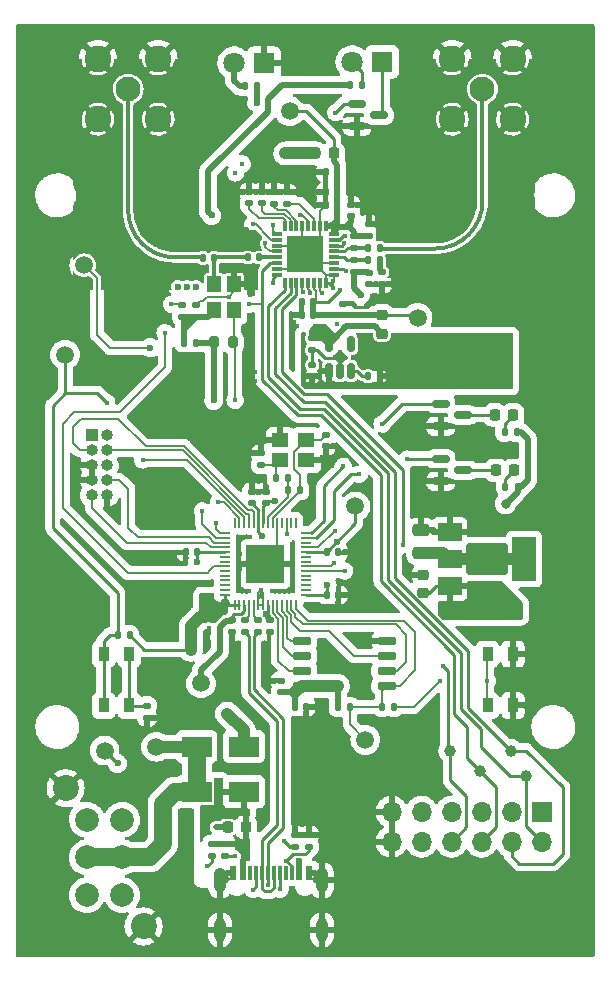
<source format=gtl>
%TF.GenerationSoftware,KiCad,Pcbnew,(6.0.6-0)*%
%TF.CreationDate,2023-01-17T18:34:31+00:00*%
%TF.ProjectId,max2871-evalboard,6d617832-3837-4312-9d65-76616c626f61,1.0*%
%TF.SameCoordinates,Original*%
%TF.FileFunction,Copper,L1,Top*%
%TF.FilePolarity,Positive*%
%FSLAX46Y46*%
G04 Gerber Fmt 4.6, Leading zero omitted, Abs format (unit mm)*
G04 Created by KiCad (PCBNEW (6.0.6-0)) date 2023-01-17 18:34:31*
%MOMM*%
%LPD*%
G01*
G04 APERTURE LIST*
G04 Aperture macros list*
%AMRoundRect*
0 Rectangle with rounded corners*
0 $1 Rounding radius*
0 $2 $3 $4 $5 $6 $7 $8 $9 X,Y pos of 4 corners*
0 Add a 4 corners polygon primitive as box body*
4,1,4,$2,$3,$4,$5,$6,$7,$8,$9,$2,$3,0*
0 Add four circle primitives for the rounded corners*
1,1,$1+$1,$2,$3*
1,1,$1+$1,$4,$5*
1,1,$1+$1,$6,$7*
1,1,$1+$1,$8,$9*
0 Add four rect primitives between the rounded corners*
20,1,$1+$1,$2,$3,$4,$5,0*
20,1,$1+$1,$4,$5,$6,$7,0*
20,1,$1+$1,$6,$7,$8,$9,0*
20,1,$1+$1,$8,$9,$2,$3,0*%
G04 Aperture macros list end*
%TA.AperFunction,NonConductor*%
%ADD10C,0.375000*%
%TD*%
%TA.AperFunction,SMDPad,CuDef*%
%ADD11C,1.000000*%
%TD*%
%TA.AperFunction,SMDPad,CuDef*%
%ADD12RoundRect,0.150000X-0.587500X-0.150000X0.587500X-0.150000X0.587500X0.150000X-0.587500X0.150000X0*%
%TD*%
%TA.AperFunction,ComponentPad*%
%ADD13R,1.800000X1.800000*%
%TD*%
%TA.AperFunction,ComponentPad*%
%ADD14C,1.800000*%
%TD*%
%TA.AperFunction,SMDPad,CuDef*%
%ADD15RoundRect,0.135000X-0.185000X0.135000X-0.185000X-0.135000X0.185000X-0.135000X0.185000X0.135000X0*%
%TD*%
%TA.AperFunction,SMDPad,CuDef*%
%ADD16RoundRect,0.135000X-0.135000X-0.185000X0.135000X-0.185000X0.135000X0.185000X-0.135000X0.185000X0*%
%TD*%
%TA.AperFunction,SMDPad,CuDef*%
%ADD17RoundRect,0.218750X-0.218750X-0.256250X0.218750X-0.256250X0.218750X0.256250X-0.218750X0.256250X0*%
%TD*%
%TA.AperFunction,SMDPad,CuDef*%
%ADD18RoundRect,0.140000X0.140000X0.170000X-0.140000X0.170000X-0.140000X-0.170000X0.140000X-0.170000X0*%
%TD*%
%TA.AperFunction,SMDPad,CuDef*%
%ADD19RoundRect,0.140000X-0.140000X-0.170000X0.140000X-0.170000X0.140000X0.170000X-0.140000X0.170000X0*%
%TD*%
%TA.AperFunction,SMDPad,CuDef*%
%ADD20RoundRect,0.140000X-0.170000X0.140000X-0.170000X-0.140000X0.170000X-0.140000X0.170000X0.140000X0*%
%TD*%
%TA.AperFunction,SMDPad,CuDef*%
%ADD21R,1.200000X1.400000*%
%TD*%
%TA.AperFunction,SMDPad,CuDef*%
%ADD22C,1.500000*%
%TD*%
%TA.AperFunction,SMDPad,CuDef*%
%ADD23RoundRect,0.135000X0.135000X0.185000X-0.135000X0.185000X-0.135000X-0.185000X0.135000X-0.185000X0*%
%TD*%
%TA.AperFunction,SMDPad,CuDef*%
%ADD24RoundRect,0.200000X0.200000X0.275000X-0.200000X0.275000X-0.200000X-0.275000X0.200000X-0.275000X0*%
%TD*%
%TA.AperFunction,SMDPad,CuDef*%
%ADD25R,2.500000X1.800000*%
%TD*%
%TA.AperFunction,SMDPad,CuDef*%
%ADD26RoundRect,0.135000X0.185000X-0.135000X0.185000X0.135000X-0.185000X0.135000X-0.185000X-0.135000X0*%
%TD*%
%TA.AperFunction,ComponentPad*%
%ADD27R,1.000000X1.000000*%
%TD*%
%TA.AperFunction,ComponentPad*%
%ADD28O,1.000000X1.000000*%
%TD*%
%TA.AperFunction,SMDPad,CuDef*%
%ADD29RoundRect,0.140000X0.170000X-0.140000X0.170000X0.140000X-0.170000X0.140000X-0.170000X-0.140000X0*%
%TD*%
%TA.AperFunction,SMDPad,CuDef*%
%ADD30RoundRect,0.150000X0.150000X-0.512500X0.150000X0.512500X-0.150000X0.512500X-0.150000X-0.512500X0*%
%TD*%
%TA.AperFunction,ComponentPad*%
%ADD31C,2.000000*%
%TD*%
%TA.AperFunction,ComponentPad*%
%ADD32C,2.200000*%
%TD*%
%TA.AperFunction,SMDPad,CuDef*%
%ADD33RoundRect,0.250000X0.475000X-0.250000X0.475000X0.250000X-0.475000X0.250000X-0.475000X-0.250000X0*%
%TD*%
%TA.AperFunction,SMDPad,CuDef*%
%ADD34R,0.950000X1.250000*%
%TD*%
%TA.AperFunction,SMDPad,CuDef*%
%ADD35R,0.600000X1.150000*%
%TD*%
%TA.AperFunction,SMDPad,CuDef*%
%ADD36R,0.300000X1.150000*%
%TD*%
%TA.AperFunction,ComponentPad*%
%ADD37O,1.000000X2.000000*%
%TD*%
%TA.AperFunction,ComponentPad*%
%ADD38O,1.050000X2.100000*%
%TD*%
%TA.AperFunction,SMDPad,CuDef*%
%ADD39RoundRect,0.050000X0.387500X0.050000X-0.387500X0.050000X-0.387500X-0.050000X0.387500X-0.050000X0*%
%TD*%
%TA.AperFunction,SMDPad,CuDef*%
%ADD40RoundRect,0.050000X0.050000X0.387500X-0.050000X0.387500X-0.050000X-0.387500X0.050000X-0.387500X0*%
%TD*%
%TA.AperFunction,SMDPad,CuDef*%
%ADD41R,3.200000X3.200000*%
%TD*%
%TA.AperFunction,SMDPad,CuDef*%
%ADD42RoundRect,0.225000X0.250000X-0.225000X0.250000X0.225000X-0.250000X0.225000X-0.250000X-0.225000X0*%
%TD*%
%TA.AperFunction,ComponentPad*%
%ADD43R,1.700000X1.700000*%
%TD*%
%TA.AperFunction,ComponentPad*%
%ADD44O,1.700000X1.700000*%
%TD*%
%TA.AperFunction,SMDPad,CuDef*%
%ADD45R,1.400000X1.200000*%
%TD*%
%TA.AperFunction,SMDPad,CuDef*%
%ADD46RoundRect,0.225000X0.225000X0.250000X-0.225000X0.250000X-0.225000X-0.250000X0.225000X-0.250000X0*%
%TD*%
%TA.AperFunction,SMDPad,CuDef*%
%ADD47RoundRect,0.150000X0.650000X0.150000X-0.650000X0.150000X-0.650000X-0.150000X0.650000X-0.150000X0*%
%TD*%
%TA.AperFunction,SMDPad,CuDef*%
%ADD48R,2.000000X1.500000*%
%TD*%
%TA.AperFunction,SMDPad,CuDef*%
%ADD49R,2.000000X3.800000*%
%TD*%
%TA.AperFunction,SMDPad,CuDef*%
%ADD50RoundRect,0.008100X0.126900X-0.411900X0.126900X0.411900X-0.126900X0.411900X-0.126900X-0.411900X0*%
%TD*%
%TA.AperFunction,SMDPad,CuDef*%
%ADD51RoundRect,0.008100X0.411900X0.126900X-0.411900X0.126900X-0.411900X-0.126900X0.411900X-0.126900X0*%
%TD*%
%TA.AperFunction,SMDPad,CuDef*%
%ADD52R,3.100000X3.100000*%
%TD*%
%TA.AperFunction,ComponentPad*%
%ADD53C,2.100000*%
%TD*%
%TA.AperFunction,ComponentPad*%
%ADD54C,2.250000*%
%TD*%
%TA.AperFunction,SMDPad,CuDef*%
%ADD55RoundRect,0.218750X0.256250X-0.218750X0.256250X0.218750X-0.256250X0.218750X-0.256250X-0.218750X0*%
%TD*%
%TA.AperFunction,ViaPad*%
%ADD56C,0.450000*%
%TD*%
%TA.AperFunction,ViaPad*%
%ADD57C,0.600000*%
%TD*%
%TA.AperFunction,ViaPad*%
%ADD58C,0.800000*%
%TD*%
%TA.AperFunction,Conductor*%
%ADD59C,0.200000*%
%TD*%
%TA.AperFunction,Conductor*%
%ADD60C,0.254000*%
%TD*%
%TA.AperFunction,Conductor*%
%ADD61C,0.508000*%
%TD*%
%TA.AperFunction,Conductor*%
%ADD62C,0.375000*%
%TD*%
%TA.AperFunction,Conductor*%
%ADD63C,1.016000*%
%TD*%
%TA.AperFunction,Conductor*%
%ADD64C,1.540000*%
%TD*%
G04 APERTURE END LIST*
D10*
X86000000Y-69500000D02*
G75*
G03*
X90000000Y-65500000I0J4000000D01*
G01*
X60000000Y-66250000D02*
G75*
G03*
X64000000Y-70250000I4000000J0D01*
G01*
D11*
X92379800Y-112000000D03*
D12*
X79362500Y-57250000D03*
X79362500Y-59150000D03*
X81237500Y-58200000D03*
D13*
X71500000Y-53800000D03*
D14*
X68960000Y-53800000D03*
D15*
X79146400Y-70508400D03*
X79146400Y-71528400D03*
D16*
X72515000Y-88900000D03*
X73535000Y-88900000D03*
D17*
X75837500Y-61450000D03*
X77412500Y-61450000D03*
D18*
X75680000Y-74050000D03*
X74720000Y-74050000D03*
X77670600Y-65850000D03*
X76710600Y-65850000D03*
D19*
X66320000Y-70300000D03*
X67280000Y-70300000D03*
X76837600Y-95199200D03*
X77797600Y-95199200D03*
D20*
X65735200Y-74297600D03*
X65735200Y-75257600D03*
D16*
X59110000Y-102210000D03*
X60130000Y-102210000D03*
D21*
X68972800Y-74709200D03*
X68972800Y-72509200D03*
X67272800Y-72509200D03*
X67272800Y-74709200D03*
D16*
X69865000Y-55775000D03*
X70885000Y-55775000D03*
D18*
X77680000Y-64700000D03*
X76720000Y-64700000D03*
D22*
X66167000Y-106324400D03*
D23*
X65737200Y-77470000D03*
X64717200Y-77470000D03*
D22*
X79248000Y-91338400D03*
D23*
X82510000Y-108300000D03*
X81490000Y-108300000D03*
D24*
X68897000Y-77444600D03*
X67247000Y-77444600D03*
D25*
X65800000Y-111664600D03*
X69800000Y-111664600D03*
D18*
X71092000Y-70256400D03*
X70132000Y-70256400D03*
D26*
X74120000Y-120140000D03*
X74120000Y-119120000D03*
D27*
X56925000Y-85300000D03*
D28*
X58195000Y-85300000D03*
X56925000Y-86570000D03*
X58195000Y-86570000D03*
X56925000Y-87840000D03*
X58195000Y-87840000D03*
X56925000Y-89110000D03*
X58195000Y-89110000D03*
X56925000Y-90380000D03*
X58195000Y-90380000D03*
D22*
X56286400Y-70916800D03*
D12*
X86462500Y-87315000D03*
X86462500Y-89215000D03*
X88337500Y-88265000D03*
D22*
X80086200Y-111099600D03*
D26*
X79146400Y-69445600D03*
X79146400Y-68425600D03*
D23*
X92889800Y-85039200D03*
X91869800Y-85039200D03*
D17*
X91033500Y-83591400D03*
X92608500Y-83591400D03*
D29*
X78180000Y-75130000D03*
X78180000Y-74170000D03*
D22*
X54660800Y-78486000D03*
D30*
X76966600Y-79874300D03*
X77916600Y-79874300D03*
X78866600Y-79874300D03*
X78866600Y-77599300D03*
X76966600Y-77599300D03*
D31*
X59500000Y-117850400D03*
X59500000Y-121050400D03*
X59500000Y-124250400D03*
X56500000Y-117850400D03*
X56500000Y-121050400D03*
X56500000Y-124250400D03*
D32*
X61300000Y-126900400D03*
X54700000Y-115200400D03*
D18*
X65859600Y-95199200D03*
X64899600Y-95199200D03*
D26*
X81483200Y-72544400D03*
X81483200Y-71524400D03*
D22*
X62370000Y-111680000D03*
D23*
X92966000Y-89662000D03*
X91946000Y-89662000D03*
D22*
X73675000Y-57875000D03*
D11*
X87274400Y-112000000D03*
D22*
X58000000Y-112000000D03*
D26*
X67130000Y-120910000D03*
X67130000Y-119890000D03*
D19*
X74094400Y-108300000D03*
X75054400Y-108300000D03*
D33*
X84800000Y-95250000D03*
X84800000Y-93350000D03*
D34*
X92575000Y-108175000D03*
X92575000Y-103825000D03*
X90425000Y-108175000D03*
X90425000Y-103825000D03*
D20*
X72034400Y-100993000D03*
X72034400Y-101953000D03*
D29*
X71323200Y-65681800D03*
X71323200Y-64721800D03*
X75579800Y-80334400D03*
X75579800Y-79374400D03*
X73431400Y-65707200D03*
X73431400Y-64747200D03*
D19*
X80342800Y-69443600D03*
X81302800Y-69443600D03*
D29*
X76733400Y-86230400D03*
X76733400Y-85270400D03*
D19*
X76837600Y-98806000D03*
X77797600Y-98806000D03*
D26*
X69900800Y-101983000D03*
X69900800Y-100963000D03*
D29*
X72900000Y-107080000D03*
X72900000Y-106120000D03*
X70256400Y-65681800D03*
X70256400Y-64721800D03*
D11*
X93700000Y-114150000D03*
D26*
X72390000Y-65737200D03*
X72390000Y-64717200D03*
D35*
X68900000Y-122410000D03*
X69700000Y-122410000D03*
D36*
X70850000Y-122410000D03*
X71850000Y-122410000D03*
X72350000Y-122410000D03*
X73350000Y-122410000D03*
D35*
X75300000Y-122410000D03*
X74500000Y-122410000D03*
D36*
X73850000Y-122410000D03*
X72850000Y-122410000D03*
X71350000Y-122410000D03*
X70350000Y-122410000D03*
D37*
X76420000Y-127165000D03*
D38*
X76420000Y-122985000D03*
D37*
X67780000Y-127165000D03*
D38*
X67780000Y-122985000D03*
D39*
X75061500Y-98805200D03*
X75061500Y-98405200D03*
X75061500Y-98005200D03*
X75061500Y-97605200D03*
X75061500Y-97205200D03*
X75061500Y-96805200D03*
X75061500Y-96405200D03*
X75061500Y-96005200D03*
X75061500Y-95605200D03*
X75061500Y-95205200D03*
X75061500Y-94805200D03*
X75061500Y-94405200D03*
X75061500Y-94005200D03*
X75061500Y-93605200D03*
D40*
X74224000Y-92767700D03*
X73824000Y-92767700D03*
X73424000Y-92767700D03*
X73024000Y-92767700D03*
X72624000Y-92767700D03*
X72224000Y-92767700D03*
X71824000Y-92767700D03*
X71424000Y-92767700D03*
X71024000Y-92767700D03*
X70624000Y-92767700D03*
X70224000Y-92767700D03*
X69824000Y-92767700D03*
X69424000Y-92767700D03*
X69024000Y-92767700D03*
D39*
X68186500Y-93605200D03*
X68186500Y-94005200D03*
X68186500Y-94405200D03*
X68186500Y-94805200D03*
X68186500Y-95205200D03*
X68186500Y-95605200D03*
X68186500Y-96005200D03*
X68186500Y-96405200D03*
X68186500Y-96805200D03*
X68186500Y-97205200D03*
X68186500Y-97605200D03*
X68186500Y-98005200D03*
X68186500Y-98405200D03*
X68186500Y-98805200D03*
D40*
X69024000Y-99642700D03*
X69424000Y-99642700D03*
X69824000Y-99642700D03*
X70224000Y-99642700D03*
X70624000Y-99642700D03*
X71024000Y-99642700D03*
X71424000Y-99642700D03*
X71824000Y-99642700D03*
X72224000Y-99642700D03*
X72624000Y-99642700D03*
X73024000Y-99642700D03*
X73424000Y-99642700D03*
X73824000Y-99642700D03*
X74224000Y-99642700D03*
D41*
X71624000Y-96205200D03*
D42*
X85000000Y-98675000D03*
X85000000Y-97125000D03*
D43*
X95000000Y-117175000D03*
D44*
X95000000Y-119715000D03*
X92460000Y-117175000D03*
X92460000Y-119715000D03*
X89920000Y-117175000D03*
X89920000Y-119715000D03*
X87380000Y-117175000D03*
X87380000Y-119715000D03*
X84840000Y-117175000D03*
X84840000Y-119715000D03*
X82300000Y-117175000D03*
X82300000Y-119715000D03*
D45*
X72890200Y-87413200D03*
X75090200Y-87413200D03*
X75090200Y-85713200D03*
X72890200Y-85713200D03*
D16*
X73531000Y-89966800D03*
X74551000Y-89966800D03*
D29*
X78850000Y-66780000D03*
X78850000Y-65820000D03*
D46*
X69975000Y-118500000D03*
X68425000Y-118500000D03*
D26*
X75320000Y-120140000D03*
X75320000Y-119120000D03*
D47*
X81908200Y-106527600D03*
X81908200Y-105257600D03*
X81908200Y-103987600D03*
X81908200Y-102717600D03*
X74708200Y-102717600D03*
X74708200Y-103987600D03*
X74708200Y-105257600D03*
X74708200Y-106527600D03*
D25*
X65800000Y-115500000D03*
X69800000Y-115500000D03*
D48*
X87223200Y-93483400D03*
X87223200Y-95783400D03*
D49*
X93523200Y-95783400D03*
D48*
X87223200Y-98083400D03*
D50*
X73250000Y-72435000D03*
X73750000Y-72435000D03*
X74250000Y-72435000D03*
X74750000Y-72435000D03*
X75250000Y-72435000D03*
X75750000Y-72435000D03*
X76250000Y-72435000D03*
X76750000Y-72435000D03*
D51*
X77435000Y-71750000D03*
X77435000Y-71250000D03*
X77435000Y-70750000D03*
X77435000Y-70250000D03*
X77435000Y-69750000D03*
X77435000Y-69250000D03*
X77435000Y-68750000D03*
X77435000Y-68250000D03*
D50*
X76750000Y-67565000D03*
X76250000Y-67565000D03*
X75750000Y-67565000D03*
X75250000Y-67565000D03*
X74750000Y-67565000D03*
X74250000Y-67565000D03*
X73750000Y-67565000D03*
X73250000Y-67565000D03*
D51*
X72565000Y-68250000D03*
X72565000Y-68750000D03*
X72565000Y-69250000D03*
X72565000Y-69750000D03*
X72565000Y-70250000D03*
X72565000Y-70750000D03*
X72565000Y-71250000D03*
X72565000Y-71750000D03*
D52*
X75000000Y-70000000D03*
D20*
X71247000Y-86845200D03*
X71247000Y-87805200D03*
D26*
X70967600Y-101983000D03*
X70967600Y-100963000D03*
D23*
X78767400Y-108300000D03*
X77747400Y-108300000D03*
D53*
X60000000Y-56000000D03*
D54*
X57450000Y-53450000D03*
X62550000Y-58550000D03*
X62550000Y-53450000D03*
X57450000Y-58550000D03*
D19*
X80342800Y-70510400D03*
X81302800Y-70510400D03*
D20*
X68808600Y-100993000D03*
X68808600Y-101953000D03*
D13*
X81500000Y-53700000D03*
D14*
X78960000Y-53700000D03*
D20*
X80365600Y-71554400D03*
X80365600Y-72514400D03*
D34*
X60075000Y-103825000D03*
X60075000Y-108175000D03*
X57925000Y-103825000D03*
X57925000Y-108175000D03*
D18*
X77680000Y-63050000D03*
X76720000Y-63050000D03*
D55*
X81490000Y-76707500D03*
X81490000Y-75132500D03*
D15*
X64566800Y-74267600D03*
X64566800Y-75287600D03*
D16*
X78790000Y-55650000D03*
X79810000Y-55650000D03*
D18*
X75680000Y-75125000D03*
X74720000Y-75125000D03*
D26*
X61600000Y-109210000D03*
X61600000Y-108190000D03*
D11*
X89814400Y-113750000D03*
D22*
X84500000Y-75350000D03*
D12*
X86462500Y-82641400D03*
X86462500Y-84541400D03*
X88337500Y-83591400D03*
D29*
X71653400Y-91081800D03*
X71653400Y-90121800D03*
D20*
X75579800Y-77113800D03*
X75579800Y-78073800D03*
D29*
X70459600Y-91081800D03*
X70459600Y-90121800D03*
D26*
X68230000Y-120920000D03*
X68230000Y-119900000D03*
D53*
X90000000Y-56000000D03*
D54*
X92550000Y-53450000D03*
X87450000Y-53450000D03*
X87450000Y-58550000D03*
X92550000Y-58550000D03*
D17*
X91109700Y-88265000D03*
X92684700Y-88265000D03*
D29*
X80365600Y-68399600D03*
X80365600Y-67439600D03*
D23*
X81320000Y-80310000D03*
X80300000Y-80310000D03*
D56*
X68250000Y-84350000D03*
D57*
X69670000Y-119980000D03*
X74500000Y-121390000D03*
D56*
X77350000Y-72825000D03*
X77650000Y-75890000D03*
X73914000Y-70535800D03*
X58300000Y-74875000D03*
X86461600Y-85825000D03*
X61220000Y-63420000D03*
D58*
X51000000Y-125608688D03*
D56*
X80683200Y-113375000D03*
D58*
X51000000Y-98478256D03*
D56*
X74000000Y-75750000D03*
D58*
X92044738Y-129006600D03*
D56*
X75666600Y-114147600D03*
X58680000Y-66500000D03*
X61220000Y-64960000D03*
X58000000Y-99150000D03*
X75150000Y-53600000D03*
D58*
X99009200Y-67963120D03*
X51000000Y-88304344D03*
D56*
X69443600Y-96600000D03*
D58*
X71571426Y-51000000D03*
D56*
X75621830Y-63900000D03*
D58*
X82901882Y-129006600D03*
X51000000Y-101869560D03*
X55571428Y-51000000D03*
X60142856Y-51000000D03*
X82999996Y-51000000D03*
X78330454Y-129006600D03*
D56*
X76327000Y-103835200D03*
X90850000Y-60210700D03*
X85875000Y-55350000D03*
X62725000Y-85325000D03*
X59300000Y-71250000D03*
X76352400Y-114909600D03*
D58*
X89857138Y-51000000D03*
D56*
X66275000Y-56000000D03*
X64400000Y-88325000D03*
X87782400Y-89281000D03*
X85557000Y-91700000D03*
D58*
X99009200Y-105267464D03*
D56*
X73950000Y-76850000D03*
D58*
X76142854Y-51000000D03*
D56*
X60200000Y-100000000D03*
X89750000Y-84875000D03*
X86461600Y-83693000D03*
X63906400Y-104749600D03*
X51000000Y-95086952D03*
D58*
X51000000Y-54391304D03*
D56*
X66650000Y-53675000D03*
X86436200Y-88366600D03*
D58*
X53285714Y-51000000D03*
D56*
X63990000Y-71040000D03*
X90850000Y-64075000D03*
D58*
X99009200Y-71354424D03*
D56*
X89100000Y-62895700D03*
D58*
X89759024Y-129006600D03*
D56*
X79025000Y-82425000D03*
X62725000Y-84700000D03*
X90850000Y-65325000D03*
X88050000Y-69900000D03*
X79654400Y-107137200D03*
X81203800Y-60655200D03*
X73850000Y-77960000D03*
X77139800Y-115747800D03*
X60370000Y-69800000D03*
X68427600Y-106807000D03*
X83250000Y-73650000D03*
X69980000Y-69410000D03*
X70281800Y-73431400D03*
X68503800Y-73583800D03*
X60150000Y-98150000D03*
X94550000Y-61250000D03*
X74750000Y-70535800D03*
D58*
X51000000Y-129000000D03*
D56*
X90850000Y-66500000D03*
D58*
X64714284Y-51000000D03*
D56*
X68275000Y-56750000D03*
X79500000Y-102900000D03*
D58*
X65455800Y-129006600D03*
D56*
X77952600Y-116535200D03*
X81875000Y-82400000D03*
X77343000Y-104775000D03*
X58680000Y-61880000D03*
X77350000Y-72250000D03*
D58*
X53250000Y-68925000D03*
D56*
X66827400Y-101625400D03*
X77241400Y-87884000D03*
X74750000Y-68884800D03*
X70764400Y-82194400D03*
X62675000Y-81575000D03*
X85050000Y-64400000D03*
X69469000Y-94005400D03*
D58*
X99009200Y-54397904D03*
D56*
X78257400Y-86893400D03*
X88325000Y-72500000D03*
X66680000Y-69450000D03*
X69450000Y-95400000D03*
X61000000Y-80150000D03*
X89100000Y-61568550D03*
X83464400Y-96113600D03*
X78025000Y-127175000D03*
D58*
X51000000Y-105260864D03*
X51000000Y-81521736D03*
X87571424Y-51000000D03*
X73857140Y-51000000D03*
D56*
X75600000Y-88849200D03*
X75600000Y-90450000D03*
X80550000Y-83125000D03*
D58*
X51000000Y-57782608D03*
D56*
X70500000Y-95200000D03*
X72387332Y-63900000D03*
D58*
X70175000Y-128825000D03*
D56*
X80695800Y-109245400D03*
D58*
X73858000Y-128825000D03*
D56*
X77525000Y-78725000D03*
D58*
X99009200Y-61180512D03*
D56*
X56800000Y-106050000D03*
X61899800Y-75539600D03*
D58*
X96616166Y-129006600D03*
D56*
X78900000Y-102250000D03*
X75450000Y-99850000D03*
X81750000Y-113375000D03*
X79667200Y-113400400D03*
X60640000Y-72100000D03*
X54850000Y-93100000D03*
X81356200Y-99593400D03*
D58*
X51000000Y-67956520D03*
D56*
X58680000Y-64960000D03*
X76327000Y-104775000D03*
D58*
X96714280Y-51000000D03*
D56*
X69418200Y-97900000D03*
X89850000Y-68600000D03*
X71650000Y-95200000D03*
X61940000Y-70810000D03*
D58*
X87473310Y-129006600D03*
D56*
X80518000Y-98704400D03*
X67792600Y-106248200D03*
X71958200Y-103657400D03*
X62675000Y-82500000D03*
X82260000Y-68625000D03*
X61900000Y-79275000D03*
D58*
X62428570Y-51000000D03*
D56*
X78075000Y-123000000D03*
D58*
X99009200Y-95093552D03*
D56*
X82275000Y-70325000D03*
X65280000Y-69470000D03*
X71309166Y-63900000D03*
D58*
X63046500Y-129006600D03*
X99009200Y-118832680D03*
D56*
X62550000Y-109950000D03*
D58*
X99009200Y-57789208D03*
D56*
X93850000Y-106100000D03*
D58*
X51000000Y-71347824D03*
X51000000Y-74739128D03*
D56*
X58000000Y-100075000D03*
X71700000Y-96205200D03*
X76377800Y-109524800D03*
D58*
X53275000Y-70750000D03*
D56*
X63855600Y-102235000D03*
X71700000Y-97250000D03*
X63900000Y-69420000D03*
D58*
X51000000Y-84913040D03*
D56*
X59850000Y-80200000D03*
X59270000Y-68360000D03*
X59875000Y-76925000D03*
X70500000Y-63625000D03*
D58*
X51000000Y-91695648D03*
X99009200Y-64571816D03*
D56*
X70500000Y-97250000D03*
D58*
X58227900Y-129006600D03*
D56*
X73625000Y-53625000D03*
D58*
X99009200Y-129006600D03*
X51000000Y-122217384D03*
X80714282Y-51000000D03*
X92142852Y-51000000D03*
X99009200Y-98484856D03*
D56*
X86141200Y-91228000D03*
X78359000Y-104775000D03*
X61220000Y-61880000D03*
X62050000Y-88275000D03*
D58*
X66999998Y-51000000D03*
D56*
X59750000Y-81325000D03*
X59000000Y-106000000D03*
X61975000Y-84700000D03*
X90850000Y-61575000D03*
X91625000Y-106100000D03*
D58*
X51000000Y-115434776D03*
D56*
X61220000Y-60340000D03*
X79171800Y-106476800D03*
X83150000Y-56025000D03*
X70764400Y-80721200D03*
X58680000Y-63420000D03*
X70500000Y-96250000D03*
X83350000Y-68625000D03*
D58*
X51000000Y-61173912D03*
D56*
X75613900Y-69672200D03*
X58000000Y-101100000D03*
D58*
X99009200Y-81528336D03*
D56*
X61220000Y-66500000D03*
X82825000Y-85925000D03*
X74750000Y-69672200D03*
X76775000Y-53625000D03*
X71958200Y-102920800D03*
X90500000Y-67550000D03*
X64350000Y-85025000D03*
D58*
X69285712Y-51000000D03*
D56*
X89100000Y-64222850D03*
X76327000Y-102895400D03*
X86700000Y-91700000D03*
D58*
X99009200Y-115441376D03*
D56*
X89100000Y-60241400D03*
X77930000Y-78300000D03*
X87875000Y-67900000D03*
X67792600Y-106883200D03*
X76700000Y-63900000D03*
X67400000Y-118500000D03*
X62000000Y-68510000D03*
X87000000Y-70250000D03*
X76428600Y-87147400D03*
X73465498Y-63900000D03*
D58*
X99009200Y-112050072D03*
X99009200Y-74745728D03*
X99009200Y-84919640D03*
D56*
X93125000Y-62325000D03*
D58*
X51000000Y-78130432D03*
D56*
X75613900Y-70535800D03*
X76377800Y-108712000D03*
X70764400Y-79984600D03*
D58*
X94330452Y-129006600D03*
D56*
X65640000Y-71150000D03*
D58*
X99009200Y-125615288D03*
D56*
X75600000Y-89636600D03*
X68650000Y-88375000D03*
D58*
X51000000Y-51000000D03*
D56*
X73939400Y-68884800D03*
X79629000Y-97739200D03*
X92325000Y-72525000D03*
X61750000Y-82500000D03*
X77343000Y-103835200D03*
D58*
X99009200Y-101876160D03*
D56*
X90850000Y-62900000D03*
X62775000Y-88275000D03*
X60925000Y-79300000D03*
X64350000Y-56000000D03*
X87706200Y-84582000D03*
X56275000Y-74875000D03*
D58*
X99009200Y-108658768D03*
X51000000Y-108652168D03*
D56*
X83200000Y-84300000D03*
D58*
X51000000Y-118826080D03*
D56*
X83000000Y-62500000D03*
X88775000Y-66875000D03*
D58*
X99009200Y-78137032D03*
X99009200Y-122223984D03*
D56*
X68250000Y-85550000D03*
X80187800Y-106502200D03*
X95875000Y-60225000D03*
X58680000Y-60340000D03*
D58*
X85187596Y-129006600D03*
X55818600Y-129006600D03*
D56*
X73939400Y-69672200D03*
D58*
X99009200Y-88310944D03*
D56*
X63910000Y-105370000D03*
D58*
X51000000Y-64565216D03*
D56*
X61975000Y-85325000D03*
X70764400Y-81407000D03*
X79830000Y-66330000D03*
X86050000Y-68575000D03*
X68900000Y-103657400D03*
X79883000Y-109270800D03*
D58*
X57857142Y-51000000D03*
D56*
X56350000Y-94550000D03*
D58*
X99009200Y-91702248D03*
X53409300Y-129006600D03*
D56*
X85900000Y-70350000D03*
D58*
X78428568Y-51000000D03*
D56*
X89100000Y-65550000D03*
X75613900Y-68884800D03*
X78375000Y-78740000D03*
D58*
X80616168Y-129006600D03*
X51000000Y-112043472D03*
D56*
X76377800Y-108000800D03*
D58*
X60637200Y-129006600D03*
X99000000Y-51000000D03*
X94428566Y-51000000D03*
D56*
X85875000Y-56675000D03*
D58*
X85285710Y-51000000D03*
D56*
X62775000Y-88975000D03*
X88975000Y-69375000D03*
X83325000Y-70325000D03*
D58*
X91140000Y-100070000D03*
X92660000Y-100070000D03*
D57*
X70900000Y-57150000D03*
X87450000Y-79475000D03*
D58*
X91910000Y-98980000D03*
D57*
X87450000Y-77950000D03*
D58*
X90270000Y-99010000D03*
D57*
X90900000Y-79500000D03*
X90900000Y-77950000D03*
X59100000Y-113100000D03*
X89075000Y-79475000D03*
X89075000Y-77950000D03*
D58*
X91389200Y-94945200D03*
D56*
X71221600Y-98450400D03*
D57*
X65303400Y-103454200D03*
D58*
X90881200Y-95783400D03*
X89331800Y-96596200D03*
X76682600Y-106527600D03*
D57*
X65760000Y-72720000D03*
X65862200Y-96037400D03*
X64200000Y-72720000D03*
X77647800Y-94361000D03*
D58*
X88849200Y-95783400D03*
D57*
X64990000Y-72720000D03*
D56*
X71221600Y-98958400D03*
D58*
X89331800Y-94945200D03*
X91389200Y-96570800D03*
X89865200Y-95783400D03*
X67284600Y-100711000D03*
X77749400Y-106527600D03*
X91950000Y-91100000D03*
D57*
X72466200Y-90855800D03*
D58*
X66421000Y-100711000D03*
X68224400Y-99517200D03*
D57*
X67080000Y-66700000D03*
D58*
X91897200Y-95783400D03*
D57*
X76835000Y-97967800D03*
X67750000Y-102450000D03*
X71323200Y-93802200D03*
X71678800Y-100482400D03*
D56*
X76403200Y-73251600D03*
X74574400Y-66649600D03*
D57*
X61849000Y-77901800D03*
D56*
X63670000Y-74220000D03*
X72288400Y-72440800D03*
X71628000Y-69062600D03*
D58*
X74320000Y-61440000D03*
D57*
X76620000Y-76150000D03*
X75870000Y-76150000D03*
D58*
X73300000Y-61440000D03*
D57*
X79679800Y-73406000D03*
D56*
X77901800Y-67716400D03*
X77470000Y-67411600D03*
X78409800Y-71399400D03*
X77950000Y-73025000D03*
X74800000Y-73200000D03*
D58*
X68375000Y-108875000D03*
D56*
X72850000Y-123750000D03*
X71840000Y-123400000D03*
X61250000Y-87400000D03*
X58190000Y-82550000D03*
X67437000Y-92735400D03*
X66294000Y-91719400D03*
X67640200Y-90982800D03*
X70225000Y-74200000D03*
X73431400Y-93649800D03*
D57*
X67259200Y-82346800D03*
D56*
X69062600Y-82346800D03*
X79552800Y-88620600D03*
X83610000Y-87330000D03*
X78232000Y-87934800D03*
X81508600Y-84353400D03*
X90413600Y-106103600D03*
X86385400Y-106095800D03*
X75400000Y-73228200D03*
X86639400Y-104876600D03*
X83261200Y-94589600D03*
X72288400Y-67513200D03*
X69646800Y-62331600D03*
X78333600Y-96805200D03*
X77470000Y-96088200D03*
X70560000Y-123770000D03*
X66710000Y-121820000D03*
X73211606Y-119649081D03*
X78282800Y-69037200D03*
X77495400Y-93395800D03*
X70561200Y-67462400D03*
X69088000Y-63093600D03*
X69060000Y-120920000D03*
X73400000Y-121340000D03*
X77550000Y-57990000D03*
X63130000Y-76620000D03*
X78333600Y-68453000D03*
D59*
X72565000Y-69750000D02*
X72036000Y-69750000D01*
X72036000Y-69750000D02*
X71628000Y-69342000D01*
X71628000Y-69342000D02*
X71628000Y-69062600D01*
D60*
X71221600Y-98958400D02*
X71221600Y-98450400D01*
D59*
X75750000Y-72435000D02*
X75750000Y-72930600D01*
X75750000Y-72930600D02*
X75900000Y-73080600D01*
X75900000Y-73080600D02*
X75900000Y-73830000D01*
X75900000Y-73830000D02*
X75680000Y-74050000D01*
D60*
X77930000Y-78300000D02*
X77930000Y-78320000D01*
X77930000Y-78320000D02*
X77525000Y-78725000D01*
D59*
X70225000Y-74200000D02*
X71352900Y-74200000D01*
D61*
X74500000Y-122410000D02*
X74500000Y-121390000D01*
X69700000Y-120010000D02*
X69670000Y-119980000D01*
D59*
X76960000Y-72435000D02*
X77350000Y-72825000D01*
X77435000Y-71750000D02*
X76750000Y-71750000D01*
D60*
X77916600Y-79874300D02*
X77916600Y-79133400D01*
D59*
X76750000Y-72435000D02*
X76750000Y-71750000D01*
X66675000Y-73583800D02*
X68503800Y-73583800D01*
D60*
X77916600Y-78643400D02*
X77930000Y-78630000D01*
X80250000Y-74450000D02*
X81050000Y-73650000D01*
D59*
X74750000Y-68912400D02*
X74750000Y-69674400D01*
X75446400Y-69553600D02*
X75000000Y-70000000D01*
D60*
X77660000Y-78630000D02*
X77530000Y-78630000D01*
D59*
X74750000Y-69674400D02*
X74750000Y-69750000D01*
X77350000Y-72825000D02*
X77350000Y-72250000D01*
X65735200Y-74297600D02*
X66093400Y-73939400D01*
X74750000Y-69750000D02*
X75000000Y-70000000D01*
X72565000Y-71250000D02*
X73750000Y-71250000D01*
D61*
X68355000Y-122410000D02*
X67780000Y-122985000D01*
D59*
X68972800Y-73114800D02*
X68503800Y-73583800D01*
X77165000Y-72435000D02*
X77350000Y-72250000D01*
D60*
X77410000Y-78750000D02*
X77410000Y-78690000D01*
D59*
X77435000Y-70750000D02*
X75750000Y-70750000D01*
X75613900Y-70613900D02*
X75000000Y-70000000D01*
D60*
X77930000Y-78630000D02*
X77660000Y-78630000D01*
X78310000Y-78740000D02*
X78165000Y-78885000D01*
D59*
X66319400Y-73939400D02*
X66675000Y-73583800D01*
D60*
X77530000Y-78630000D02*
X77410000Y-78750000D01*
X78470000Y-78740000D02*
X78310000Y-78740000D01*
D61*
X75845000Y-122410000D02*
X76420000Y-122985000D01*
D60*
X76700000Y-78750000D02*
X77410000Y-78750000D01*
D61*
X68425000Y-118500000D02*
X67425000Y-118500000D01*
D60*
X77930000Y-78630000D02*
X78360000Y-78630000D01*
D59*
X73750000Y-71250000D02*
X75000000Y-70000000D01*
D60*
X78920000Y-74170000D02*
X79200000Y-74450000D01*
X78165000Y-78865000D02*
X78165000Y-78885000D01*
X77660000Y-78630000D02*
X77660000Y-78680000D01*
X76023800Y-78073800D02*
X76700000Y-78750000D01*
D59*
X72565000Y-69250000D02*
X74250000Y-69250000D01*
D60*
X77930000Y-78200000D02*
X78470000Y-78740000D01*
D61*
X68900000Y-122410000D02*
X68355000Y-122410000D01*
D59*
X72624000Y-92767700D02*
X72624000Y-94660400D01*
X72624000Y-94660400D02*
X72390000Y-94894400D01*
D60*
X75579800Y-78073800D02*
X76023800Y-78073800D01*
D59*
X77435000Y-71750000D02*
X77435000Y-72165000D01*
D60*
X77410000Y-78690000D02*
X77930000Y-78170000D01*
D59*
X66093400Y-73939400D02*
X66319400Y-73939400D01*
D60*
X77916600Y-79133400D02*
X77916600Y-78936600D01*
X77410000Y-78750000D02*
X77533200Y-78750000D01*
D59*
X77435000Y-72165000D02*
X77350000Y-72250000D01*
X76250000Y-68750000D02*
X75446400Y-69553600D01*
X76250000Y-67565000D02*
X76250000Y-68750000D01*
X76710600Y-64709400D02*
X76720000Y-64700000D01*
D60*
X77930000Y-78630000D02*
X78165000Y-78865000D01*
D59*
X74250000Y-69250000D02*
X75000000Y-70000000D01*
D60*
X81050000Y-73650000D02*
X83250000Y-73650000D01*
D59*
X75750000Y-70750000D02*
X75000000Y-70000000D01*
X77350000Y-72425000D02*
X77225000Y-72550000D01*
X76750000Y-72435000D02*
X77165000Y-72435000D01*
D60*
X78180000Y-74170000D02*
X78920000Y-74170000D01*
X79200000Y-74450000D02*
X80250000Y-74450000D01*
X78360000Y-78630000D02*
X78470000Y-78740000D01*
D59*
X77350000Y-72250000D02*
X77350000Y-72425000D01*
D60*
X75579800Y-78073800D02*
X75579800Y-79374400D01*
X77533200Y-78750000D02*
X77916600Y-79133400D01*
X77916600Y-78936600D02*
X77916600Y-78643400D01*
X77930000Y-78170000D02*
X77930000Y-78200000D01*
D59*
X76250000Y-66310600D02*
X76710600Y-65850000D01*
X76750000Y-72435000D02*
X76960000Y-72435000D01*
D60*
X77930000Y-78630000D02*
X77930000Y-78170000D01*
D59*
X76750000Y-71750000D02*
X75613900Y-70613900D01*
X76250000Y-67565000D02*
X76250000Y-66310600D01*
X68972800Y-72509200D02*
X68972800Y-73114800D01*
D60*
X77660000Y-78680000D02*
X77916600Y-78936600D01*
X78165000Y-78885000D02*
X77916600Y-79133400D01*
D61*
X75300000Y-122410000D02*
X75845000Y-122410000D01*
D59*
X74750000Y-67565000D02*
X74750000Y-68912400D01*
D60*
X80340800Y-69445600D02*
X80342800Y-69443600D01*
X78585600Y-69445600D02*
X79146400Y-69445600D01*
X77435000Y-69750000D02*
X78281200Y-69750000D01*
X78281200Y-69750000D02*
X78585600Y-69445600D01*
D62*
X79146400Y-69445600D02*
X80340800Y-69445600D01*
X90000000Y-65500000D02*
X90000000Y-56000000D01*
X81359200Y-69500000D02*
X81302800Y-69443600D01*
X85975800Y-69500000D02*
X81359200Y-69500000D01*
D60*
X80340800Y-70508400D02*
X80342800Y-70510400D01*
X78276400Y-70250000D02*
X78534800Y-70508400D01*
D62*
X79146400Y-70508400D02*
X80340800Y-70508400D01*
D60*
X78534800Y-70508400D02*
X79146400Y-70508400D01*
X77435000Y-70250000D02*
X78276400Y-70250000D01*
X81302800Y-71344000D02*
X81483200Y-71524400D01*
D61*
X81302800Y-70510400D02*
X81302800Y-71344000D01*
D62*
X64000000Y-70256400D02*
X66276400Y-70256400D01*
X60000000Y-56000000D02*
X60000000Y-66250000D01*
X66276400Y-70256400D02*
X66320000Y-70300000D01*
X70132000Y-70256400D02*
X67271900Y-70256400D01*
D60*
X67272800Y-70250000D02*
X67284600Y-70250000D01*
D62*
X67272800Y-72509200D02*
X67272800Y-70250000D01*
D60*
X85000000Y-98675000D02*
X85485000Y-98675000D01*
X59182000Y-113182000D02*
X58000000Y-112000000D01*
D61*
X70885000Y-55775000D02*
X70885000Y-57135000D01*
D60*
X85485000Y-98675000D02*
X86076600Y-98083400D01*
X70885000Y-57135000D02*
X70900000Y-57150000D01*
X86076600Y-98083400D02*
X87223200Y-98083400D01*
D63*
X65303400Y-101456600D02*
X65303400Y-103454200D01*
D61*
X66770000Y-66390000D02*
X67080000Y-66700000D01*
X66770000Y-62960000D02*
X66770000Y-66390000D01*
D59*
X71024000Y-98648000D02*
X71221600Y-98450400D01*
D61*
X91897200Y-96901000D02*
X91389200Y-96393000D01*
D60*
X61372200Y-103452200D02*
X65301400Y-103452200D01*
D61*
X91389200Y-96393000D02*
X89204800Y-96393000D01*
X78790000Y-55650000D02*
X73040000Y-55650000D01*
D63*
X74155800Y-107080000D02*
X74708200Y-106527600D01*
D60*
X69024000Y-99642700D02*
X68349900Y-99642700D01*
D61*
X74094400Y-108300000D02*
X74094400Y-107141400D01*
X93850000Y-89100000D02*
X93850000Y-85600000D01*
D60*
X60130000Y-102210000D02*
X61372200Y-103452200D01*
D61*
X93850000Y-85600000D02*
X93289200Y-85039200D01*
X89230200Y-95097600D02*
X89230200Y-95123000D01*
X88849200Y-94716600D02*
X89230200Y-95097600D01*
X91871800Y-96875600D02*
X91897200Y-96901000D01*
D60*
X68186500Y-98805200D02*
X68186500Y-99479300D01*
D59*
X71424000Y-99642700D02*
X71424000Y-98652800D01*
D60*
X76836800Y-98805200D02*
X76837600Y-98806000D01*
D59*
X71024000Y-99642700D02*
X71024000Y-98648000D01*
D60*
X75061500Y-95205200D02*
X76831600Y-95205200D01*
D61*
X77747400Y-106529600D02*
X77749400Y-106527600D01*
X74094400Y-107141400D02*
X74708200Y-106527600D01*
D59*
X71424000Y-99642700D02*
X71024000Y-99642700D01*
D60*
X75061500Y-98805200D02*
X76836800Y-98805200D01*
D59*
X71424000Y-99160800D02*
X71221600Y-98958400D01*
X71024000Y-99156000D02*
X71221600Y-98958400D01*
D63*
X66049000Y-100711000D02*
X65303400Y-101456600D01*
D61*
X91897200Y-94716600D02*
X91897200Y-96901000D01*
D60*
X68186500Y-95205200D02*
X65865600Y-95205200D01*
X68349900Y-99642700D02*
X68224400Y-99517200D01*
X76831600Y-95205200D02*
X76837600Y-95199200D01*
D59*
X71024000Y-99642700D02*
X71024000Y-99156000D01*
D60*
X68186500Y-99479300D02*
X68224400Y-99517200D01*
D61*
X77747400Y-108300000D02*
X77747400Y-106529600D01*
D60*
X65301400Y-103452200D02*
X65303400Y-103454200D01*
D63*
X84800000Y-95250000D02*
X86689800Y-95250000D01*
D59*
X71424000Y-99642700D02*
X71424000Y-99160800D01*
D63*
X91897200Y-95783400D02*
X91389200Y-95783400D01*
D60*
X65859600Y-96034800D02*
X65862200Y-96037400D01*
D61*
X93289200Y-85039200D02*
X92889800Y-85039200D01*
X71810000Y-57920000D02*
X66770000Y-62960000D01*
X89204800Y-96393000D02*
X89179400Y-96418400D01*
X92966000Y-89662000D02*
X93288000Y-89662000D01*
D63*
X66421000Y-100711000D02*
X66049000Y-100711000D01*
D61*
X89230200Y-95123000D02*
X91516200Y-95123000D01*
X71810000Y-56880000D02*
X71810000Y-57920000D01*
X92966000Y-89662000D02*
X92966000Y-90084000D01*
D63*
X74708200Y-106527600D02*
X76682600Y-106527600D01*
D61*
X88900000Y-94716600D02*
X88849200Y-94767400D01*
X88849200Y-96901000D02*
X91871800Y-96901000D01*
X72900000Y-107080000D02*
X74155800Y-107080000D01*
D60*
X65865600Y-95205200D02*
X65859600Y-95199200D01*
D61*
X88849200Y-94767400D02*
X88849200Y-96875600D01*
X92966000Y-90084000D02*
X91950000Y-91100000D01*
X73040000Y-55650000D02*
X71810000Y-56880000D01*
D63*
X76682600Y-106527600D02*
X77749400Y-106527600D01*
X90271600Y-95783400D02*
X89154000Y-95783400D01*
D60*
X76837600Y-95199200D02*
X76837600Y-95171200D01*
X76837600Y-98806000D02*
X76837600Y-97970400D01*
X69424000Y-99642700D02*
X69024000Y-99642700D01*
X71424000Y-91311200D02*
X71879400Y-90855800D01*
D63*
X93523200Y-95783400D02*
X91897200Y-95783400D01*
D60*
X71424000Y-92767700D02*
X71424000Y-91311200D01*
D63*
X86689800Y-95250000D02*
X87223200Y-95783400D01*
D61*
X93288000Y-89662000D02*
X93850000Y-89100000D01*
X91897200Y-94716600D02*
X88900000Y-94716600D01*
D60*
X71879400Y-90855800D02*
X72466200Y-90855800D01*
X79248000Y-92760800D02*
X79248000Y-91338400D01*
X76837600Y-95171200D02*
X79248000Y-92760800D01*
D59*
X71424000Y-98652800D02*
X71221600Y-98450400D01*
D60*
X65859600Y-95199200D02*
X65859600Y-96034800D01*
D63*
X91389200Y-95783400D02*
X90271600Y-95783400D01*
X89154000Y-95783400D02*
X87223200Y-95783400D01*
D60*
X76837600Y-97970400D02*
X76835000Y-97967800D01*
D59*
X71247000Y-87805200D02*
X72498200Y-87805200D01*
X72515000Y-87788400D02*
X72890200Y-87413200D01*
X72498200Y-87805200D02*
X72890200Y-87413200D01*
X72515000Y-88900000D02*
X72515000Y-87788400D01*
X72224000Y-92767700D02*
X72224000Y-92317200D01*
X74551000Y-89966800D02*
X74551000Y-88698800D01*
X75043400Y-85713200D02*
X75090200Y-85713200D01*
X74041000Y-88188800D02*
X74041000Y-86715600D01*
X74041000Y-86715600D02*
X75043400Y-85713200D01*
X76290600Y-85713200D02*
X76733400Y-85270400D01*
X72224000Y-92317200D02*
X74551000Y-89990200D01*
X75090200Y-85713200D02*
X76290600Y-85713200D01*
X74551000Y-88698800D02*
X74041000Y-88188800D01*
X74551000Y-89990200D02*
X74551000Y-89966800D01*
D61*
X67741800Y-102463600D02*
X67741800Y-101574600D01*
D60*
X71824000Y-100782600D02*
X72034400Y-100993000D01*
D61*
X71653400Y-100482400D02*
X71824000Y-100653000D01*
D60*
X68808600Y-100609400D02*
X68808600Y-100993000D01*
X71024000Y-91646200D02*
X70459600Y-91081800D01*
X71824000Y-100311800D02*
X71653400Y-100482400D01*
D61*
X66167000Y-106324400D02*
X66167000Y-105223000D01*
X68298000Y-101018400D02*
X68834000Y-101018400D01*
D60*
X71323200Y-93802200D02*
X71024000Y-93503000D01*
D61*
X67741800Y-103648200D02*
X67741800Y-102463600D01*
D60*
X71024000Y-92767700D02*
X71024000Y-91646200D01*
X71824000Y-99642700D02*
X71824000Y-100311800D01*
X69596000Y-100431600D02*
X68986400Y-100431600D01*
D61*
X71824000Y-100653000D02*
X71824000Y-100782600D01*
D60*
X71653400Y-100482400D02*
X71678800Y-100482400D01*
D61*
X66167000Y-105223000D02*
X67741800Y-103648200D01*
D60*
X69824000Y-99642700D02*
X69824000Y-100203600D01*
X71024000Y-93503000D02*
X71024000Y-92767700D01*
D61*
X67741800Y-101574600D02*
X68298000Y-101018400D01*
D60*
X69824000Y-100203600D02*
X69596000Y-100431600D01*
X68986400Y-100431600D02*
X68808600Y-100609400D01*
D59*
X76250000Y-73098400D02*
X76403200Y-73251600D01*
X76250000Y-72435000D02*
X76250000Y-73098400D01*
X75250000Y-67565000D02*
X75250000Y-67193718D01*
X74705882Y-66649600D02*
X74574400Y-66649600D01*
X75250000Y-67193718D02*
X74705882Y-66649600D01*
X63670000Y-74220000D02*
X64519200Y-74220000D01*
X64519200Y-74220000D02*
X64566800Y-74267600D01*
X58470800Y-77901800D02*
X61849000Y-77901800D01*
D60*
X72288400Y-72026600D02*
X72565000Y-71750000D01*
D59*
X57378600Y-76809600D02*
X58470800Y-77901800D01*
X57378600Y-72009000D02*
X57378600Y-76809600D01*
X56286400Y-70916800D02*
X57378600Y-72009000D01*
D60*
X72288400Y-72440800D02*
X72288400Y-72026600D01*
D61*
X76800000Y-76940000D02*
X76659600Y-76940000D01*
X81490000Y-76707500D02*
X80882500Y-76100000D01*
X75579800Y-76440200D02*
X75870000Y-76150000D01*
X75579800Y-77113800D02*
X75579800Y-76440200D01*
X75660200Y-76440200D02*
X76070000Y-76850000D01*
X76481100Y-77113800D02*
X76966600Y-77599300D01*
X80882500Y-76100000D02*
X78465900Y-76100000D01*
X78465900Y-76100000D02*
X77477950Y-77087950D01*
X77477950Y-77087950D02*
X76966600Y-77599300D01*
X75579800Y-77113800D02*
X76481100Y-77113800D01*
X75579800Y-76440200D02*
X75660200Y-76440200D01*
X75870000Y-76150000D02*
X76540000Y-76150000D01*
X76540000Y-76150000D02*
X77477950Y-77087950D01*
D63*
X75837500Y-61450000D02*
X73310000Y-61450000D01*
D61*
X75579800Y-76440200D02*
X76159800Y-76440200D01*
X76659600Y-76940000D02*
X76159800Y-76440200D01*
D60*
X77444600Y-68240400D02*
X77435000Y-68250000D01*
X77292200Y-67538600D02*
X77265800Y-67565000D01*
D61*
X79146400Y-71528400D02*
X80339600Y-71528400D01*
X79146400Y-68425600D02*
X80339600Y-68425600D01*
X77292200Y-67538600D02*
X77670600Y-67160200D01*
X77670600Y-67517800D02*
X77444600Y-67743800D01*
X77680000Y-62390000D02*
X77680000Y-63050000D01*
X77680000Y-64700000D02*
X77680000Y-65840600D01*
X77265800Y-67565000D02*
X76900000Y-67565000D01*
D60*
X77680000Y-65840600D02*
X77670600Y-65850000D01*
D61*
X77670600Y-67160200D02*
X77670600Y-67388800D01*
X77670600Y-66906200D02*
X77670600Y-65850000D01*
X79146400Y-71528400D02*
X79146400Y-72872600D01*
X77901800Y-67716400D02*
X78384400Y-67716400D01*
X79146400Y-68072000D02*
X79146400Y-68425600D01*
D60*
X77412500Y-60192500D02*
X75095000Y-57875000D01*
D61*
X77680000Y-63050000D02*
X77680000Y-64700000D01*
X79146400Y-72872600D02*
X79679800Y-73406000D01*
X78850000Y-67250800D02*
X78384400Y-67716400D01*
D60*
X77265800Y-67565000D02*
X77444600Y-67743800D01*
X80339600Y-68425600D02*
X80365600Y-68399600D01*
D61*
X78790800Y-67716400D02*
X79146400Y-68072000D01*
X77670600Y-67388800D02*
X77670600Y-67517800D01*
X77825600Y-67716400D02*
X77901800Y-67716400D01*
X77412500Y-61450000D02*
X77412500Y-62122500D01*
X77412500Y-62122500D02*
X77680000Y-62390000D01*
D60*
X77444600Y-68097400D02*
X77825600Y-67716400D01*
D61*
X78384400Y-67716400D02*
X78790800Y-67716400D01*
X78850000Y-66780000D02*
X78850000Y-67250800D01*
D60*
X75095000Y-57875000D02*
X73675000Y-57875000D01*
X77412500Y-61450000D02*
X77412500Y-60192500D01*
D61*
X80339600Y-71528400D02*
X80365600Y-71554400D01*
X77444600Y-67743800D02*
X77444600Y-68100000D01*
D60*
X77444600Y-68240400D02*
X77444600Y-68097400D01*
D61*
X77670600Y-67160200D02*
X77670600Y-66906200D01*
D60*
X77950000Y-73025000D02*
X76925000Y-74050000D01*
D61*
X78180000Y-75130000D02*
X81347500Y-75130000D01*
D60*
X81490000Y-75132500D02*
X84282500Y-75132500D01*
X84282500Y-75132500D02*
X84500000Y-75350000D01*
D61*
X75680000Y-74050000D02*
X75680000Y-75125000D01*
D60*
X76925000Y-74050000D02*
X75680000Y-74050000D01*
D61*
X75680000Y-75125000D02*
X78175000Y-75125000D01*
D60*
X77435000Y-71250000D02*
X78260400Y-71250000D01*
X78308200Y-71297800D02*
X78409800Y-71399400D01*
X78260400Y-71250000D02*
X78308200Y-71297800D01*
D61*
X78175000Y-75125000D02*
X78180000Y-75130000D01*
D59*
X74750000Y-73149800D02*
X74803000Y-73202800D01*
X74750000Y-72435000D02*
X74750000Y-73149800D01*
X75750000Y-67565000D02*
X75750000Y-66961600D01*
X75750000Y-66961600D02*
X74495600Y-65707200D01*
X74495600Y-65707200D02*
X73431400Y-65707200D01*
X64737600Y-75287600D02*
X65050000Y-75600000D01*
X65705200Y-75287600D02*
X65735200Y-75257600D01*
D61*
X64717200Y-76432800D02*
X64717200Y-77470000D01*
X64717200Y-76275600D02*
X65705200Y-75287600D01*
X64566800Y-75287600D02*
X64717200Y-75438000D01*
X64717200Y-75438000D02*
X64717200Y-76432800D01*
X64566800Y-75287600D02*
X65705200Y-75287600D01*
X65735200Y-75257600D02*
X66724400Y-75257600D01*
X66724400Y-75257600D02*
X67272800Y-74709200D01*
D59*
X64566800Y-75287600D02*
X64737600Y-75287600D01*
D61*
X64717200Y-76432800D02*
X64717200Y-76275600D01*
D59*
X71323200Y-66294000D02*
X71323200Y-65681800D01*
X73228200Y-66573400D02*
X71602600Y-66573400D01*
X73750000Y-67565000D02*
X73750000Y-67095200D01*
X71602600Y-66573400D02*
X71323200Y-66294000D01*
X73750000Y-67095200D02*
X73228200Y-66573400D01*
D62*
X71092000Y-70256400D02*
X72558600Y-70256400D01*
D60*
X72558600Y-70256400D02*
X72565000Y-70250000D01*
D63*
X69800000Y-110980000D02*
X69800000Y-110300000D01*
X69800000Y-110300000D02*
X68375000Y-108875000D01*
X65800000Y-111664600D02*
X65780800Y-111683800D01*
D64*
X63925000Y-115500000D02*
X62925000Y-116500000D01*
D63*
X62373800Y-111683800D02*
X62370000Y-111680000D01*
D64*
X62925000Y-116500000D02*
X62925000Y-119950000D01*
X65800000Y-115500000D02*
X63925000Y-115500000D01*
X56500000Y-121050400D02*
X59500000Y-121050400D01*
X65800000Y-115500000D02*
X65800000Y-111664600D01*
D63*
X65780800Y-111683800D02*
X62373800Y-111683800D01*
D64*
X62925000Y-119950000D02*
X61824600Y-121050400D01*
X61824600Y-121050400D02*
X59500000Y-121050400D01*
D60*
X81237500Y-58200000D02*
X81500000Y-57937500D01*
X81500000Y-57937500D02*
X81500000Y-53700000D01*
X79810000Y-54550000D02*
X78960000Y-53700000D01*
X79810000Y-55650000D02*
X79810000Y-54550000D01*
X88337500Y-88265000D02*
X91109700Y-88265000D01*
X91946000Y-89662000D02*
X91946000Y-89003700D01*
X91946000Y-89003700D02*
X92684700Y-88265000D01*
X71348000Y-122408000D02*
X71348000Y-119595618D01*
X71350000Y-122410000D02*
X71350000Y-123690000D01*
X70220000Y-107116382D02*
X70220000Y-102302200D01*
X71350000Y-122410000D02*
X71348000Y-122408000D01*
X72618000Y-118325618D02*
X72618000Y-109514382D01*
X72618000Y-109514382D02*
X70220000Y-107116382D01*
X72050000Y-123930000D02*
X72350000Y-123630000D01*
X72350000Y-123630000D02*
X72350000Y-122410000D01*
X71348000Y-119595618D02*
X72618000Y-118325618D01*
X71350000Y-123690000D02*
X71590000Y-123930000D01*
X71590000Y-123930000D02*
X72050000Y-123930000D01*
X70220000Y-102302200D02*
X69900800Y-101983000D01*
X72850000Y-123750000D02*
X72850000Y-122410000D01*
X73122000Y-118534382D02*
X73122000Y-109305618D01*
X73122000Y-109305618D02*
X70650000Y-106833618D01*
X70650000Y-102300600D02*
X70967600Y-101983000D01*
X71850000Y-122410000D02*
X71852000Y-122408000D01*
X71850000Y-122410000D02*
X71850000Y-123390000D01*
X71852000Y-122408000D02*
X71852000Y-119804382D01*
X71850000Y-123390000D02*
X71840000Y-123400000D01*
X70650000Y-106833618D02*
X70650000Y-102300600D01*
X71852000Y-119804382D02*
X73122000Y-118534382D01*
D61*
X68960000Y-55265000D02*
X68960000Y-53800000D01*
X69450000Y-55775000D02*
X68950000Y-55275000D01*
X69865000Y-55775000D02*
X69450000Y-55775000D01*
X68950000Y-55275000D02*
X68960000Y-55265000D01*
D59*
X64980000Y-87400000D02*
X61250000Y-87400000D01*
D60*
X57925000Y-102725000D02*
X58440000Y-102210000D01*
X58190000Y-82550000D02*
X57389200Y-81749200D01*
X58440000Y-102210000D02*
X59110000Y-102210000D01*
D59*
X69817296Y-92237296D02*
X64980000Y-87400000D01*
D60*
X54660800Y-81749200D02*
X54660800Y-78486000D01*
X57925000Y-103825000D02*
X57925000Y-102725000D01*
X57925000Y-108175000D02*
X57925000Y-103825000D01*
X59110000Y-98660000D02*
X53619400Y-93169400D01*
X57389200Y-81749200D02*
X54660800Y-81749200D01*
X53619400Y-82790600D02*
X54660800Y-81749200D01*
X59110000Y-102210000D02*
X59110000Y-98660000D01*
D59*
X69824000Y-92237296D02*
X69817296Y-92237296D01*
D60*
X53619400Y-93169400D02*
X53619400Y-82790600D01*
D59*
X69824000Y-92767700D02*
X69824000Y-92237296D01*
X64619152Y-86570000D02*
X58195000Y-86570000D01*
X70177000Y-91944800D02*
X69993952Y-91944800D01*
X70224000Y-92767700D02*
X70224000Y-91991800D01*
X70224000Y-91991800D02*
X70177000Y-91944800D01*
X69993952Y-91944800D02*
X64619152Y-86570000D01*
X61473000Y-86243000D02*
X59170000Y-83940000D01*
X55970000Y-83940000D02*
X55290000Y-84620000D01*
X70624000Y-92767700D02*
X70624000Y-91782200D01*
X55290000Y-84620000D02*
X55290000Y-85960000D01*
X59170000Y-83940000D02*
X55970000Y-83940000D01*
X70459600Y-91617800D02*
X70129400Y-91617800D01*
X70624000Y-91782200D02*
X70459600Y-91617800D01*
X55290000Y-85960000D02*
X55900000Y-86570000D01*
X64754600Y-86243000D02*
X61473000Y-86243000D01*
X70129400Y-91617800D02*
X64754600Y-86243000D01*
X55900000Y-86570000D02*
X56925000Y-86570000D01*
X60010000Y-93140000D02*
X60010000Y-89860000D01*
X59220000Y-89110000D02*
X58195000Y-89110000D01*
X66827400Y-93929200D02*
X60799200Y-93929200D01*
X59380000Y-89270000D02*
X59220000Y-89110000D01*
X60799200Y-93929200D02*
X60010000Y-93140000D01*
X59420000Y-89270000D02*
X59380000Y-89270000D01*
X60010000Y-89860000D02*
X59420000Y-89270000D01*
X67303400Y-94405200D02*
X66827400Y-93929200D01*
X68186500Y-94405200D02*
X67303400Y-94405200D01*
X66598800Y-94411800D02*
X59871800Y-94411800D01*
X68186500Y-94805200D02*
X66992200Y-94805200D01*
X66992200Y-94805200D02*
X66598800Y-94411800D01*
X59871800Y-94411800D02*
X56925000Y-91465000D01*
X56925000Y-91465000D02*
X56925000Y-90380000D01*
X67798800Y-93605200D02*
X67437000Y-93243400D01*
X68186500Y-93605200D02*
X67798800Y-93605200D01*
X67437000Y-93243400D02*
X67437000Y-92735400D01*
D60*
X88150000Y-103720200D02*
X81965800Y-97536000D01*
X93700000Y-118415000D02*
X93700000Y-114150000D01*
X71850000Y-74400000D02*
X73250000Y-73000000D01*
X81965800Y-88493600D02*
X76549200Y-83077000D01*
X89850000Y-111700000D02*
X89850000Y-110220800D01*
X88150000Y-108520800D02*
X88150000Y-103720200D01*
X92300000Y-114150000D02*
X89850000Y-111700000D01*
X71850000Y-80350000D02*
X71850000Y-74400000D01*
X73250000Y-73000000D02*
X73250000Y-72435000D01*
X93700000Y-114150000D02*
X92300000Y-114150000D01*
X74577000Y-83077000D02*
X71850000Y-80350000D01*
X76549200Y-83077000D02*
X74577000Y-83077000D01*
X89850000Y-110220800D02*
X88150000Y-108520800D01*
X81965800Y-97536000D02*
X81965800Y-88493600D01*
X95000000Y-119715000D02*
X93700000Y-118415000D01*
D59*
X66294000Y-92862400D02*
X66294000Y-91719400D01*
X67436800Y-94005200D02*
X66294000Y-92862400D01*
X68186500Y-94005200D02*
X67436800Y-94005200D01*
D60*
X95975000Y-121575000D02*
X96800000Y-120750000D01*
X96800000Y-115100000D02*
X93700000Y-112000000D01*
X93700000Y-112000000D02*
X92379800Y-112000000D01*
X74854000Y-82504000D02*
X72450000Y-80100000D01*
X84551592Y-99379000D02*
X82575400Y-97402808D01*
X72450000Y-74550000D02*
X73750000Y-73250000D01*
X92460000Y-120910000D02*
X93125000Y-121575000D01*
X72450000Y-75700000D02*
X72450000Y-74550000D01*
X84558100Y-99379000D02*
X84551592Y-99379000D01*
X92460000Y-119715000D02*
X92460000Y-120910000D01*
X72450000Y-80100000D02*
X72450000Y-75650000D01*
X93125000Y-121575000D02*
X95975000Y-121575000D01*
X82575400Y-88392000D02*
X76687400Y-82504000D01*
X88750000Y-103570900D02*
X84558100Y-99379000D01*
X76687400Y-82504000D02*
X74854000Y-82504000D01*
X73750000Y-73250000D02*
X73750000Y-72435000D01*
X96800000Y-120750000D02*
X96800000Y-115100000D01*
X88750000Y-108370200D02*
X88750000Y-103570900D01*
X82575400Y-97402808D02*
X82575400Y-88392000D01*
X92379800Y-112000000D02*
X88750000Y-108370200D01*
D59*
X69424000Y-92767700D02*
X69424000Y-92309400D01*
X68097400Y-90982800D02*
X67640200Y-90982800D01*
X69424000Y-92309400D02*
X68097400Y-90982800D01*
D60*
X88700000Y-110010600D02*
X87600000Y-108910600D01*
X88700000Y-112635600D02*
X88700000Y-110010600D01*
X91135200Y-118499800D02*
X91135200Y-115070800D01*
X87600000Y-103881400D02*
X81407000Y-97688400D01*
X71350000Y-71393112D02*
X71993112Y-70750000D01*
X87600000Y-108910600D02*
X87600000Y-103881400D01*
X74350000Y-83600000D02*
X71350000Y-80600000D01*
X71993112Y-70750000D02*
X72565000Y-70750000D01*
X89814400Y-113750000D02*
X88700000Y-112635600D01*
X71350000Y-80600000D02*
X71350000Y-71393112D01*
X89870000Y-119765000D02*
X91135200Y-118499800D01*
X81407000Y-88696800D02*
X76310200Y-83600000D01*
X91135200Y-115070800D02*
X89814400Y-113750000D01*
X81407000Y-97688400D02*
X81407000Y-88696800D01*
X76310200Y-83600000D02*
X74350000Y-83600000D01*
D59*
X73424000Y-92767700D02*
X73424000Y-93642400D01*
X73424000Y-93642400D02*
X73431400Y-93649800D01*
X73250000Y-67077800D02*
X73075800Y-66903600D01*
X73250000Y-67565000D02*
X73250000Y-67077800D01*
X70256400Y-66116200D02*
X70256400Y-65681800D01*
X73075800Y-66903600D02*
X71043800Y-66903600D01*
X71043800Y-66903600D02*
X70256400Y-66116200D01*
X67259200Y-77456800D02*
X67247000Y-77444600D01*
X67221600Y-77470000D02*
X67247000Y-77444600D01*
D61*
X65737200Y-77470000D02*
X67221600Y-77470000D01*
X67259200Y-82346800D02*
X67259200Y-77456800D01*
D59*
X69062600Y-82346800D02*
X69062600Y-77610200D01*
X68972800Y-77368800D02*
X68972800Y-74709200D01*
X68897000Y-77444600D02*
X68972800Y-77368800D01*
X69062600Y-77610200D02*
X68897000Y-77444600D01*
D60*
X83610000Y-87330000D02*
X83625000Y-87315000D01*
X77470000Y-92151200D02*
X77470000Y-92481400D01*
X77470000Y-92481400D02*
X75946200Y-94005200D01*
X77470000Y-92252800D02*
X77470000Y-90043000D01*
X78892400Y-88620600D02*
X79552800Y-88620600D01*
D59*
X75946200Y-94005200D02*
X75061500Y-94005200D01*
D60*
X77470000Y-90043000D02*
X78892400Y-88620600D01*
X83625000Y-87315000D02*
X86462500Y-87315000D01*
X76581000Y-92532200D02*
X76581000Y-89585800D01*
X86462500Y-82641400D02*
X83220600Y-82641400D01*
D59*
X75061500Y-93605200D02*
X75508000Y-93605200D01*
D60*
X83220600Y-82641400D02*
X81508600Y-84353400D01*
X75508000Y-93605200D02*
X76581000Y-92532200D01*
X76581000Y-89585800D02*
X78232000Y-87934800D01*
X60090000Y-108190000D02*
X60075000Y-108175000D01*
X61600000Y-108190000D02*
X60090000Y-108190000D01*
X60075000Y-108175000D02*
X60075000Y-103825000D01*
D59*
X82510000Y-108300000D02*
X84181200Y-108300000D01*
X84181200Y-108300000D02*
X86385400Y-106095800D01*
X90400000Y-106117200D02*
X90400000Y-108182800D01*
X90400000Y-103832800D02*
X90400000Y-106090000D01*
X81490000Y-108300000D02*
X81490000Y-106945800D01*
X78767400Y-108300000D02*
X81490000Y-108300000D01*
X81490000Y-106945800D02*
X81908200Y-106527600D01*
X84328000Y-105181400D02*
X82981800Y-106527600D01*
X78767400Y-108300000D02*
X78767400Y-109780800D01*
X84328000Y-102006400D02*
X84328000Y-105181400D01*
X82981800Y-106527600D02*
X81908200Y-106527600D01*
X83315200Y-100993600D02*
X84328000Y-102006400D01*
X75188040Y-100993600D02*
X83315200Y-100993600D01*
X74224000Y-100029560D02*
X75188040Y-100993600D01*
X78767400Y-109780800D02*
X80086200Y-111099600D01*
X74224000Y-99642700D02*
X74224000Y-100029560D01*
X73531000Y-90547752D02*
X73531000Y-89966800D01*
X71824000Y-92254752D02*
X73531000Y-90547752D01*
X73531000Y-88904000D02*
X73535000Y-88900000D01*
X73531000Y-89966800D02*
X73531000Y-88904000D01*
X71824000Y-92767700D02*
X71824000Y-92254752D01*
X70624000Y-100619400D02*
X70967600Y-100963000D01*
X70624000Y-99642700D02*
X70624000Y-100619400D01*
X70224000Y-100639800D02*
X69900800Y-100963000D01*
X70224000Y-99642700D02*
X70224000Y-100639800D01*
D60*
X80300000Y-80310000D02*
X79780000Y-80310000D01*
X79344300Y-79874300D02*
X78866600Y-79874300D01*
X79780000Y-80310000D02*
X79344300Y-79874300D01*
X88337500Y-83591400D02*
X91033500Y-83591400D01*
X91869800Y-84330100D02*
X92608500Y-83591400D01*
X91869800Y-85039200D02*
X91869800Y-84330100D01*
D59*
X75361800Y-73071519D02*
X75361800Y-73228200D01*
X75250000Y-72435000D02*
X75250000Y-72959719D01*
X75250000Y-72959719D02*
X75361800Y-73071519D01*
D60*
X73000000Y-79950000D02*
X73000000Y-74650000D01*
X83261200Y-88265000D02*
X76846200Y-81850000D01*
X87050000Y-111775600D02*
X87050000Y-105287200D01*
X87274400Y-114528600D02*
X87274400Y-112000000D01*
X87050000Y-105287200D02*
X86639400Y-104876600D01*
X74900000Y-81850000D02*
X73000000Y-79950000D01*
X74250000Y-73400000D02*
X74250000Y-72435000D01*
X87380000Y-119715000D02*
X88595200Y-118499800D01*
X76846200Y-81850000D02*
X74900000Y-81850000D01*
X83261200Y-94589600D02*
X83261200Y-88265000D01*
X87274400Y-112000000D02*
X87050000Y-111775600D01*
X88595200Y-118499800D02*
X88595200Y-115849400D01*
X88595200Y-115849400D02*
X87274400Y-114528600D01*
X73000000Y-74650000D02*
X74250000Y-73400000D01*
D59*
X72288400Y-67973400D02*
X72565000Y-68250000D01*
X78327800Y-96805200D02*
X75061500Y-96805200D01*
X72288400Y-67513200D02*
X72288400Y-67973400D01*
X77153000Y-96405200D02*
X77470000Y-96088200D01*
X75061500Y-96405200D02*
X77153000Y-96405200D01*
D60*
X70850000Y-123480000D02*
X70560000Y-123770000D01*
X73702525Y-120140000D02*
X73211606Y-119649081D01*
X67130000Y-120910000D02*
X67130000Y-121400000D01*
X70850000Y-122410000D02*
X70850000Y-123480000D01*
X74120000Y-120140000D02*
X73702525Y-120140000D01*
X67130000Y-121400000D02*
X66710000Y-121820000D01*
D59*
X83515200Y-104521000D02*
X82778600Y-105257600D01*
X74796600Y-101320600D02*
X82651600Y-101320600D01*
X74136200Y-100660200D02*
X74796600Y-101320600D01*
X73824000Y-100092008D02*
X74136200Y-100404208D01*
X73824000Y-99642700D02*
X73824000Y-100092008D01*
X82651600Y-101320600D02*
X83515200Y-102184200D01*
X74136200Y-100404208D02*
X74136200Y-100660200D01*
X82778600Y-105257600D02*
X81908200Y-105257600D01*
X83515200Y-102184200D02*
X83515200Y-104521000D01*
X74574400Y-101854000D02*
X76987400Y-101854000D01*
X73424000Y-100154456D02*
X73809200Y-100539656D01*
X79121000Y-103987600D02*
X81908200Y-103987600D01*
X73809200Y-101088800D02*
X74574400Y-101854000D01*
X76987400Y-101854000D02*
X79121000Y-103987600D01*
X73809200Y-100539656D02*
X73809200Y-101088800D01*
X73424000Y-99642700D02*
X73424000Y-100154456D01*
X73024000Y-100216904D02*
X73482200Y-100675104D01*
X73482200Y-100675104D02*
X73482200Y-102438200D01*
X73024000Y-99642700D02*
X73024000Y-100216904D01*
X73482200Y-102438200D02*
X73761600Y-102717600D01*
X73761600Y-102717600D02*
X74708200Y-102717600D01*
X72624000Y-99642700D02*
X72624000Y-100279352D01*
X72624000Y-100279352D02*
X73101200Y-100756552D01*
X73101200Y-100756552D02*
X73101200Y-103251000D01*
X73101200Y-103251000D02*
X73837800Y-103987600D01*
X73837800Y-103987600D02*
X74708200Y-103987600D01*
X73583800Y-105257600D02*
X74708200Y-105257600D01*
X72720200Y-104394000D02*
X73583800Y-105257600D01*
X72224000Y-100341800D02*
X72720200Y-100838000D01*
X72720200Y-100838000D02*
X72720200Y-104394000D01*
X72224000Y-99642700D02*
X72224000Y-100341800D01*
D60*
X77435000Y-69250000D02*
X78070000Y-69250000D01*
X78070000Y-69250000D02*
X78282800Y-69037200D01*
D59*
X75061500Y-94805200D02*
X76086000Y-94805200D01*
X70789800Y-67462400D02*
X70561200Y-67462400D01*
X76086000Y-94805200D02*
X77495400Y-93395800D01*
X72565000Y-68750000D02*
X72077400Y-68750000D01*
X71882000Y-68554600D02*
X70789800Y-67462400D01*
X72077400Y-68750000D02*
X71882000Y-68554600D01*
D60*
X75000000Y-120800000D02*
X75320000Y-120480000D01*
X73940000Y-120800000D02*
X75000000Y-120800000D01*
X68230000Y-120920000D02*
X69060000Y-120920000D01*
X73850000Y-121790000D02*
X73400000Y-121340000D01*
X73850000Y-122410000D02*
X73850000Y-121790000D01*
X73400000Y-121340000D02*
X73940000Y-120800000D01*
X75320000Y-120480000D02*
X75320000Y-120140000D01*
D59*
X67284800Y-96405200D02*
X66880000Y-96810000D01*
X59340000Y-83340000D02*
X59690000Y-82990000D01*
X63130000Y-79550000D02*
X63130000Y-76770000D01*
X59690000Y-82990000D02*
X63130000Y-79550000D01*
X59980000Y-96960000D02*
X55220000Y-92200000D01*
D60*
X79362500Y-57250000D02*
X78290000Y-57250000D01*
X78290000Y-57250000D02*
X77550000Y-57990000D01*
D59*
X55220000Y-92200000D02*
X54450000Y-91430000D01*
X63130000Y-76770000D02*
X63130000Y-76620000D01*
X54450000Y-84330000D02*
X55440000Y-83340000D01*
X56890000Y-83340000D02*
X59340000Y-83340000D01*
X64680000Y-96960000D02*
X59980000Y-96960000D01*
X66880000Y-96810000D02*
X66730000Y-96960000D01*
X55440000Y-83340000D02*
X56890000Y-83340000D01*
X54450000Y-91430000D02*
X54450000Y-84370000D01*
X66730000Y-96960000D02*
X64680000Y-96960000D01*
X68186500Y-96405200D02*
X67284800Y-96405200D01*
X54450000Y-84370000D02*
X54450000Y-84330000D01*
X72390000Y-65941600D02*
X72390000Y-65737200D01*
X72694800Y-66246400D02*
X72390000Y-65941600D01*
X73363648Y-66246400D02*
X72694800Y-66246400D01*
X74250000Y-67132752D02*
X73363648Y-66246400D01*
X74250000Y-67565000D02*
X74250000Y-67132752D01*
D60*
X78155800Y-68453000D02*
X78333600Y-68453000D01*
X77435000Y-68750000D02*
X77858800Y-68750000D01*
X77858800Y-68750000D02*
X78155800Y-68453000D01*
%TA.AperFunction,Conductor*%
G36*
X74929475Y-76604759D02*
G01*
X74945468Y-76604780D01*
X75013562Y-76624873D01*
X75059983Y-76678591D01*
X75071300Y-76730780D01*
X75071300Y-76738933D01*
X75057567Y-76796136D01*
X75029932Y-76850373D01*
X75015300Y-76942755D01*
X75015301Y-77284844D01*
X75016076Y-77289737D01*
X75025427Y-77348779D01*
X75029932Y-77377227D01*
X75086665Y-77488571D01*
X75102799Y-77504705D01*
X75136825Y-77567017D01*
X75131760Y-77637832D01*
X75102799Y-77682895D01*
X75086665Y-77699029D01*
X75029932Y-77810373D01*
X75028381Y-77820163D01*
X75028381Y-77820164D01*
X75026703Y-77830762D01*
X75015300Y-77902755D01*
X75015301Y-78244844D01*
X75029932Y-78337227D01*
X75086665Y-78448571D01*
X75161395Y-78523301D01*
X75195421Y-78585613D01*
X75198300Y-78612396D01*
X75198300Y-78835804D01*
X75178298Y-78903925D01*
X75161395Y-78924899D01*
X75086665Y-78999629D01*
X75029932Y-79110973D01*
X75028381Y-79120763D01*
X75028381Y-79120764D01*
X75026757Y-79131016D01*
X75015300Y-79203355D01*
X75015301Y-79545444D01*
X75016076Y-79550335D01*
X75016076Y-79550337D01*
X75026892Y-79618629D01*
X75029932Y-79637827D01*
X75034433Y-79646660D01*
X75034435Y-79646665D01*
X75046135Y-79669627D01*
X75086665Y-79749171D01*
X75103152Y-79765658D01*
X75137178Y-79827970D01*
X75132113Y-79898785D01*
X75103152Y-79943848D01*
X75094085Y-79952915D01*
X75082574Y-79968758D01*
X75034915Y-80062293D01*
X75032651Y-80069262D01*
X75033547Y-80076189D01*
X75047519Y-80080400D01*
X76112540Y-80080400D01*
X76125776Y-80076513D01*
X76126820Y-80068866D01*
X76124685Y-80062293D01*
X76077026Y-79968758D01*
X76065515Y-79952915D01*
X76056448Y-79943848D01*
X76022422Y-79881536D01*
X76027487Y-79810721D01*
X76056448Y-79765658D01*
X76072935Y-79749171D01*
X76129668Y-79637827D01*
X76133443Y-79613996D01*
X76137375Y-79589165D01*
X76144300Y-79545445D01*
X76144299Y-79203356D01*
X76135417Y-79147274D01*
X76131220Y-79120771D01*
X76131219Y-79120769D01*
X76129668Y-79110973D01*
X76083832Y-79021015D01*
X76070728Y-78951240D01*
X76097428Y-78885455D01*
X76155455Y-78844548D01*
X76226386Y-78841507D01*
X76285194Y-78874718D01*
X76391959Y-78981483D01*
X76407314Y-79000494D01*
X76408280Y-79001556D01*
X76413929Y-79010304D01*
X76422106Y-79016750D01*
X76424290Y-79018472D01*
X76426486Y-79021564D01*
X76429116Y-79024454D01*
X76428766Y-79024773D01*
X76465403Y-79076353D01*
X76468697Y-79147274D01*
X76458551Y-79174625D01*
X76432085Y-79226568D01*
X76426033Y-79245192D01*
X76413375Y-79325115D01*
X76412600Y-79334958D01*
X76412600Y-79602185D01*
X76417075Y-79617424D01*
X76418465Y-79618629D01*
X76426148Y-79620300D01*
X77094600Y-79620300D01*
X77162721Y-79640302D01*
X77209214Y-79693958D01*
X77220600Y-79746300D01*
X77220600Y-80761248D01*
X77224487Y-80774484D01*
X77236873Y-80776175D01*
X77251834Y-80771314D01*
X77348192Y-80722218D01*
X77367108Y-80708474D01*
X77433975Y-80684615D01*
X77503127Y-80700694D01*
X77515234Y-80708475D01*
X77518862Y-80711111D01*
X77525877Y-80718126D01*
X77640045Y-80776298D01*
X77734766Y-80791300D01*
X78098434Y-80791300D01*
X78193155Y-80776298D01*
X78250239Y-80747212D01*
X78298490Y-80722627D01*
X78298491Y-80722626D01*
X78307323Y-80718126D01*
X78314334Y-80711115D01*
X78317538Y-80708787D01*
X78384405Y-80684928D01*
X78453557Y-80701007D01*
X78465662Y-80708787D01*
X78468866Y-80711115D01*
X78475877Y-80718126D01*
X78484709Y-80722626D01*
X78484710Y-80722627D01*
X78532961Y-80747212D01*
X78590045Y-80776298D01*
X78684766Y-80791300D01*
X79048434Y-80791300D01*
X79143155Y-80776298D01*
X79257323Y-80718126D01*
X79347926Y-80627523D01*
X79350674Y-80622129D01*
X79405200Y-80580085D01*
X79475936Y-80574011D01*
X79531358Y-80600881D01*
X79532648Y-80602171D01*
X79548436Y-80613453D01*
X79553182Y-80617016D01*
X79593670Y-80648934D01*
X79602357Y-80651985D01*
X79609843Y-80657334D01*
X79619819Y-80660317D01*
X79619820Y-80660318D01*
X79659211Y-80672098D01*
X79664843Y-80673928D01*
X79713502Y-80691016D01*
X79719091Y-80691500D01*
X79721802Y-80691500D01*
X79724469Y-80691615D01*
X79724532Y-80691634D01*
X79724525Y-80691808D01*
X79725271Y-80691855D01*
X79731524Y-80693725D01*
X79746465Y-80693138D01*
X79754745Y-80692813D01*
X79823598Y-80710126D01*
X79848785Y-80729621D01*
X79933204Y-80814040D01*
X80043138Y-80870054D01*
X80052927Y-80871604D01*
X80052929Y-80871605D01*
X80079421Y-80875801D01*
X80134347Y-80884500D01*
X80299966Y-80884500D01*
X80465652Y-80884499D01*
X80470546Y-80883724D01*
X80547064Y-80871606D01*
X80547066Y-80871605D01*
X80556862Y-80870054D01*
X80582143Y-80857173D01*
X80657964Y-80818540D01*
X80657963Y-80818540D01*
X80666796Y-80814040D01*
X80721258Y-80759578D01*
X80783570Y-80725552D01*
X80854385Y-80730617D01*
X80899448Y-80759578D01*
X80946490Y-80806620D01*
X80962333Y-80818131D01*
X81054465Y-80865074D01*
X81057263Y-80865984D01*
X81061786Y-80865400D01*
X81065860Y-80851887D01*
X81574000Y-80851887D01*
X81577885Y-80865119D01*
X81583176Y-80865841D01*
X81585535Y-80865074D01*
X81677667Y-80818131D01*
X81693510Y-80806620D01*
X81766620Y-80733510D01*
X81778131Y-80717667D01*
X81825072Y-80625539D01*
X81831124Y-80606914D01*
X81835087Y-80581892D01*
X81833319Y-80568211D01*
X81819347Y-80564000D01*
X81592115Y-80564000D01*
X81576876Y-80568475D01*
X81575671Y-80569865D01*
X81574000Y-80577548D01*
X81574000Y-80851887D01*
X81065860Y-80851887D01*
X81066000Y-80851421D01*
X81066000Y-80037885D01*
X81574000Y-80037885D01*
X81578475Y-80053124D01*
X81579865Y-80054329D01*
X81587548Y-80056000D01*
X81819806Y-80056000D01*
X81833042Y-80052114D01*
X81835015Y-80037655D01*
X81831124Y-80013086D01*
X81825072Y-79994461D01*
X81778131Y-79902333D01*
X81766620Y-79886490D01*
X81693510Y-79813380D01*
X81677667Y-79801869D01*
X81585535Y-79754926D01*
X81582737Y-79754016D01*
X81578214Y-79754600D01*
X81574000Y-79768579D01*
X81574000Y-80037885D01*
X81066000Y-80037885D01*
X81066000Y-79768113D01*
X81062115Y-79754881D01*
X81056824Y-79754159D01*
X81054465Y-79754926D01*
X80962333Y-79801869D01*
X80946490Y-79813380D01*
X80899448Y-79860422D01*
X80837136Y-79894448D01*
X80766321Y-79889383D01*
X80721258Y-79860422D01*
X80666796Y-79805960D01*
X80556862Y-79749946D01*
X80547073Y-79748396D01*
X80547071Y-79748395D01*
X80520579Y-79744199D01*
X80465653Y-79735500D01*
X80300034Y-79735500D01*
X80134348Y-79735501D01*
X80129455Y-79736276D01*
X80129454Y-79736276D01*
X80052936Y-79748394D01*
X80052934Y-79748395D01*
X80043138Y-79749946D01*
X79936783Y-79804136D01*
X79867008Y-79817240D01*
X79801224Y-79790540D01*
X79790487Y-79780964D01*
X79652344Y-79642821D01*
X79636985Y-79623805D01*
X79636019Y-79622744D01*
X79630371Y-79613996D01*
X79603828Y-79593071D01*
X79599353Y-79589094D01*
X79599292Y-79589165D01*
X79595335Y-79585812D01*
X79591652Y-79582129D01*
X79575861Y-79570845D01*
X79571115Y-79567282D01*
X79538807Y-79541812D01*
X79538806Y-79541811D01*
X79530630Y-79535366D01*
X79521943Y-79532315D01*
X79514457Y-79526966D01*
X79504480Y-79523982D01*
X79495130Y-79519402D01*
X79496536Y-79516533D01*
X79451474Y-79487262D01*
X79422297Y-79422538D01*
X79421100Y-79405215D01*
X79421100Y-79329966D01*
X79406098Y-79235245D01*
X79347926Y-79121077D01*
X79257323Y-79030474D01*
X79143155Y-78972302D01*
X79048434Y-78957300D01*
X78973688Y-78957300D01*
X78905567Y-78937298D01*
X78859074Y-78883642D01*
X78849434Y-78810396D01*
X78858479Y-78756633D01*
X78859286Y-78751836D01*
X78859431Y-78740000D01*
X78855395Y-78711821D01*
X78856023Y-78711731D01*
X78855530Y-78710266D01*
X78855583Y-78709654D01*
X78854407Y-78704920D01*
X78847997Y-78660162D01*
X78858139Y-78589895D01*
X78904661Y-78536265D01*
X78972724Y-78516300D01*
X79048434Y-78516300D01*
X79143155Y-78501298D01*
X79257323Y-78443126D01*
X79347926Y-78352523D01*
X79406098Y-78238355D01*
X79421100Y-78143634D01*
X79421100Y-77054966D01*
X79406098Y-76960245D01*
X79347926Y-76846077D01*
X79327686Y-76825837D01*
X79293660Y-76763525D01*
X79298725Y-76692710D01*
X79341272Y-76635874D01*
X79407792Y-76611063D01*
X79416939Y-76610742D01*
X79903483Y-76611391D01*
X80623701Y-76612352D01*
X80691795Y-76632445D01*
X80712628Y-76649257D01*
X80723595Y-76660224D01*
X80757621Y-76722536D01*
X80760500Y-76749318D01*
X80760501Y-76860164D01*
X80760501Y-76971052D01*
X80766786Y-77028919D01*
X80814372Y-77155853D01*
X80895670Y-77264330D01*
X81004147Y-77345628D01*
X81012548Y-77348778D01*
X81012551Y-77348779D01*
X81062300Y-77367429D01*
X81131081Y-77393214D01*
X81138934Y-77394067D01*
X81138938Y-77394068D01*
X81185548Y-77399131D01*
X81185552Y-77399131D01*
X81188947Y-77399500D01*
X81489955Y-77399500D01*
X81791052Y-77399499D01*
X81848919Y-77393214D01*
X81917700Y-77367429D01*
X81967449Y-77348779D01*
X81967452Y-77348778D01*
X81975853Y-77345628D01*
X82084330Y-77264330D01*
X82165628Y-77155853D01*
X82213214Y-77028919D01*
X82214067Y-77021066D01*
X82214068Y-77021062D01*
X82219131Y-76974452D01*
X82219131Y-76974448D01*
X82219500Y-76971053D01*
X82219500Y-76740646D01*
X82239501Y-76672527D01*
X82293156Y-76626034D01*
X82345664Y-76614648D01*
X92474170Y-76628153D01*
X92542263Y-76648246D01*
X92588684Y-76701964D01*
X92600001Y-76754185D01*
X92599730Y-77784879D01*
X92598809Y-81283040D01*
X92578789Y-81351156D01*
X92525121Y-81397634D01*
X92472816Y-81409007D01*
X92150384Y-81409025D01*
X75051695Y-81409975D01*
X74983573Y-81389977D01*
X74962593Y-81373070D01*
X74639307Y-81049784D01*
X74605281Y-80987472D01*
X74602402Y-80960722D01*
X74602350Y-80761248D01*
X74602308Y-80599934D01*
X75032780Y-80599934D01*
X75034915Y-80606507D01*
X75082574Y-80700042D01*
X75094085Y-80715885D01*
X75168315Y-80790115D01*
X75184158Y-80801626D01*
X75277697Y-80849286D01*
X75296322Y-80855338D01*
X75307908Y-80857173D01*
X75321589Y-80855405D01*
X75325662Y-80841891D01*
X75833800Y-80841891D01*
X75837687Y-80855127D01*
X75852145Y-80857101D01*
X75863273Y-80855338D01*
X75881907Y-80849285D01*
X75975442Y-80801626D01*
X75991285Y-80790115D01*
X76065515Y-80715885D01*
X76077026Y-80700042D01*
X76124685Y-80606507D01*
X76126949Y-80599538D01*
X76126053Y-80592611D01*
X76112081Y-80588400D01*
X75851915Y-80588400D01*
X75836676Y-80592875D01*
X75835471Y-80594265D01*
X75833800Y-80601948D01*
X75833800Y-80841891D01*
X75325662Y-80841891D01*
X75325800Y-80841433D01*
X75325800Y-80606515D01*
X75321325Y-80591276D01*
X75319935Y-80590071D01*
X75312252Y-80588400D01*
X75047060Y-80588400D01*
X75033824Y-80592287D01*
X75032780Y-80599934D01*
X74602308Y-80599934D01*
X74602259Y-80413640D01*
X76412601Y-80413640D01*
X76413376Y-80423487D01*
X76426033Y-80503407D01*
X76432085Y-80522033D01*
X76481183Y-80618393D01*
X76492694Y-80634236D01*
X76569164Y-80710706D01*
X76585007Y-80722217D01*
X76681369Y-80771316D01*
X76696645Y-80776279D01*
X76708388Y-80774762D01*
X76712600Y-80760788D01*
X76712600Y-80146415D01*
X76708125Y-80131176D01*
X76706735Y-80129971D01*
X76699052Y-80128300D01*
X76430716Y-80128300D01*
X76415477Y-80132775D01*
X76414272Y-80134165D01*
X76412601Y-80141848D01*
X76412601Y-80413640D01*
X74602259Y-80413640D01*
X74601291Y-76730522D01*
X74621275Y-76662396D01*
X74674919Y-76615889D01*
X74727458Y-76604489D01*
X74929475Y-76604759D01*
G37*
%TD.AperFunction*%
%TA.AperFunction,Conductor*%
G36*
X91595931Y-97650002D02*
G01*
X91616905Y-97666905D01*
X93373095Y-99423095D01*
X93407121Y-99485407D01*
X93410000Y-99512190D01*
X93410000Y-100784000D01*
X93389998Y-100852121D01*
X93336342Y-100898614D01*
X93284000Y-100910000D01*
X86680813Y-100910000D01*
X86612692Y-100889998D01*
X86591718Y-100873095D01*
X86246905Y-100528282D01*
X86212879Y-100465970D01*
X86210000Y-100439187D01*
X86210000Y-99467400D01*
X86230002Y-99399279D01*
X86283658Y-99352786D01*
X86336000Y-99341400D01*
X86951085Y-99341400D01*
X86966324Y-99336925D01*
X86967529Y-99335535D01*
X86969200Y-99327852D01*
X86969200Y-99323284D01*
X87477200Y-99323284D01*
X87481675Y-99338523D01*
X87483065Y-99339728D01*
X87490748Y-99341399D01*
X88267869Y-99341399D01*
X88274690Y-99341029D01*
X88325552Y-99335505D01*
X88340804Y-99331879D01*
X88461254Y-99286724D01*
X88476849Y-99278186D01*
X88578924Y-99201685D01*
X88591485Y-99189124D01*
X88667986Y-99087049D01*
X88676524Y-99071454D01*
X88721678Y-98951006D01*
X88725305Y-98935751D01*
X88730831Y-98884886D01*
X88731200Y-98878072D01*
X88731200Y-98355515D01*
X88726725Y-98340276D01*
X88725335Y-98339071D01*
X88717652Y-98337400D01*
X87495315Y-98337400D01*
X87480076Y-98341875D01*
X87478871Y-98343265D01*
X87477200Y-98350948D01*
X87477200Y-99323284D01*
X86969200Y-99323284D01*
X86969200Y-97955400D01*
X86989202Y-97887279D01*
X87042858Y-97840786D01*
X87095200Y-97829400D01*
X88713084Y-97829400D01*
X88728323Y-97824925D01*
X88729528Y-97823535D01*
X88731199Y-97815852D01*
X88731199Y-97756000D01*
X88751201Y-97687879D01*
X88804857Y-97641386D01*
X88857199Y-97630000D01*
X91527810Y-97630000D01*
X91595931Y-97650002D01*
G37*
%TD.AperFunction*%
%TA.AperFunction,Conductor*%
G36*
X67929767Y-114333221D02*
G01*
X67997521Y-114354433D01*
X68043051Y-114408909D01*
X68051901Y-114479351D01*
X68050106Y-114488346D01*
X68047895Y-114497646D01*
X68042369Y-114548514D01*
X68042000Y-114555328D01*
X68042000Y-115227885D01*
X68046475Y-115243124D01*
X68047865Y-115244329D01*
X68055548Y-115246000D01*
X69928000Y-115246000D01*
X69996121Y-115266002D01*
X70042614Y-115319658D01*
X70054000Y-115372000D01*
X70054000Y-116889884D01*
X70058475Y-116905123D01*
X70059865Y-116906328D01*
X70067548Y-116907999D01*
X70171787Y-116907999D01*
X70239908Y-116928001D01*
X70286401Y-116981657D01*
X70297782Y-117032919D01*
X70300978Y-117405781D01*
X70281561Y-117474071D01*
X70245090Y-117506224D01*
X70230671Y-117522865D01*
X70229000Y-117530548D01*
X70229000Y-119464885D01*
X70233475Y-119480124D01*
X70249513Y-119494021D01*
X70282886Y-119512243D01*
X70316913Y-119574554D01*
X70319788Y-119600261D01*
X70333797Y-121234692D01*
X70314380Y-121302982D01*
X70261125Y-121349933D01*
X70190940Y-121360639D01*
X70163572Y-121353754D01*
X70117605Y-121336522D01*
X70102351Y-121332895D01*
X70051486Y-121327369D01*
X70044672Y-121327000D01*
X69972115Y-121327000D01*
X69956876Y-121331475D01*
X69955671Y-121332865D01*
X69954000Y-121340548D01*
X69954000Y-121754790D01*
X69951579Y-121779371D01*
X69946872Y-121803037D01*
X69945500Y-121809933D01*
X69945501Y-122387150D01*
X69945501Y-122538000D01*
X69925499Y-122606121D01*
X69871843Y-122652614D01*
X69819501Y-122664000D01*
X69580500Y-122664000D01*
X69512379Y-122643998D01*
X69465886Y-122590342D01*
X69454500Y-122538000D01*
X69454499Y-121816123D01*
X69454499Y-121809934D01*
X69448421Y-121779375D01*
X69446000Y-121754796D01*
X69446000Y-121345118D01*
X69435409Y-121309049D01*
X69435409Y-121238052D01*
X69451847Y-121203091D01*
X69455587Y-121197547D01*
X69461612Y-121190890D01*
X69521499Y-121067283D01*
X69544286Y-120931836D01*
X69544431Y-120920000D01*
X69524959Y-120784036D01*
X69468110Y-120659003D01*
X69378453Y-120554951D01*
X69263196Y-120480244D01*
X69131603Y-120440890D01*
X69122625Y-120440835D01*
X69115767Y-120439810D01*
X69051352Y-120409958D01*
X69013301Y-120350019D01*
X69013396Y-120280040D01*
X69044961Y-120171394D01*
X69044921Y-120157295D01*
X69037651Y-120154000D01*
X67407970Y-120154000D01*
X67381187Y-120151121D01*
X67348452Y-120144000D01*
X67002000Y-120144000D01*
X66933879Y-120123998D01*
X66887386Y-120070342D01*
X66876000Y-120018000D01*
X66876000Y-119762000D01*
X66896002Y-119693879D01*
X66949658Y-119647386D01*
X67002000Y-119636000D01*
X67952030Y-119636000D01*
X67978813Y-119638879D01*
X68011548Y-119646000D01*
X69031900Y-119646000D01*
X69045431Y-119642027D01*
X69046566Y-119634129D01*
X69012019Y-119515217D01*
X69005770Y-119500778D01*
X68931146Y-119374595D01*
X68921499Y-119362159D01*
X68900585Y-119341245D01*
X68866559Y-119278933D01*
X68871624Y-119208118D01*
X68914115Y-119151324D01*
X68955693Y-119120163D01*
X69022199Y-119095315D01*
X69091582Y-119110368D01*
X69138402Y-119154686D01*
X69167788Y-119202173D01*
X69176824Y-119213574D01*
X69287429Y-119323986D01*
X69298840Y-119332998D01*
X69431880Y-119415004D01*
X69445061Y-119421151D01*
X69593814Y-119470491D01*
X69607190Y-119473358D01*
X69698097Y-119482672D01*
X69703126Y-119482929D01*
X69718124Y-119478525D01*
X69719329Y-119477135D01*
X69721000Y-119469452D01*
X69721000Y-117535115D01*
X69716525Y-117519876D01*
X69715135Y-117518671D01*
X69707452Y-117517000D01*
X69704562Y-117517000D01*
X69698047Y-117517337D01*
X69605943Y-117526894D01*
X69592544Y-117529788D01*
X69443893Y-117579381D01*
X69430714Y-117585555D01*
X69297827Y-117667788D01*
X69286426Y-117676824D01*
X69176014Y-117787429D01*
X69167002Y-117798840D01*
X69138486Y-117845102D01*
X69085714Y-117892595D01*
X69015642Y-117904019D01*
X68955661Y-117879812D01*
X68889821Y-117830468D01*
X68889816Y-117830465D01*
X68882635Y-117825083D01*
X68874230Y-117821932D01*
X68761419Y-117779642D01*
X68761418Y-117779642D01*
X68754024Y-117776870D01*
X68746174Y-117776017D01*
X68746173Y-117776017D01*
X68698786Y-117770869D01*
X68698785Y-117770869D01*
X68695389Y-117770500D01*
X68425080Y-117770500D01*
X68154612Y-117770501D01*
X68151218Y-117770870D01*
X68151212Y-117770870D01*
X68103834Y-117776016D01*
X68103830Y-117776017D01*
X68095976Y-117776870D01*
X67967365Y-117825083D01*
X67960186Y-117830463D01*
X67960183Y-117830465D01*
X67912410Y-117866270D01*
X67857456Y-117907456D01*
X67832266Y-117941067D01*
X67775407Y-117983581D01*
X67731441Y-117991500D01*
X67388487Y-117991500D01*
X67346161Y-117997562D01*
X67289706Y-118005646D01*
X67289703Y-118005647D01*
X67280813Y-118006920D01*
X67272637Y-118010637D01*
X67272635Y-118010638D01*
X67156390Y-118063492D01*
X67156388Y-118063493D01*
X67148218Y-118067208D01*
X67037873Y-118162287D01*
X66958648Y-118284515D01*
X66916914Y-118424066D01*
X66916522Y-118488191D01*
X66915605Y-118494082D01*
X66916447Y-118500520D01*
X66916024Y-118569721D01*
X66956051Y-118709771D01*
X67033776Y-118832958D01*
X67040504Y-118838900D01*
X67100129Y-118891559D01*
X67137947Y-118951645D01*
X67137277Y-119022638D01*
X67098331Y-119081999D01*
X67033475Y-119110881D01*
X67016721Y-119112000D01*
X66882527Y-119112000D01*
X66877597Y-119112193D01*
X66850032Y-119114363D01*
X66837428Y-119116665D01*
X66695217Y-119157981D01*
X66680778Y-119164230D01*
X66554595Y-119238854D01*
X66542159Y-119248501D01*
X66438501Y-119352159D01*
X66428854Y-119364595D01*
X66354230Y-119490778D01*
X66347981Y-119505217D01*
X66311997Y-119629075D01*
X66273784Y-119688910D01*
X66209288Y-119718588D01*
X66138985Y-119708685D01*
X66085197Y-119662345D01*
X66065000Y-119593922D01*
X66065000Y-116780499D01*
X66085002Y-116712378D01*
X66138658Y-116665885D01*
X66190998Y-116654499D01*
X67075066Y-116654499D01*
X67110818Y-116647388D01*
X67137126Y-116642156D01*
X67137128Y-116642155D01*
X67149301Y-116639734D01*
X67159621Y-116632839D01*
X67159622Y-116632838D01*
X67223168Y-116590377D01*
X67233484Y-116583484D01*
X67289734Y-116499301D01*
X67300601Y-116444669D01*
X68042001Y-116444669D01*
X68042371Y-116451490D01*
X68047895Y-116502352D01*
X68051521Y-116517604D01*
X68096676Y-116638054D01*
X68105214Y-116653649D01*
X68181715Y-116755724D01*
X68194276Y-116768285D01*
X68296351Y-116844786D01*
X68311946Y-116853324D01*
X68432394Y-116898478D01*
X68447649Y-116902105D01*
X68498514Y-116907631D01*
X68505328Y-116908000D01*
X69527885Y-116907999D01*
X69543124Y-116903524D01*
X69544329Y-116902134D01*
X69546000Y-116894451D01*
X69546000Y-115772115D01*
X69541525Y-115756876D01*
X69540135Y-115755671D01*
X69532452Y-115754000D01*
X68060116Y-115754000D01*
X68044877Y-115758475D01*
X68043672Y-115759865D01*
X68042001Y-115767548D01*
X68042001Y-116444669D01*
X67300601Y-116444669D01*
X67304500Y-116425067D01*
X67304499Y-114574934D01*
X67289734Y-114500699D01*
X67285647Y-114494582D01*
X67278432Y-114427474D01*
X67310211Y-114363987D01*
X67371270Y-114327760D01*
X67404674Y-114323866D01*
X67929767Y-114333221D01*
G37*
%TD.AperFunction*%
%TA.AperFunction,Conductor*%
G36*
X55420041Y-71428700D02*
G01*
X55437966Y-71463579D01*
X55441789Y-71468403D01*
X55441792Y-71468407D01*
X55527355Y-71576360D01*
X55560327Y-71617960D01*
X55565020Y-71621954D01*
X55565021Y-71621955D01*
X55581985Y-71636392D01*
X55710345Y-71745635D01*
X55715723Y-71748641D01*
X55715725Y-71748642D01*
X55811810Y-71802342D01*
X55882304Y-71841740D01*
X56069655Y-71902614D01*
X56265262Y-71925939D01*
X56271397Y-71925467D01*
X56271399Y-71925467D01*
X56331201Y-71920865D01*
X56461674Y-71910826D01*
X56638891Y-71861345D01*
X56709881Y-71862290D01*
X56761870Y-71893608D01*
X56987195Y-72118933D01*
X57021221Y-72181245D01*
X57024100Y-72208028D01*
X57024100Y-72992351D01*
X55359015Y-72993752D01*
X55352997Y-71298247D01*
X55420041Y-71428700D01*
G37*
%TD.AperFunction*%
%TA.AperFunction,Conductor*%
G36*
X56079442Y-53637408D02*
G01*
X56080878Y-53647629D01*
X56128457Y-53858749D01*
X56131536Y-53868577D01*
X56212962Y-54069104D01*
X56217605Y-54078295D01*
X56301188Y-54214691D01*
X56311644Y-54224151D01*
X56320422Y-54220367D01*
X57048390Y-53492400D01*
X57851610Y-53492400D01*
X58575522Y-54216311D01*
X58587533Y-54222870D01*
X58599271Y-54213903D01*
X58633065Y-54166875D01*
X58638379Y-54158030D01*
X58734262Y-53964025D01*
X58738061Y-53954430D01*
X58800972Y-53747368D01*
X58803151Y-53737287D01*
X58831637Y-53520916D01*
X58832156Y-53514243D01*
X58832690Y-53492400D01*
X61171081Y-53492400D01*
X61179442Y-53637408D01*
X61180878Y-53647629D01*
X61228457Y-53858749D01*
X61231536Y-53868577D01*
X61312962Y-54069104D01*
X61317605Y-54078295D01*
X61401188Y-54214691D01*
X61411644Y-54224151D01*
X61420422Y-54220367D01*
X62148390Y-53492400D01*
X62951610Y-53492400D01*
X63675522Y-54216311D01*
X63687533Y-54222870D01*
X63699271Y-54213903D01*
X63733065Y-54166875D01*
X63738379Y-54158030D01*
X63834262Y-53964025D01*
X63838061Y-53954430D01*
X63900972Y-53747368D01*
X63903151Y-53737287D01*
X63931637Y-53520916D01*
X63932156Y-53514243D01*
X63932690Y-53492400D01*
X64510000Y-53492400D01*
X64480000Y-67540000D01*
X70147424Y-67712692D01*
X70149932Y-67718392D01*
X70238311Y-67823532D01*
X70352647Y-67899640D01*
X70483749Y-67940599D01*
X70621076Y-67943116D01*
X70666915Y-67930619D01*
X70737894Y-67931998D01*
X70789149Y-67963087D01*
X71329517Y-68503455D01*
X71363543Y-68565767D01*
X71358478Y-68636582D01*
X71322084Y-68688505D01*
X71321625Y-68688895D01*
X71314031Y-68693687D01*
X71223109Y-68796636D01*
X71164736Y-68920966D01*
X71163356Y-68929832D01*
X71144986Y-69047809D01*
X71144986Y-69047813D01*
X71143605Y-69056682D01*
X71144769Y-69065584D01*
X71144769Y-69065587D01*
X71152442Y-69124264D01*
X71161414Y-69192873D01*
X71216732Y-69318592D01*
X71222507Y-69325462D01*
X71222510Y-69325467D01*
X71252423Y-69361053D01*
X71281098Y-69427316D01*
X71281643Y-69431924D01*
X71281645Y-69431933D01*
X71282869Y-69442270D01*
X71286570Y-69449978D01*
X71287975Y-69458417D01*
X71310629Y-69500401D01*
X71313307Y-69505658D01*
X71316042Y-69511353D01*
X71327502Y-69581419D01*
X71299262Y-69646557D01*
X71240288Y-69686088D01*
X71202461Y-69691900D01*
X70946819Y-69691901D01*
X70920956Y-69691901D01*
X70897792Y-69695570D01*
X70838371Y-69704980D01*
X70838369Y-69704981D01*
X70828573Y-69706532D01*
X70717229Y-69763265D01*
X70701095Y-69779399D01*
X70638783Y-69813425D01*
X70567968Y-69808360D01*
X70522905Y-69779399D01*
X70506771Y-69763265D01*
X70395427Y-69706532D01*
X70385637Y-69704981D01*
X70385636Y-69704981D01*
X70359899Y-69700905D01*
X70303045Y-69691900D01*
X70132035Y-69691900D01*
X69960956Y-69691901D01*
X69937792Y-69695570D01*
X69878371Y-69704980D01*
X69878369Y-69704981D01*
X69868573Y-69706532D01*
X69757229Y-69763265D01*
X69742999Y-69777495D01*
X69680687Y-69811521D01*
X69653904Y-69814400D01*
X67699810Y-69814400D01*
X67642607Y-69800667D01*
X67600866Y-69779399D01*
X67543427Y-69750132D01*
X67533637Y-69748581D01*
X67533636Y-69748581D01*
X67507899Y-69744505D01*
X67451045Y-69735500D01*
X67280035Y-69735500D01*
X67108956Y-69735501D01*
X67092350Y-69738131D01*
X67026371Y-69748580D01*
X67026369Y-69748581D01*
X67016573Y-69750132D01*
X66905229Y-69806865D01*
X66889095Y-69822999D01*
X66826783Y-69857025D01*
X66755968Y-69851960D01*
X66710905Y-69822999D01*
X66694771Y-69806865D01*
X66583427Y-69750132D01*
X66573637Y-69748581D01*
X66573636Y-69748581D01*
X66547899Y-69744505D01*
X66491045Y-69735500D01*
X66320035Y-69735500D01*
X66148956Y-69735501D01*
X66132350Y-69738131D01*
X66066371Y-69748580D01*
X66066369Y-69748581D01*
X66056573Y-69750132D01*
X66047736Y-69754635D01*
X66047735Y-69754635D01*
X65957393Y-69800667D01*
X65900190Y-69814400D01*
X64085287Y-69814400D01*
X64065902Y-69812900D01*
X64014327Y-69804869D01*
X64014324Y-69804869D01*
X64005455Y-69803488D01*
X63990100Y-69805496D01*
X63967585Y-69806408D01*
X63657431Y-69791170D01*
X63645137Y-69789960D01*
X63311985Y-69740541D01*
X63299875Y-69738133D01*
X62973165Y-69656297D01*
X62961341Y-69652710D01*
X62681695Y-69552650D01*
X62644248Y-69539251D01*
X62632825Y-69534520D01*
X62339549Y-69395812D01*
X62328360Y-69390520D01*
X62317459Y-69384693D01*
X62302516Y-69375736D01*
X62028587Y-69211549D01*
X62018306Y-69204679D01*
X61747801Y-69004058D01*
X61738243Y-68996214D01*
X61488701Y-68770043D01*
X61479957Y-68761299D01*
X61253786Y-68511757D01*
X61245942Y-68502199D01*
X61045321Y-68231694D01*
X61038451Y-68221413D01*
X60918111Y-68020638D01*
X60865305Y-67932536D01*
X60859478Y-67921636D01*
X60715480Y-67617175D01*
X60710749Y-67605752D01*
X60657339Y-67456482D01*
X60597290Y-67288659D01*
X60593703Y-67276833D01*
X60511867Y-66950125D01*
X60509457Y-66938006D01*
X60498830Y-66866358D01*
X60460040Y-66604863D01*
X60458829Y-66592562D01*
X60456503Y-66545202D01*
X60445827Y-66327902D01*
X60444082Y-66292373D01*
X60445364Y-66270578D01*
X60445170Y-66270561D01*
X60445606Y-66265703D01*
X60446412Y-66260910D01*
X60446545Y-66250000D01*
X60443273Y-66227153D01*
X60442000Y-66209290D01*
X60442000Y-59690205D01*
X61774624Y-59690205D01*
X61779905Y-59697260D01*
X61947651Y-59795282D01*
X61956938Y-59799732D01*
X62159122Y-59876938D01*
X62169024Y-59879815D01*
X62381085Y-59922959D01*
X62391338Y-59924182D01*
X62607607Y-59932113D01*
X62617891Y-59931646D01*
X62832573Y-59904144D01*
X62842638Y-59902004D01*
X63049946Y-59839809D01*
X63059523Y-59836056D01*
X63253889Y-59740837D01*
X63262734Y-59735564D01*
X63314303Y-59698780D01*
X63322704Y-59688080D01*
X63315717Y-59674928D01*
X62562811Y-58922021D01*
X62548868Y-58914408D01*
X62547034Y-58914539D01*
X62540420Y-58918790D01*
X61781381Y-59677830D01*
X61774624Y-59690205D01*
X60442000Y-59690205D01*
X60442000Y-58521349D01*
X61166984Y-58521349D01*
X61179442Y-58737408D01*
X61180878Y-58747629D01*
X61228457Y-58958749D01*
X61231536Y-58968577D01*
X61312962Y-59169104D01*
X61317605Y-59178295D01*
X61401188Y-59314691D01*
X61411644Y-59324151D01*
X61420422Y-59320367D01*
X62177979Y-58562811D01*
X62184356Y-58551132D01*
X62914408Y-58551132D01*
X62914539Y-58552966D01*
X62918790Y-58559580D01*
X63675526Y-59316315D01*
X63687532Y-59322871D01*
X63699271Y-59313903D01*
X63733065Y-59266875D01*
X63738379Y-59258030D01*
X63834262Y-59064025D01*
X63838061Y-59054430D01*
X63900972Y-58847368D01*
X63903151Y-58837287D01*
X63931637Y-58620916D01*
X63932156Y-58614243D01*
X63933644Y-58553365D01*
X63933450Y-58546646D01*
X63915570Y-58329163D01*
X63913885Y-58318983D01*
X63861162Y-58109085D01*
X63857842Y-58099334D01*
X63771543Y-57900856D01*
X63766676Y-57891781D01*
X63698251Y-57786011D01*
X63687566Y-57776808D01*
X63677999Y-57781212D01*
X62922021Y-58537189D01*
X62914408Y-58551132D01*
X62184356Y-58551132D01*
X62185592Y-58548868D01*
X62185461Y-58547034D01*
X62181210Y-58540420D01*
X61424732Y-57783943D01*
X61413201Y-57777646D01*
X61400918Y-57787269D01*
X61349767Y-57862254D01*
X61344682Y-57871205D01*
X61253562Y-58067507D01*
X61249999Y-58077194D01*
X61192166Y-58285732D01*
X61190235Y-58295853D01*
X61167235Y-58511061D01*
X61166984Y-58521349D01*
X60442000Y-58521349D01*
X60442000Y-57411426D01*
X61776223Y-57411426D01*
X61782967Y-57423756D01*
X62537189Y-58177979D01*
X62551132Y-58185592D01*
X62552966Y-58185461D01*
X62559580Y-58181210D01*
X63318345Y-57422444D01*
X63325362Y-57409593D01*
X63317980Y-57399461D01*
X63311215Y-57394966D01*
X63121747Y-57290375D01*
X63112348Y-57286150D01*
X62908342Y-57213907D01*
X62898371Y-57211273D01*
X62685309Y-57173321D01*
X62675057Y-57172352D01*
X62458646Y-57169708D01*
X62448362Y-57170428D01*
X62234437Y-57203163D01*
X62224409Y-57205552D01*
X62018703Y-57272787D01*
X62009194Y-57276784D01*
X61817234Y-57376712D01*
X61808509Y-57382206D01*
X61784676Y-57400101D01*
X61776223Y-57411426D01*
X60442000Y-57411426D01*
X60442000Y-57313520D01*
X60462002Y-57245399D01*
X60514749Y-57199326D01*
X60568194Y-57174404D01*
X60649755Y-57136372D01*
X60649760Y-57136369D01*
X60654742Y-57134046D01*
X60841719Y-57003122D01*
X61003122Y-56841719D01*
X61134046Y-56654741D01*
X61136369Y-56649759D01*
X61136372Y-56649754D01*
X61228189Y-56452852D01*
X61228190Y-56452850D01*
X61230512Y-56447870D01*
X61289589Y-56227389D01*
X61309483Y-56000000D01*
X61289589Y-55772611D01*
X61245094Y-55606552D01*
X61231935Y-55557440D01*
X61231934Y-55557438D01*
X61230512Y-55552130D01*
X61213749Y-55516181D01*
X61136372Y-55350246D01*
X61136369Y-55350241D01*
X61134046Y-55345259D01*
X61056001Y-55233800D01*
X61006281Y-55162792D01*
X61006279Y-55162789D01*
X61003122Y-55158281D01*
X60841719Y-54996878D01*
X60654742Y-54865954D01*
X60649760Y-54863631D01*
X60649755Y-54863628D01*
X60452852Y-54771811D01*
X60452851Y-54771810D01*
X60447870Y-54769488D01*
X60442562Y-54768066D01*
X60442560Y-54768065D01*
X60232704Y-54711835D01*
X60232703Y-54711835D01*
X60227389Y-54710411D01*
X60000000Y-54690517D01*
X59772611Y-54710411D01*
X59767297Y-54711835D01*
X59767296Y-54711835D01*
X59557440Y-54768065D01*
X59557438Y-54768066D01*
X59552130Y-54769488D01*
X59547150Y-54771810D01*
X59547148Y-54771811D01*
X59350246Y-54863628D01*
X59350241Y-54863631D01*
X59345259Y-54865954D01*
X59158281Y-54996878D01*
X58996878Y-55158281D01*
X58993721Y-55162789D01*
X58993719Y-55162792D01*
X58943999Y-55233800D01*
X58865954Y-55345259D01*
X58863631Y-55350241D01*
X58863628Y-55350246D01*
X58786251Y-55516181D01*
X58769488Y-55552130D01*
X58768066Y-55557438D01*
X58768065Y-55557440D01*
X58754906Y-55606552D01*
X58710411Y-55772611D01*
X58690517Y-56000000D01*
X58710411Y-56227389D01*
X58769488Y-56447870D01*
X58771810Y-56452850D01*
X58771811Y-56452852D01*
X58863628Y-56649754D01*
X58863631Y-56649759D01*
X58865954Y-56654741D01*
X58996878Y-56841719D01*
X59158281Y-57003122D01*
X59345258Y-57134046D01*
X59350240Y-57136369D01*
X59350245Y-57136372D01*
X59431806Y-57174404D01*
X59485251Y-57199326D01*
X59538535Y-57246242D01*
X59558000Y-57313520D01*
X59558000Y-66205816D01*
X59556500Y-66225199D01*
X59553488Y-66244545D01*
X59554201Y-66250000D01*
X59553768Y-66250000D01*
X59554126Y-66258206D01*
X59554126Y-66258209D01*
X59559105Y-66372232D01*
X59570687Y-66637515D01*
X59579767Y-66706482D01*
X59616201Y-66983225D01*
X59621316Y-67022080D01*
X59621913Y-67024775D01*
X59621914Y-67024778D01*
X59670432Y-67243625D01*
X59705270Y-67400770D01*
X59706095Y-67403387D01*
X59706097Y-67403394D01*
X59771741Y-67611588D01*
X59821909Y-67770701D01*
X59970345Y-68129059D01*
X60149450Y-68473116D01*
X60357860Y-68800254D01*
X60359524Y-68802422D01*
X60359532Y-68802434D01*
X60511415Y-69000371D01*
X60593989Y-69107983D01*
X60595847Y-69110011D01*
X60595854Y-69110019D01*
X60744323Y-69272044D01*
X60856039Y-69393961D01*
X60858059Y-69395812D01*
X61139981Y-69654146D01*
X61139989Y-69654153D01*
X61142017Y-69656011D01*
X61144209Y-69657693D01*
X61447566Y-69890468D01*
X61447578Y-69890476D01*
X61449746Y-69892140D01*
X61452058Y-69893613D01*
X61452061Y-69893615D01*
X61504556Y-69927058D01*
X61776884Y-70100550D01*
X62120941Y-70279655D01*
X62479299Y-70428091D01*
X62481919Y-70428917D01*
X62481927Y-70428920D01*
X62846606Y-70543903D01*
X62846613Y-70543905D01*
X62849230Y-70544730D01*
X62851915Y-70545325D01*
X62851914Y-70545325D01*
X63225222Y-70628086D01*
X63225225Y-70628087D01*
X63227920Y-70628684D01*
X63230650Y-70629043D01*
X63230659Y-70629045D01*
X63420203Y-70653999D01*
X63612485Y-70679313D01*
X63615234Y-70679433D01*
X63615245Y-70679434D01*
X63896165Y-70691699D01*
X63916012Y-70695206D01*
X63916179Y-70694351D01*
X63923227Y-70695724D01*
X63930075Y-70697890D01*
X63936555Y-70698400D01*
X65798304Y-70698400D01*
X65866425Y-70718402D01*
X65887399Y-70735305D01*
X65945229Y-70793135D01*
X66056573Y-70849868D01*
X66066363Y-70851419D01*
X66066364Y-70851419D01*
X66092101Y-70855495D01*
X66148955Y-70864500D01*
X66319965Y-70864500D01*
X66491044Y-70864499D01*
X66514208Y-70860830D01*
X66573629Y-70851420D01*
X66573631Y-70851419D01*
X66583427Y-70849868D01*
X66592264Y-70845365D01*
X66592268Y-70845364D01*
X66647598Y-70817172D01*
X66717374Y-70804068D01*
X66783159Y-70830768D01*
X66824065Y-70888796D01*
X66830800Y-70929439D01*
X66830800Y-71428701D01*
X66810798Y-71496822D01*
X66757142Y-71543315D01*
X66704800Y-71554701D01*
X66647734Y-71554701D01*
X66611982Y-71561812D01*
X66585674Y-71567044D01*
X66585672Y-71567045D01*
X66573499Y-71569466D01*
X66563179Y-71576361D01*
X66563178Y-71576362D01*
X66502785Y-71616716D01*
X66489316Y-71625716D01*
X66433066Y-71709899D01*
X66418300Y-71784133D01*
X66418300Y-72295863D01*
X66398298Y-72363984D01*
X66344642Y-72410477D01*
X66274368Y-72420581D01*
X66209788Y-72391087D01*
X66192337Y-72372567D01*
X66160501Y-72331077D01*
X66160500Y-72331076D01*
X66155474Y-72324526D01*
X66148924Y-72319500D01*
X66148921Y-72319497D01*
X66046196Y-72240673D01*
X66046194Y-72240672D01*
X66039643Y-72235645D01*
X65904754Y-72179772D01*
X65760000Y-72160715D01*
X65751812Y-72161793D01*
X65623432Y-72178694D01*
X65623430Y-72178695D01*
X65615246Y-72179772D01*
X65567430Y-72199578D01*
X65487986Y-72232485D01*
X65487984Y-72232486D01*
X65480358Y-72235645D01*
X65473807Y-72240672D01*
X65473802Y-72240675D01*
X65451704Y-72257631D01*
X65385484Y-72283232D01*
X65315935Y-72268967D01*
X65298297Y-72257632D01*
X65276198Y-72240675D01*
X65269643Y-72235645D01*
X65134754Y-72179772D01*
X64990000Y-72160715D01*
X64981812Y-72161793D01*
X64853432Y-72178694D01*
X64853430Y-72178695D01*
X64845246Y-72179772D01*
X64797430Y-72199578D01*
X64717986Y-72232485D01*
X64717984Y-72232486D01*
X64710358Y-72235645D01*
X64687051Y-72253529D01*
X64671704Y-72265305D01*
X64605483Y-72290905D01*
X64535934Y-72276640D01*
X64518297Y-72265305D01*
X64486196Y-72240673D01*
X64486194Y-72240672D01*
X64479643Y-72235645D01*
X64344754Y-72179772D01*
X64200000Y-72160715D01*
X64191812Y-72161793D01*
X64063432Y-72178694D01*
X64063430Y-72178695D01*
X64055246Y-72179772D01*
X64007430Y-72199578D01*
X63927986Y-72232485D01*
X63927984Y-72232486D01*
X63920358Y-72235645D01*
X63876932Y-72268967D01*
X63830187Y-72304836D01*
X63804526Y-72324526D01*
X63715645Y-72440358D01*
X63659772Y-72575246D01*
X63640715Y-72720000D01*
X63659772Y-72864754D01*
X63682241Y-72918999D01*
X63710294Y-72986724D01*
X57733100Y-72991754D01*
X57733100Y-72060257D01*
X57735206Y-72040463D01*
X57735411Y-72036110D01*
X57737603Y-72025930D01*
X57733973Y-71995260D01*
X57733658Y-71989917D01*
X57733528Y-71989928D01*
X57733100Y-71984748D01*
X57733100Y-71979549D01*
X57732247Y-71974425D01*
X57732246Y-71974412D01*
X57730173Y-71961959D01*
X57729336Y-71956084D01*
X57724955Y-71919071D01*
X57723731Y-71908730D01*
X57720030Y-71901022D01*
X57718625Y-71892583D01*
X57695971Y-71850599D01*
X57693290Y-71845336D01*
X57676075Y-71809486D01*
X57672645Y-71802342D01*
X57669289Y-71798350D01*
X57667342Y-71796403D01*
X57665852Y-71794778D01*
X57665619Y-71794346D01*
X57665655Y-71794313D01*
X57665516Y-71794155D01*
X57662583Y-71788720D01*
X57651108Y-71778112D01*
X57625719Y-71754643D01*
X57622153Y-71751214D01*
X57260973Y-71390034D01*
X57226947Y-71327722D01*
X57230510Y-71261167D01*
X57247194Y-71211013D01*
X57270677Y-71140422D01*
X57295366Y-70944983D01*
X57295760Y-70916800D01*
X57276537Y-70720748D01*
X57219600Y-70532163D01*
X57216707Y-70526722D01*
X57130011Y-70363671D01*
X57130009Y-70363668D01*
X57127117Y-70358229D01*
X57002612Y-70205570D01*
X56937294Y-70151534D01*
X56855577Y-70083932D01*
X56855574Y-70083930D01*
X56850827Y-70080003D01*
X56677543Y-69986308D01*
X56489360Y-69928056D01*
X56483235Y-69927412D01*
X56483234Y-69927412D01*
X56299576Y-69908109D01*
X56299574Y-69908109D01*
X56293447Y-69907465D01*
X56211418Y-69914930D01*
X56103404Y-69924760D01*
X56103401Y-69924761D01*
X56097265Y-69925319D01*
X56091359Y-69927057D01*
X56091355Y-69927058D01*
X55951175Y-69968316D01*
X55908287Y-69980938D01*
X55902827Y-69983792D01*
X55902828Y-69983792D01*
X55739172Y-70069349D01*
X55739168Y-70069352D01*
X55733712Y-70072204D01*
X55728912Y-70076064D01*
X55728911Y-70076064D01*
X55696872Y-70101824D01*
X55580188Y-70195640D01*
X55453563Y-70346545D01*
X55447140Y-70358229D01*
X55422656Y-70402766D01*
X55358662Y-70519171D01*
X55356799Y-70525044D01*
X55356796Y-70525051D01*
X55350325Y-70545450D01*
X55333817Y-65894228D01*
X55359178Y-65852844D01*
X55434040Y-65730680D01*
X55530688Y-65497351D01*
X55552370Y-65407040D01*
X55588491Y-65256588D01*
X55588492Y-65256582D01*
X55589646Y-65251775D01*
X55609461Y-65000000D01*
X55589646Y-64748225D01*
X55588492Y-64743418D01*
X55588491Y-64743412D01*
X55531843Y-64507461D01*
X55530688Y-64502649D01*
X55434040Y-64269320D01*
X55327432Y-64095352D01*
X55311797Y-59690205D01*
X56674624Y-59690205D01*
X56679905Y-59697260D01*
X56847651Y-59795282D01*
X56856938Y-59799732D01*
X57059122Y-59876938D01*
X57069024Y-59879815D01*
X57281085Y-59922959D01*
X57291338Y-59924182D01*
X57507607Y-59932113D01*
X57517891Y-59931646D01*
X57732573Y-59904144D01*
X57742638Y-59902004D01*
X57949946Y-59839809D01*
X57959523Y-59836056D01*
X58153889Y-59740837D01*
X58162734Y-59735564D01*
X58214303Y-59698780D01*
X58222704Y-59688080D01*
X58215717Y-59674928D01*
X57462811Y-58922021D01*
X57448868Y-58914408D01*
X57447034Y-58914539D01*
X57440420Y-58918790D01*
X56681381Y-59677830D01*
X56674624Y-59690205D01*
X55311797Y-59690205D01*
X55307649Y-58521349D01*
X56066984Y-58521349D01*
X56079442Y-58737408D01*
X56080878Y-58747629D01*
X56128457Y-58958749D01*
X56131536Y-58968577D01*
X56212962Y-59169104D01*
X56217605Y-59178295D01*
X56301188Y-59314691D01*
X56311644Y-59324151D01*
X56320422Y-59320367D01*
X57077979Y-58562811D01*
X57084356Y-58551132D01*
X57814408Y-58551132D01*
X57814539Y-58552966D01*
X57818790Y-58559580D01*
X58575526Y-59316315D01*
X58587532Y-59322871D01*
X58599271Y-59313903D01*
X58633065Y-59266875D01*
X58638379Y-59258030D01*
X58734262Y-59064025D01*
X58738061Y-59054430D01*
X58800972Y-58847368D01*
X58803151Y-58837287D01*
X58831637Y-58620916D01*
X58832156Y-58614243D01*
X58833644Y-58553365D01*
X58833450Y-58546646D01*
X58815570Y-58329163D01*
X58813885Y-58318983D01*
X58761162Y-58109085D01*
X58757842Y-58099334D01*
X58671543Y-57900856D01*
X58666676Y-57891781D01*
X58598251Y-57786011D01*
X58587566Y-57776808D01*
X58577999Y-57781212D01*
X57822021Y-58537189D01*
X57814408Y-58551132D01*
X57084356Y-58551132D01*
X57085592Y-58548868D01*
X57085461Y-58547034D01*
X57081210Y-58540420D01*
X56324732Y-57783943D01*
X56313201Y-57777646D01*
X56300918Y-57787269D01*
X56249767Y-57862254D01*
X56244682Y-57871205D01*
X56153562Y-58067507D01*
X56149999Y-58077194D01*
X56092166Y-58285732D01*
X56090235Y-58295853D01*
X56067235Y-58511061D01*
X56066984Y-58521349D01*
X55307649Y-58521349D01*
X55303709Y-57411426D01*
X56676223Y-57411426D01*
X56682967Y-57423756D01*
X57437189Y-58177979D01*
X57451132Y-58185592D01*
X57452966Y-58185461D01*
X57459580Y-58181210D01*
X58218345Y-57422444D01*
X58225362Y-57409593D01*
X58217980Y-57399461D01*
X58211215Y-57394966D01*
X58021747Y-57290375D01*
X58012348Y-57286150D01*
X57808342Y-57213907D01*
X57798371Y-57211273D01*
X57585309Y-57173321D01*
X57575057Y-57172352D01*
X57358646Y-57169708D01*
X57348362Y-57170428D01*
X57134437Y-57203163D01*
X57124409Y-57205552D01*
X56918703Y-57272787D01*
X56909194Y-57276784D01*
X56717234Y-57376712D01*
X56708509Y-57382206D01*
X56684676Y-57400101D01*
X56676223Y-57411426D01*
X55303709Y-57411426D01*
X55293696Y-54590205D01*
X56674624Y-54590205D01*
X56679905Y-54597260D01*
X56847651Y-54695282D01*
X56856938Y-54699732D01*
X57059122Y-54776938D01*
X57069024Y-54779815D01*
X57281085Y-54822959D01*
X57291338Y-54824182D01*
X57507607Y-54832113D01*
X57517891Y-54831646D01*
X57732573Y-54804144D01*
X57742638Y-54802004D01*
X57949946Y-54739809D01*
X57959523Y-54736056D01*
X58153889Y-54640837D01*
X58162734Y-54635564D01*
X58214303Y-54598780D01*
X58221036Y-54590205D01*
X61774624Y-54590205D01*
X61779905Y-54597260D01*
X61947651Y-54695282D01*
X61956938Y-54699732D01*
X62159122Y-54776938D01*
X62169024Y-54779815D01*
X62381085Y-54822959D01*
X62391338Y-54824182D01*
X62607607Y-54832113D01*
X62617891Y-54831646D01*
X62832573Y-54804144D01*
X62842638Y-54802004D01*
X63049946Y-54739809D01*
X63059523Y-54736056D01*
X63253889Y-54640837D01*
X63262734Y-54635564D01*
X63314303Y-54598780D01*
X63322704Y-54588080D01*
X63315717Y-54574928D01*
X62562811Y-53822021D01*
X62548868Y-53814408D01*
X62547034Y-53814539D01*
X62540420Y-53818790D01*
X61781381Y-54577830D01*
X61774624Y-54590205D01*
X58221036Y-54590205D01*
X58222704Y-54588080D01*
X58215717Y-54574928D01*
X57462811Y-53822021D01*
X57448868Y-53814408D01*
X57447034Y-53814539D01*
X57440420Y-53818790D01*
X56681381Y-54577830D01*
X56674624Y-54590205D01*
X55293696Y-54590205D01*
X55289800Y-53492400D01*
X56071081Y-53492400D01*
X56079442Y-53637408D01*
G37*
%TD.AperFunction*%
%TA.AperFunction,Conductor*%
G36*
X69722025Y-70718402D02*
G01*
X69742999Y-70735305D01*
X69757229Y-70749535D01*
X69868573Y-70806268D01*
X69878363Y-70807819D01*
X69878364Y-70807819D01*
X69904101Y-70811895D01*
X69960955Y-70820900D01*
X70131965Y-70820900D01*
X70303044Y-70820899D01*
X70326577Y-70817172D01*
X70385629Y-70807820D01*
X70385631Y-70807819D01*
X70395427Y-70806268D01*
X70506771Y-70749535D01*
X70522905Y-70733401D01*
X70585217Y-70699375D01*
X70656032Y-70704440D01*
X70701095Y-70733401D01*
X70717229Y-70749535D01*
X70828573Y-70806268D01*
X70838363Y-70807819D01*
X70838364Y-70807819D01*
X70864101Y-70811895D01*
X70920955Y-70820900D01*
X71078499Y-70820900D01*
X71146620Y-70840902D01*
X71193113Y-70894558D01*
X71203217Y-70964832D01*
X71173723Y-71029412D01*
X71167594Y-71035995D01*
X71118521Y-71085068D01*
X71099505Y-71100427D01*
X71098444Y-71101393D01*
X71089696Y-71107041D01*
X71070399Y-71131519D01*
X71068771Y-71133584D01*
X71064794Y-71138059D01*
X71064865Y-71138120D01*
X71061512Y-71142077D01*
X71057829Y-71145760D01*
X71054803Y-71149995D01*
X71054801Y-71149997D01*
X71046547Y-71161548D01*
X71042984Y-71166294D01*
X71011066Y-71206782D01*
X71008015Y-71215469D01*
X71002666Y-71222955D01*
X70999683Y-71232931D01*
X70999682Y-71232932D01*
X70987902Y-71272323D01*
X70986072Y-71277955D01*
X70968984Y-71326614D01*
X70968500Y-71332203D01*
X70968500Y-71334914D01*
X70968385Y-71337581D01*
X70968366Y-71337644D01*
X70968192Y-71337637D01*
X70968145Y-71338383D01*
X70966275Y-71344636D01*
X70967497Y-71375736D01*
X70968403Y-71398790D01*
X70968500Y-71403737D01*
X70968500Y-72980616D01*
X69826800Y-72981576D01*
X69826800Y-72781315D01*
X69822325Y-72766076D01*
X69820935Y-72764871D01*
X69813252Y-72763200D01*
X68844800Y-72763200D01*
X68776679Y-72743198D01*
X68730186Y-72689542D01*
X68718800Y-72637200D01*
X68718800Y-72237085D01*
X69226800Y-72237085D01*
X69231275Y-72252324D01*
X69232665Y-72253529D01*
X69240348Y-72255200D01*
X69808684Y-72255200D01*
X69823923Y-72250725D01*
X69825128Y-72249335D01*
X69826799Y-72241652D01*
X69826799Y-71790372D01*
X69825591Y-71778112D01*
X69814485Y-71722269D01*
X69805167Y-71699773D01*
X69762817Y-71636392D01*
X69745608Y-71619183D01*
X69682225Y-71576832D01*
X69659734Y-71567516D01*
X69603885Y-71556407D01*
X69591630Y-71555200D01*
X69244915Y-71555200D01*
X69229676Y-71559675D01*
X69228471Y-71561065D01*
X69226800Y-71568748D01*
X69226800Y-72237085D01*
X68718800Y-72237085D01*
X68718800Y-71573316D01*
X68714325Y-71558077D01*
X68712935Y-71556872D01*
X68705252Y-71555201D01*
X68353972Y-71555201D01*
X68341712Y-71556409D01*
X68285869Y-71567515D01*
X68263373Y-71576833D01*
X68193251Y-71623687D01*
X68125498Y-71644902D01*
X68053249Y-71623688D01*
X67972101Y-71569466D01*
X67897867Y-71554700D01*
X67840800Y-71554700D01*
X67772679Y-71534698D01*
X67726186Y-71481042D01*
X67714800Y-71428700D01*
X67714800Y-70824400D01*
X67734802Y-70756279D01*
X67788458Y-70709786D01*
X67840800Y-70698400D01*
X69653904Y-70698400D01*
X69722025Y-70718402D01*
G37*
%TD.AperFunction*%
%TA.AperFunction,Conductor*%
G36*
X86079442Y-53637408D02*
G01*
X86080878Y-53647629D01*
X86128457Y-53858749D01*
X86131536Y-53868577D01*
X86212962Y-54069104D01*
X86217605Y-54078295D01*
X86301188Y-54214691D01*
X86311644Y-54224151D01*
X86320422Y-54220367D01*
X87048390Y-53492400D01*
X87851610Y-53492400D01*
X88575522Y-54216311D01*
X88587533Y-54222870D01*
X88599271Y-54213903D01*
X88633065Y-54166875D01*
X88638379Y-54158030D01*
X88734262Y-53964025D01*
X88738061Y-53954430D01*
X88800972Y-53747368D01*
X88803151Y-53737287D01*
X88831637Y-53520916D01*
X88832156Y-53514243D01*
X88832690Y-53492400D01*
X91171081Y-53492400D01*
X91179442Y-53637408D01*
X91180878Y-53647629D01*
X91228457Y-53858749D01*
X91231536Y-53868577D01*
X91312962Y-54069104D01*
X91317605Y-54078295D01*
X91401188Y-54214691D01*
X91411644Y-54224151D01*
X91420422Y-54220367D01*
X92148390Y-53492400D01*
X92951610Y-53492400D01*
X93675522Y-54216311D01*
X93687533Y-54222870D01*
X93699271Y-54213903D01*
X93733065Y-54166875D01*
X93738379Y-54158030D01*
X93834262Y-53964025D01*
X93838061Y-53954430D01*
X93900972Y-53747368D01*
X93903151Y-53737287D01*
X93931637Y-53520916D01*
X93932156Y-53514243D01*
X93932690Y-53492400D01*
X94411800Y-53492400D01*
X94411800Y-64742200D01*
X94411509Y-64743412D01*
X94411508Y-64743418D01*
X94410354Y-64748225D01*
X94390539Y-65000000D01*
X94410354Y-65251775D01*
X94411508Y-65256582D01*
X94411509Y-65256588D01*
X94411800Y-65257800D01*
X94411800Y-72034400D01*
X81900693Y-72034400D01*
X81903817Y-71990721D01*
X81932778Y-71945658D01*
X81987240Y-71891196D01*
X82043254Y-71781262D01*
X82057700Y-71690053D01*
X82057699Y-71358748D01*
X82056924Y-71353854D01*
X82044806Y-71277336D01*
X82044805Y-71277334D01*
X82043254Y-71267538D01*
X81987240Y-71157604D01*
X81899996Y-71070360D01*
X81880097Y-71060221D01*
X81828482Y-71011473D01*
X81811300Y-70947954D01*
X81811300Y-70853751D01*
X81817467Y-70814814D01*
X81818166Y-70812663D01*
X81822668Y-70803827D01*
X81837300Y-70711445D01*
X81837299Y-70309356D01*
X81822668Y-70216973D01*
X81782800Y-70138728D01*
X81775909Y-70125203D01*
X81762805Y-70055426D01*
X81789505Y-69989641D01*
X81847533Y-69948735D01*
X81888176Y-69942000D01*
X85952339Y-69942000D01*
X85973244Y-69943746D01*
X85984298Y-69945606D01*
X85984301Y-69945606D01*
X85989090Y-69946412D01*
X85994529Y-69946478D01*
X85995140Y-69946486D01*
X85995143Y-69946486D01*
X86000000Y-69946545D01*
X86001379Y-69946348D01*
X86003173Y-69946750D01*
X86003144Y-69946095D01*
X86384755Y-69929434D01*
X86384766Y-69929433D01*
X86387515Y-69929313D01*
X86579798Y-69903998D01*
X86769341Y-69879045D01*
X86769350Y-69879043D01*
X86772080Y-69878684D01*
X86774775Y-69878087D01*
X86774778Y-69878086D01*
X87148086Y-69795325D01*
X87148085Y-69795325D01*
X87150770Y-69794730D01*
X87153387Y-69793905D01*
X87153394Y-69793903D01*
X87518073Y-69678920D01*
X87518081Y-69678917D01*
X87520701Y-69678091D01*
X87879059Y-69529655D01*
X88223116Y-69350550D01*
X88454919Y-69202875D01*
X88547939Y-69143615D01*
X88547942Y-69143613D01*
X88550254Y-69142140D01*
X88552422Y-69140476D01*
X88552434Y-69140468D01*
X88855791Y-68907693D01*
X88857983Y-68906011D01*
X88860011Y-68904153D01*
X88860019Y-68904146D01*
X89141941Y-68645812D01*
X89143961Y-68643961D01*
X89211143Y-68570645D01*
X89404146Y-68360019D01*
X89404153Y-68360011D01*
X89406011Y-68357983D01*
X89488585Y-68250371D01*
X89640468Y-68052434D01*
X89640476Y-68052422D01*
X89642140Y-68050254D01*
X89850550Y-67723116D01*
X90029655Y-67379059D01*
X90178091Y-67020701D01*
X90228260Y-66861588D01*
X90293903Y-66653394D01*
X90293905Y-66653387D01*
X90294730Y-66650770D01*
X90378684Y-66272080D01*
X90429313Y-65887515D01*
X90430739Y-65854868D01*
X90445365Y-65519865D01*
X90445666Y-65515348D01*
X90446412Y-65510910D01*
X90446545Y-65500000D01*
X90443273Y-65477153D01*
X90442000Y-65459290D01*
X90442000Y-59690205D01*
X91774624Y-59690205D01*
X91779905Y-59697260D01*
X91947651Y-59795282D01*
X91956938Y-59799732D01*
X92159122Y-59876938D01*
X92169024Y-59879815D01*
X92381085Y-59922959D01*
X92391338Y-59924182D01*
X92607607Y-59932113D01*
X92617891Y-59931646D01*
X92832573Y-59904144D01*
X92842638Y-59902004D01*
X93049946Y-59839809D01*
X93059523Y-59836056D01*
X93253889Y-59740837D01*
X93262734Y-59735564D01*
X93314303Y-59698780D01*
X93322704Y-59688080D01*
X93315717Y-59674928D01*
X92562811Y-58922021D01*
X92548868Y-58914408D01*
X92547034Y-58914539D01*
X92540420Y-58918790D01*
X91781381Y-59677830D01*
X91774624Y-59690205D01*
X90442000Y-59690205D01*
X90442000Y-58521349D01*
X91166984Y-58521349D01*
X91179442Y-58737408D01*
X91180878Y-58747629D01*
X91228457Y-58958749D01*
X91231536Y-58968577D01*
X91312962Y-59169104D01*
X91317605Y-59178295D01*
X91401188Y-59314691D01*
X91411644Y-59324151D01*
X91420422Y-59320367D01*
X92177979Y-58562811D01*
X92184356Y-58551132D01*
X92914408Y-58551132D01*
X92914539Y-58552966D01*
X92918790Y-58559580D01*
X93675526Y-59316315D01*
X93687532Y-59322871D01*
X93699271Y-59313903D01*
X93733065Y-59266875D01*
X93738379Y-59258030D01*
X93834262Y-59064025D01*
X93838061Y-59054430D01*
X93900972Y-58847368D01*
X93903151Y-58837287D01*
X93931637Y-58620916D01*
X93932156Y-58614243D01*
X93933644Y-58553365D01*
X93933450Y-58546646D01*
X93915570Y-58329163D01*
X93913885Y-58318983D01*
X93861162Y-58109085D01*
X93857842Y-58099334D01*
X93771543Y-57900856D01*
X93766676Y-57891781D01*
X93698251Y-57786011D01*
X93687566Y-57776808D01*
X93677999Y-57781212D01*
X92922021Y-58537189D01*
X92914408Y-58551132D01*
X92184356Y-58551132D01*
X92185592Y-58548868D01*
X92185461Y-58547034D01*
X92181210Y-58540420D01*
X91424732Y-57783943D01*
X91413201Y-57777646D01*
X91400918Y-57787269D01*
X91349767Y-57862254D01*
X91344682Y-57871205D01*
X91253562Y-58067507D01*
X91249999Y-58077194D01*
X91192166Y-58285732D01*
X91190235Y-58295853D01*
X91167235Y-58511061D01*
X91166984Y-58521349D01*
X90442000Y-58521349D01*
X90442000Y-57411426D01*
X91776223Y-57411426D01*
X91782967Y-57423756D01*
X92537189Y-58177979D01*
X92551132Y-58185592D01*
X92552966Y-58185461D01*
X92559580Y-58181210D01*
X93318345Y-57422444D01*
X93325362Y-57409593D01*
X93317980Y-57399461D01*
X93311215Y-57394966D01*
X93121747Y-57290375D01*
X93112348Y-57286150D01*
X92908342Y-57213907D01*
X92898371Y-57211273D01*
X92685309Y-57173321D01*
X92675057Y-57172352D01*
X92458646Y-57169708D01*
X92448362Y-57170428D01*
X92234437Y-57203163D01*
X92224409Y-57205552D01*
X92018703Y-57272787D01*
X92009194Y-57276784D01*
X91817234Y-57376712D01*
X91808509Y-57382206D01*
X91784676Y-57400101D01*
X91776223Y-57411426D01*
X90442000Y-57411426D01*
X90442000Y-57313520D01*
X90462002Y-57245399D01*
X90514749Y-57199326D01*
X90568194Y-57174404D01*
X90649755Y-57136372D01*
X90649760Y-57136369D01*
X90654742Y-57134046D01*
X90841719Y-57003122D01*
X91003122Y-56841719D01*
X91134046Y-56654741D01*
X91136369Y-56649759D01*
X91136372Y-56649754D01*
X91228189Y-56452852D01*
X91228190Y-56452850D01*
X91230512Y-56447870D01*
X91289589Y-56227389D01*
X91309483Y-56000000D01*
X91289589Y-55772611D01*
X91230512Y-55552130D01*
X91228189Y-55547148D01*
X91136372Y-55350246D01*
X91136369Y-55350241D01*
X91134046Y-55345259D01*
X91003122Y-55158281D01*
X90841719Y-54996878D01*
X90654742Y-54865954D01*
X90649760Y-54863631D01*
X90649755Y-54863628D01*
X90452852Y-54771811D01*
X90452851Y-54771810D01*
X90447870Y-54769488D01*
X90442562Y-54768066D01*
X90442560Y-54768065D01*
X90232704Y-54711835D01*
X90232703Y-54711835D01*
X90227389Y-54710411D01*
X90000000Y-54690517D01*
X89772611Y-54710411D01*
X89767297Y-54711835D01*
X89767296Y-54711835D01*
X89557440Y-54768065D01*
X89557438Y-54768066D01*
X89552130Y-54769488D01*
X89547150Y-54771810D01*
X89547148Y-54771811D01*
X89350246Y-54863628D01*
X89350241Y-54863631D01*
X89345259Y-54865954D01*
X89158281Y-54996878D01*
X88996878Y-55158281D01*
X88865954Y-55345259D01*
X88863631Y-55350241D01*
X88863628Y-55350246D01*
X88771811Y-55547148D01*
X88769488Y-55552130D01*
X88710411Y-55772611D01*
X88690517Y-56000000D01*
X88710411Y-56227389D01*
X88769488Y-56447870D01*
X88771810Y-56452850D01*
X88771811Y-56452852D01*
X88863628Y-56649754D01*
X88863631Y-56649759D01*
X88865954Y-56654741D01*
X88996878Y-56841719D01*
X89158281Y-57003122D01*
X89345258Y-57134046D01*
X89350240Y-57136369D01*
X89350245Y-57136372D01*
X89431806Y-57174404D01*
X89485251Y-57199326D01*
X89538535Y-57246242D01*
X89558000Y-57313520D01*
X89558000Y-65455816D01*
X89556500Y-65475199D01*
X89553488Y-65494545D01*
X89555496Y-65509900D01*
X89556408Y-65532415D01*
X89541171Y-65842563D01*
X89539960Y-65854863D01*
X89497952Y-66138061D01*
X89490543Y-66188006D01*
X89488131Y-66200133D01*
X89406297Y-66526833D01*
X89402710Y-66538659D01*
X89319677Y-66770718D01*
X89289251Y-66855752D01*
X89284520Y-66867175D01*
X89140522Y-67171636D01*
X89134693Y-67182541D01*
X88961549Y-67471413D01*
X88954679Y-67481694D01*
X88754058Y-67752199D01*
X88746214Y-67761757D01*
X88520043Y-68011299D01*
X88511299Y-68020043D01*
X88261757Y-68246214D01*
X88252199Y-68254058D01*
X87981694Y-68454679D01*
X87971413Y-68461549D01*
X87682541Y-68634693D01*
X87671640Y-68640520D01*
X87578518Y-68684563D01*
X87367175Y-68784520D01*
X87355752Y-68789251D01*
X87038659Y-68902710D01*
X87026835Y-68906297D01*
X86700125Y-68988133D01*
X86688015Y-68990541D01*
X86354863Y-69039960D01*
X86342567Y-69041171D01*
X86244810Y-69045973D01*
X86039028Y-69056082D01*
X86016531Y-69054896D01*
X86014325Y-69054869D01*
X86005455Y-69053488D01*
X85996554Y-69054652D01*
X85996550Y-69054652D01*
X85979088Y-69056936D01*
X85962750Y-69058000D01*
X81837296Y-69058000D01*
X81769175Y-69037998D01*
X81748201Y-69021095D01*
X81677571Y-68950465D01*
X81566227Y-68893732D01*
X81556437Y-68892181D01*
X81556436Y-68892181D01*
X81530699Y-68888105D01*
X81473845Y-68879100D01*
X81302835Y-68879100D01*
X81131756Y-68879101D01*
X81039373Y-68893732D01*
X81035332Y-68895791D01*
X80967350Y-68897732D01*
X80945901Y-68884797D01*
X80924400Y-66573400D01*
X85191600Y-66573400D01*
X85191600Y-59690205D01*
X86674624Y-59690205D01*
X86679905Y-59697260D01*
X86847651Y-59795282D01*
X86856938Y-59799732D01*
X87059122Y-59876938D01*
X87069024Y-59879815D01*
X87281085Y-59922959D01*
X87291338Y-59924182D01*
X87507607Y-59932113D01*
X87517891Y-59931646D01*
X87732573Y-59904144D01*
X87742638Y-59902004D01*
X87949946Y-59839809D01*
X87959523Y-59836056D01*
X88153889Y-59740837D01*
X88162734Y-59735564D01*
X88214303Y-59698780D01*
X88222704Y-59688080D01*
X88215717Y-59674928D01*
X87462811Y-58922021D01*
X87448868Y-58914408D01*
X87447034Y-58914539D01*
X87440420Y-58918790D01*
X86681381Y-59677830D01*
X86674624Y-59690205D01*
X85191600Y-59690205D01*
X85191600Y-58521349D01*
X86066984Y-58521349D01*
X86079442Y-58737408D01*
X86080878Y-58747629D01*
X86128457Y-58958749D01*
X86131536Y-58968577D01*
X86212962Y-59169104D01*
X86217605Y-59178295D01*
X86301188Y-59314691D01*
X86311644Y-59324151D01*
X86320422Y-59320367D01*
X87077979Y-58562811D01*
X87084356Y-58551132D01*
X87814408Y-58551132D01*
X87814539Y-58552966D01*
X87818790Y-58559580D01*
X88575526Y-59316315D01*
X88587532Y-59322871D01*
X88599271Y-59313903D01*
X88633065Y-59266875D01*
X88638379Y-59258030D01*
X88734262Y-59064025D01*
X88738061Y-59054430D01*
X88800972Y-58847368D01*
X88803151Y-58837287D01*
X88831637Y-58620916D01*
X88832156Y-58614243D01*
X88833644Y-58553365D01*
X88833450Y-58546646D01*
X88815570Y-58329163D01*
X88813885Y-58318983D01*
X88761162Y-58109085D01*
X88757842Y-58099334D01*
X88671543Y-57900856D01*
X88666676Y-57891781D01*
X88598251Y-57786011D01*
X88587566Y-57776808D01*
X88577999Y-57781212D01*
X87822021Y-58537189D01*
X87814408Y-58551132D01*
X87084356Y-58551132D01*
X87085592Y-58548868D01*
X87085461Y-58547034D01*
X87081210Y-58540420D01*
X86324732Y-57783943D01*
X86313201Y-57777646D01*
X86300918Y-57787269D01*
X86249767Y-57862254D01*
X86244682Y-57871205D01*
X86153562Y-58067507D01*
X86149999Y-58077194D01*
X86092166Y-58285732D01*
X86090235Y-58295853D01*
X86067235Y-58511061D01*
X86066984Y-58521349D01*
X85191600Y-58521349D01*
X85191600Y-57411426D01*
X86676223Y-57411426D01*
X86682967Y-57423756D01*
X87437189Y-58177979D01*
X87451132Y-58185592D01*
X87452966Y-58185461D01*
X87459580Y-58181210D01*
X88218345Y-57422444D01*
X88225362Y-57409593D01*
X88217980Y-57399461D01*
X88211215Y-57394966D01*
X88021747Y-57290375D01*
X88012348Y-57286150D01*
X87808342Y-57213907D01*
X87798371Y-57211273D01*
X87585309Y-57173321D01*
X87575057Y-57172352D01*
X87358646Y-57169708D01*
X87348362Y-57170428D01*
X87134437Y-57203163D01*
X87124409Y-57205552D01*
X86918703Y-57272787D01*
X86909194Y-57276784D01*
X86717234Y-57376712D01*
X86708509Y-57382206D01*
X86684676Y-57400101D01*
X86676223Y-57411426D01*
X85191600Y-57411426D01*
X85191600Y-54590205D01*
X86674624Y-54590205D01*
X86679905Y-54597260D01*
X86847651Y-54695282D01*
X86856938Y-54699732D01*
X87059122Y-54776938D01*
X87069024Y-54779815D01*
X87281085Y-54822959D01*
X87291338Y-54824182D01*
X87507607Y-54832113D01*
X87517891Y-54831646D01*
X87732573Y-54804144D01*
X87742638Y-54802004D01*
X87949946Y-54739809D01*
X87959523Y-54736056D01*
X88153889Y-54640837D01*
X88162734Y-54635564D01*
X88214303Y-54598780D01*
X88221036Y-54590205D01*
X91774624Y-54590205D01*
X91779905Y-54597260D01*
X91947651Y-54695282D01*
X91956938Y-54699732D01*
X92159122Y-54776938D01*
X92169024Y-54779815D01*
X92381085Y-54822959D01*
X92391338Y-54824182D01*
X92607607Y-54832113D01*
X92617891Y-54831646D01*
X92832573Y-54804144D01*
X92842638Y-54802004D01*
X93049946Y-54739809D01*
X93059523Y-54736056D01*
X93253889Y-54640837D01*
X93262734Y-54635564D01*
X93314303Y-54598780D01*
X93322704Y-54588080D01*
X93315717Y-54574928D01*
X92562811Y-53822021D01*
X92548868Y-53814408D01*
X92547034Y-53814539D01*
X92540420Y-53818790D01*
X91781381Y-54577830D01*
X91774624Y-54590205D01*
X88221036Y-54590205D01*
X88222704Y-54588080D01*
X88215717Y-54574928D01*
X87462811Y-53822021D01*
X87448868Y-53814408D01*
X87447034Y-53814539D01*
X87440420Y-53818790D01*
X86681381Y-54577830D01*
X86674624Y-54590205D01*
X85191600Y-54590205D01*
X85191600Y-53492400D01*
X86071081Y-53492400D01*
X86079442Y-53637408D01*
G37*
%TD.AperFunction*%
%TA.AperFunction,Conductor*%
G36*
X99433621Y-50528502D02*
G01*
X99480114Y-50582158D01*
X99491500Y-50634500D01*
X99491500Y-129365500D01*
X99471498Y-129433621D01*
X99417842Y-129480114D01*
X99365500Y-129491500D01*
X50634500Y-129491500D01*
X50566379Y-129471498D01*
X50519886Y-129417842D01*
X50508500Y-129365500D01*
X50508500Y-128205790D01*
X60359440Y-128205790D01*
X60365167Y-128213440D01*
X60563506Y-128334983D01*
X60572300Y-128339464D01*
X60796991Y-128432534D01*
X60806376Y-128435583D01*
X61042863Y-128492359D01*
X61052610Y-128493902D01*
X61295070Y-128512984D01*
X61304930Y-128512984D01*
X61547390Y-128493902D01*
X61557137Y-128492359D01*
X61793624Y-128435583D01*
X61803009Y-128432534D01*
X62027700Y-128339464D01*
X62036494Y-128334983D01*
X62231167Y-128215687D01*
X62240627Y-128205230D01*
X62236844Y-128196454D01*
X61312812Y-127272422D01*
X61298868Y-127264808D01*
X61297035Y-127264939D01*
X61290420Y-127269190D01*
X60366200Y-128193410D01*
X60359440Y-128205790D01*
X50508500Y-128205790D01*
X50508500Y-115205330D01*
X53087416Y-115205330D01*
X53106498Y-115447790D01*
X53108041Y-115457537D01*
X53164817Y-115694024D01*
X53167866Y-115703409D01*
X53260936Y-115928100D01*
X53265417Y-115936894D01*
X53384713Y-116131567D01*
X53395170Y-116141027D01*
X53403946Y-116137244D01*
X54327978Y-115213212D01*
X54335592Y-115199268D01*
X54335461Y-115197435D01*
X54331210Y-115190820D01*
X53406990Y-114266600D01*
X53394610Y-114259840D01*
X53386960Y-114265567D01*
X53265417Y-114463906D01*
X53260936Y-114472700D01*
X53167866Y-114697391D01*
X53164817Y-114706776D01*
X53108041Y-114943263D01*
X53106498Y-114953010D01*
X53087416Y-115195470D01*
X53087416Y-115205330D01*
X50508500Y-115205330D01*
X50508500Y-113895570D01*
X53759373Y-113895570D01*
X53763156Y-113904346D01*
X54687188Y-114828378D01*
X54701132Y-114835992D01*
X54702965Y-114835861D01*
X54709580Y-114831610D01*
X55633800Y-113907390D01*
X55640560Y-113895010D01*
X55634833Y-113887360D01*
X55436494Y-113765817D01*
X55427700Y-113761336D01*
X55203009Y-113668266D01*
X55193624Y-113665217D01*
X54957137Y-113608441D01*
X54947390Y-113606898D01*
X54704930Y-113587816D01*
X54695070Y-113587816D01*
X54452610Y-113606898D01*
X54442863Y-113608441D01*
X54206376Y-113665217D01*
X54196991Y-113668266D01*
X53972300Y-113761336D01*
X53963506Y-113765817D01*
X53768833Y-113885113D01*
X53759373Y-113895570D01*
X50508500Y-113895570D01*
X50508500Y-112000000D01*
X56736693Y-112000000D01*
X56755885Y-112219371D01*
X56812880Y-112432076D01*
X56828661Y-112465918D01*
X56903618Y-112626666D01*
X56903621Y-112626671D01*
X56905944Y-112631653D01*
X56909100Y-112636160D01*
X56909101Y-112636162D01*
X57012166Y-112783353D01*
X57032251Y-112812038D01*
X57187962Y-112967749D01*
X57192471Y-112970906D01*
X57192473Y-112970908D01*
X57228774Y-112996326D01*
X57368346Y-113094056D01*
X57567924Y-113187120D01*
X57780629Y-113244115D01*
X58000000Y-113263307D01*
X58194541Y-113246287D01*
X58264144Y-113260276D01*
X58315137Y-113309676D01*
X58325079Y-113332036D01*
X58361418Y-113441273D01*
X58365065Y-113447295D01*
X58365066Y-113447297D01*
X58450167Y-113587816D01*
X58455380Y-113596424D01*
X58460269Y-113601487D01*
X58460270Y-113601488D01*
X58466985Y-113608441D01*
X58581382Y-113726902D01*
X58619242Y-113751677D01*
X58720746Y-113818099D01*
X58733159Y-113826222D01*
X58739763Y-113828678D01*
X58739765Y-113828679D01*
X58896558Y-113886990D01*
X58896560Y-113886990D01*
X58903168Y-113889448D01*
X58986995Y-113900633D01*
X59075980Y-113912507D01*
X59075984Y-113912507D01*
X59082961Y-113913438D01*
X59089972Y-113912800D01*
X59089976Y-113912800D01*
X59232459Y-113899832D01*
X59263600Y-113896998D01*
X59270302Y-113894820D01*
X59270304Y-113894820D01*
X59429409Y-113843124D01*
X59429412Y-113843123D01*
X59436108Y-113840947D01*
X59562140Y-113765817D01*
X59585860Y-113751677D01*
X59585862Y-113751676D01*
X59591912Y-113748069D01*
X59723266Y-113622982D01*
X59823643Y-113471902D01*
X59888055Y-113302338D01*
X59892718Y-113269160D01*
X59912748Y-113126639D01*
X59912748Y-113126636D01*
X59913299Y-113122717D01*
X59913616Y-113100000D01*
X59893397Y-112919745D01*
X59875071Y-112867120D01*
X59836064Y-112755106D01*
X59836062Y-112755103D01*
X59833745Y-112748448D01*
X59802924Y-112699123D01*
X59741359Y-112600598D01*
X59737626Y-112594624D01*
X59686835Y-112543477D01*
X59614778Y-112470915D01*
X59614774Y-112470912D01*
X59609815Y-112465918D01*
X59564344Y-112437061D01*
X59514699Y-112405556D01*
X59456666Y-112368727D01*
X59329606Y-112323483D01*
X59272142Y-112281789D01*
X59246342Y-112215646D01*
X59246352Y-112193803D01*
X59262828Y-112005475D01*
X59263307Y-112000000D01*
X59244115Y-111780629D01*
X59187120Y-111567924D01*
X59133455Y-111452838D01*
X59096382Y-111373334D01*
X59096379Y-111373329D01*
X59094056Y-111368347D01*
X59090899Y-111363838D01*
X58970908Y-111192473D01*
X58970906Y-111192470D01*
X58967749Y-111187962D01*
X58812038Y-111032251D01*
X58779033Y-111009140D01*
X58701800Y-110955061D01*
X58631654Y-110905944D01*
X58432076Y-110812880D01*
X58219371Y-110755885D01*
X58000000Y-110736693D01*
X57780629Y-110755885D01*
X57567924Y-110812880D01*
X57474562Y-110856415D01*
X57373334Y-110903618D01*
X57373329Y-110903621D01*
X57368347Y-110905944D01*
X57363840Y-110909100D01*
X57363838Y-110909101D01*
X57192473Y-111029092D01*
X57192470Y-111029094D01*
X57187962Y-111032251D01*
X57032251Y-111187962D01*
X57029094Y-111192470D01*
X57029092Y-111192473D01*
X56909101Y-111363838D01*
X56905944Y-111368347D01*
X56903621Y-111373329D01*
X56903618Y-111373334D01*
X56866545Y-111452838D01*
X56812880Y-111567924D01*
X56755885Y-111780629D01*
X56736693Y-112000000D01*
X50508500Y-112000000D01*
X50508500Y-110042277D01*
X52137009Y-110042277D01*
X52162625Y-110310769D01*
X52163710Y-110315203D01*
X52163711Y-110315209D01*
X52215366Y-110526305D01*
X52226731Y-110572750D01*
X52327985Y-110822733D01*
X52464265Y-111055482D01*
X52559066Y-111174024D01*
X52584686Y-111206060D01*
X52632716Y-111266119D01*
X52829809Y-111450234D01*
X53051416Y-111603968D01*
X53055499Y-111605999D01*
X53055502Y-111606001D01*
X53056819Y-111606656D01*
X53292894Y-111724101D01*
X53297228Y-111725522D01*
X53297231Y-111725523D01*
X53544853Y-111806698D01*
X53544859Y-111806699D01*
X53549186Y-111808118D01*
X53553677Y-111808898D01*
X53553678Y-111808898D01*
X53811140Y-111853601D01*
X53811148Y-111853602D01*
X53814921Y-111854257D01*
X53818758Y-111854448D01*
X53898578Y-111858422D01*
X53898586Y-111858422D01*
X53900149Y-111858500D01*
X54068512Y-111858500D01*
X54070780Y-111858335D01*
X54070792Y-111858335D01*
X54201884Y-111848823D01*
X54269004Y-111843953D01*
X54273459Y-111842969D01*
X54273462Y-111842969D01*
X54527912Y-111786791D01*
X54527916Y-111786790D01*
X54532372Y-111785806D01*
X54689525Y-111726266D01*
X54780318Y-111691868D01*
X54780321Y-111691867D01*
X54784588Y-111690250D01*
X55004817Y-111567924D01*
X55016375Y-111561504D01*
X55016376Y-111561503D01*
X55020368Y-111559286D01*
X55169461Y-111445502D01*
X55231141Y-111398429D01*
X55231142Y-111398428D01*
X55234773Y-111395657D01*
X55245306Y-111384883D01*
X55379192Y-111247924D01*
X55423312Y-111202792D01*
X55582034Y-110984730D01*
X55665190Y-110826676D01*
X55705490Y-110750079D01*
X55705493Y-110750073D01*
X55707615Y-110746039D01*
X55710747Y-110737172D01*
X55795902Y-110496033D01*
X55795902Y-110496032D01*
X55797425Y-110491720D01*
X55832456Y-110313985D01*
X55848700Y-110231572D01*
X55848701Y-110231566D01*
X55849581Y-110227100D01*
X55851804Y-110182442D01*
X55862764Y-109962292D01*
X55862764Y-109962286D01*
X55862991Y-109957723D01*
X55837375Y-109689231D01*
X55830620Y-109661623D01*
X55774355Y-109431688D01*
X55773269Y-109427250D01*
X55672015Y-109177267D01*
X55549777Y-108968500D01*
X55538045Y-108948463D01*
X55538044Y-108948462D01*
X55535735Y-108944518D01*
X55417928Y-108797208D01*
X55370136Y-108737447D01*
X55370135Y-108737445D01*
X55367284Y-108733881D01*
X55170191Y-108549766D01*
X54948584Y-108396032D01*
X54944501Y-108394001D01*
X54944498Y-108393999D01*
X54779606Y-108311967D01*
X54707106Y-108275899D01*
X54702772Y-108274478D01*
X54702769Y-108274477D01*
X54455147Y-108193302D01*
X54455141Y-108193301D01*
X54450814Y-108191882D01*
X54446322Y-108191102D01*
X54188860Y-108146399D01*
X54188852Y-108146398D01*
X54185079Y-108145743D01*
X54173817Y-108145182D01*
X54101422Y-108141578D01*
X54101414Y-108141578D01*
X54099851Y-108141500D01*
X53931488Y-108141500D01*
X53929220Y-108141665D01*
X53929208Y-108141665D01*
X53798116Y-108151177D01*
X53730996Y-108156047D01*
X53726541Y-108157031D01*
X53726538Y-108157031D01*
X53472088Y-108213209D01*
X53472084Y-108213210D01*
X53467628Y-108214194D01*
X53341520Y-108261972D01*
X53219682Y-108308132D01*
X53219679Y-108308133D01*
X53215412Y-108309750D01*
X52979632Y-108440714D01*
X52976000Y-108443486D01*
X52807274Y-108572254D01*
X52765227Y-108604343D01*
X52576688Y-108797208D01*
X52417966Y-109015270D01*
X52382605Y-109082481D01*
X52294510Y-109249921D01*
X52294507Y-109249927D01*
X52292385Y-109253961D01*
X52290865Y-109258266D01*
X52290863Y-109258270D01*
X52228056Y-109436123D01*
X52202575Y-109508280D01*
X52180873Y-109618389D01*
X52156764Y-109740710D01*
X52150419Y-109772900D01*
X52150192Y-109777453D01*
X52150192Y-109777456D01*
X52138555Y-110011224D01*
X52137009Y-110042277D01*
X50508500Y-110042277D01*
X50508500Y-82770479D01*
X52979165Y-82770479D01*
X52979911Y-82778371D01*
X52983341Y-82814656D01*
X52983900Y-82826514D01*
X52983900Y-93090380D01*
X52983370Y-93101614D01*
X52981692Y-93109119D01*
X52981941Y-93117038D01*
X52983838Y-93177412D01*
X52983900Y-93181369D01*
X52983900Y-93209383D01*
X52984396Y-93213308D01*
X52984396Y-93213309D01*
X52984408Y-93213404D01*
X52985341Y-93225249D01*
X52986735Y-93269605D01*
X52988947Y-93277217D01*
X52992413Y-93289148D01*
X52996423Y-93308512D01*
X52997963Y-93320700D01*
X52998973Y-93328699D01*
X53001889Y-93336063D01*
X53001890Y-93336068D01*
X53015307Y-93369956D01*
X53019152Y-93381185D01*
X53031531Y-93423793D01*
X53035569Y-93430620D01*
X53035570Y-93430623D01*
X53041888Y-93441306D01*
X53050588Y-93459064D01*
X53055161Y-93470615D01*
X53055165Y-93470621D01*
X53058081Y-93477988D01*
X53062739Y-93484399D01*
X53062740Y-93484401D01*
X53084164Y-93513888D01*
X53090681Y-93523810D01*
X53109226Y-93555168D01*
X53109229Y-93555172D01*
X53113266Y-93561998D01*
X53127650Y-93576382D01*
X53140491Y-93591416D01*
X53152458Y-93607887D01*
X53158566Y-93612940D01*
X53186655Y-93636177D01*
X53195435Y-93644167D01*
X58437595Y-98886328D01*
X58471621Y-98948640D01*
X58474500Y-98975423D01*
X58474500Y-101450999D01*
X58454498Y-101519120D01*
X58400842Y-101565613D01*
X58352458Y-101576937D01*
X58339795Y-101577335D01*
X58332182Y-101579547D01*
X58332181Y-101579547D01*
X58320252Y-101583013D01*
X58300888Y-101587023D01*
X58288560Y-101588580D01*
X58288558Y-101588580D01*
X58280701Y-101589573D01*
X58273337Y-101592489D01*
X58273332Y-101592490D01*
X58239444Y-101605907D01*
X58228215Y-101609752D01*
X58211535Y-101614598D01*
X58185607Y-101622131D01*
X58178780Y-101626169D01*
X58178777Y-101626170D01*
X58168094Y-101632488D01*
X58150336Y-101641188D01*
X58138785Y-101645761D01*
X58138779Y-101645765D01*
X58131412Y-101648681D01*
X58104478Y-101668250D01*
X58095512Y-101674764D01*
X58085590Y-101681281D01*
X58054232Y-101699826D01*
X58054228Y-101699829D01*
X58047402Y-101703866D01*
X58033018Y-101718250D01*
X58017984Y-101731091D01*
X58016045Y-101732500D01*
X58001513Y-101743058D01*
X57996459Y-101749167D01*
X57973228Y-101777248D01*
X57965240Y-101786027D01*
X57531514Y-102219754D01*
X57523192Y-102227326D01*
X57516697Y-102231447D01*
X57511272Y-102237225D01*
X57511271Y-102237225D01*
X57469914Y-102281266D01*
X57467159Y-102284108D01*
X57447361Y-102303906D01*
X57444937Y-102307031D01*
X57444929Y-102307040D01*
X57444863Y-102307126D01*
X57437155Y-102316151D01*
X57406783Y-102348494D01*
X57402965Y-102355438D01*
X57402964Y-102355440D01*
X57396978Y-102366329D01*
X57386127Y-102382847D01*
X57373650Y-102398933D01*
X57356024Y-102439666D01*
X57350807Y-102450314D01*
X57329431Y-102489197D01*
X57327460Y-102496872D01*
X57327458Y-102496878D01*
X57324369Y-102508911D01*
X57317966Y-102527613D01*
X57309883Y-102546292D01*
X57308644Y-102554117D01*
X57302940Y-102590127D01*
X57300535Y-102601740D01*
X57289500Y-102644718D01*
X57289500Y-102647067D01*
X57262107Y-102709868D01*
X57218814Y-102740533D01*
X57219575Y-102741923D01*
X57211704Y-102746233D01*
X57203295Y-102749385D01*
X57086739Y-102836739D01*
X56999385Y-102953295D01*
X56948255Y-103089684D01*
X56941500Y-103151866D01*
X56941500Y-104498134D01*
X56948255Y-104560316D01*
X56999385Y-104696705D01*
X57086739Y-104813261D01*
X57203295Y-104900615D01*
X57211703Y-104903767D01*
X57219575Y-104908077D01*
X57218374Y-104910271D01*
X57264500Y-104944927D01*
X57289194Y-105011491D01*
X57289500Y-105020260D01*
X57289500Y-106979740D01*
X57269498Y-107047861D01*
X57219277Y-107091378D01*
X57219575Y-107091923D01*
X57217056Y-107093302D01*
X57215842Y-107094354D01*
X57212914Y-107095570D01*
X57211703Y-107096233D01*
X57203295Y-107099385D01*
X57086739Y-107186739D01*
X56999385Y-107303295D01*
X56948255Y-107439684D01*
X56941500Y-107501866D01*
X56941500Y-108848134D01*
X56948255Y-108910316D01*
X56999385Y-109046705D01*
X57086739Y-109163261D01*
X57203295Y-109250615D01*
X57339684Y-109301745D01*
X57401866Y-109308500D01*
X58448134Y-109308500D01*
X58510316Y-109301745D01*
X58646705Y-109250615D01*
X58763261Y-109163261D01*
X58850615Y-109046705D01*
X58869059Y-108997506D01*
X58882018Y-108962938D01*
X58924660Y-108906174D01*
X58991221Y-108881474D01*
X59060570Y-108896681D01*
X59110688Y-108946967D01*
X59117982Y-108962938D01*
X59130941Y-108997506D01*
X59149385Y-109046705D01*
X59236739Y-109163261D01*
X59353295Y-109250615D01*
X59489684Y-109301745D01*
X59551866Y-109308500D01*
X60598134Y-109308500D01*
X60606134Y-109307631D01*
X60629220Y-109305123D01*
X60633574Y-109304650D01*
X60703457Y-109317178D01*
X60755472Y-109365499D01*
X60772794Y-109420030D01*
X60774363Y-109439967D01*
X60776665Y-109452572D01*
X60817981Y-109594783D01*
X60824230Y-109609222D01*
X60898854Y-109735405D01*
X60908501Y-109747841D01*
X61012159Y-109851499D01*
X61024595Y-109861146D01*
X61150778Y-109935770D01*
X61165217Y-109942019D01*
X61307436Y-109983338D01*
X61320023Y-109985637D01*
X61327943Y-109986260D01*
X61343030Y-109983090D01*
X61346000Y-109971626D01*
X61346000Y-109969566D01*
X61854000Y-109969566D01*
X61858344Y-109984361D01*
X61870003Y-109986421D01*
X61879977Y-109985637D01*
X61892564Y-109983338D01*
X62034783Y-109942019D01*
X62049222Y-109935770D01*
X62175405Y-109861146D01*
X62187841Y-109851499D01*
X62291499Y-109747841D01*
X62301146Y-109735405D01*
X62375770Y-109609222D01*
X62382019Y-109594783D01*
X62414961Y-109481395D01*
X62414921Y-109467295D01*
X62407651Y-109464000D01*
X61872115Y-109464000D01*
X61856876Y-109468475D01*
X61855671Y-109469865D01*
X61854000Y-109477548D01*
X61854000Y-109969566D01*
X61346000Y-109969566D01*
X61346000Y-109094500D01*
X61366002Y-109026379D01*
X61419658Y-108979886D01*
X61472000Y-108968500D01*
X61840058Y-108968499D01*
X61849988Y-108968499D01*
X61886466Y-108965629D01*
X61892648Y-108963833D01*
X61892653Y-108963832D01*
X61902390Y-108961003D01*
X61937542Y-108956000D01*
X62401900Y-108956000D01*
X62415431Y-108952027D01*
X62416566Y-108944129D01*
X62393375Y-108864304D01*
X67353638Y-108864304D01*
X67371012Y-109062892D01*
X67372731Y-109068809D01*
X67372732Y-109068814D01*
X67390073Y-109128500D01*
X67426628Y-109254322D01*
X67518366Y-109431304D01*
X67615768Y-109553316D01*
X68242340Y-110179888D01*
X68276366Y-110242200D01*
X68271301Y-110313015D01*
X68228810Y-110369808D01*
X68186739Y-110401339D01*
X68099385Y-110517895D01*
X68048255Y-110654284D01*
X68041500Y-110716466D01*
X68041500Y-112612734D01*
X68048255Y-112674916D01*
X68099385Y-112811305D01*
X68186739Y-112927861D01*
X68303295Y-113015215D01*
X68439684Y-113066345D01*
X68501866Y-113073100D01*
X71098134Y-113073100D01*
X71160316Y-113066345D01*
X71296705Y-113015215D01*
X71413261Y-112927861D01*
X71500615Y-112811305D01*
X71551745Y-112674916D01*
X71558500Y-112612734D01*
X71558500Y-110716466D01*
X71551745Y-110654284D01*
X71500615Y-110517895D01*
X71413261Y-110401339D01*
X71296705Y-110313985D01*
X71160316Y-110262855D01*
X71098134Y-110256100D01*
X70932042Y-110256100D01*
X70863921Y-110236098D01*
X70817428Y-110182442D01*
X70806523Y-110141088D01*
X70803987Y-110112108D01*
X70802489Y-110106953D01*
X70801965Y-110101606D01*
X70774842Y-110011771D01*
X70774500Y-110010615D01*
X70750091Y-109926596D01*
X70750089Y-109926590D01*
X70748371Y-109920678D01*
X70745902Y-109915914D01*
X70744348Y-109910768D01*
X70741455Y-109905328D01*
X70741453Y-109905322D01*
X70700327Y-109827976D01*
X70699713Y-109826806D01*
X70659469Y-109749166D01*
X70659466Y-109749161D01*
X70656633Y-109743696D01*
X70653284Y-109739500D01*
X70650761Y-109734756D01*
X70591500Y-109662095D01*
X70590672Y-109661068D01*
X70561431Y-109624439D01*
X70559232Y-109621684D01*
X70556739Y-109619191D01*
X70556022Y-109618389D01*
X70552310Y-109614043D01*
X70528664Y-109585051D01*
X70524768Y-109580274D01*
X70489127Y-109550789D01*
X70480348Y-109542800D01*
X69058308Y-108120760D01*
X68967294Y-108046000D01*
X68947975Y-108030131D01*
X68947974Y-108030130D01*
X68943211Y-108026218D01*
X68801831Y-107950411D01*
X68772959Y-107934930D01*
X68772958Y-107934930D01*
X68767526Y-107932017D01*
X68641977Y-107893632D01*
X68582789Y-107875536D01*
X68582787Y-107875536D01*
X68576891Y-107873733D01*
X68525373Y-107868500D01*
X68384693Y-107854210D01*
X68384688Y-107854210D01*
X68378565Y-107853588D01*
X68180104Y-107872348D01*
X67989066Y-107929299D01*
X67983618Y-107932171D01*
X67983614Y-107932173D01*
X67896276Y-107978221D01*
X67812729Y-108022271D01*
X67807943Y-108026147D01*
X67807941Y-108026148D01*
X67665290Y-108141665D01*
X67657808Y-108147724D01*
X67530205Y-108300878D01*
X67527258Y-108306283D01*
X67527256Y-108306286D01*
X67479434Y-108393999D01*
X67434780Y-108475900D01*
X67375167Y-108666124D01*
X67374502Y-108672247D01*
X67374501Y-108672251D01*
X67354303Y-108858179D01*
X67353638Y-108864304D01*
X62393375Y-108864304D01*
X62382019Y-108825217D01*
X62375771Y-108810780D01*
X62348478Y-108764630D01*
X62331018Y-108695813D01*
X62348477Y-108636354D01*
X62380269Y-108582596D01*
X62387715Y-108556969D01*
X62420957Y-108442548D01*
X62425629Y-108426466D01*
X62428025Y-108396032D01*
X62428307Y-108392444D01*
X62428307Y-108392438D01*
X62428500Y-108389989D01*
X62428499Y-107990012D01*
X62425629Y-107953534D01*
X62380269Y-107797404D01*
X62342914Y-107734239D01*
X62301540Y-107664280D01*
X62297506Y-107657459D01*
X62182541Y-107542494D01*
X62141499Y-107518222D01*
X62049419Y-107463766D01*
X62049418Y-107463766D01*
X62042596Y-107459731D01*
X62034985Y-107457520D01*
X62034983Y-107457519D01*
X61908529Y-107420781D01*
X61886466Y-107414371D01*
X61880059Y-107413867D01*
X61880055Y-107413866D01*
X61852444Y-107411693D01*
X61852438Y-107411693D01*
X61849989Y-107411500D01*
X61600152Y-107411500D01*
X61350012Y-107411501D01*
X61313534Y-107414371D01*
X61307352Y-107416167D01*
X61307347Y-107416168D01*
X61181041Y-107452863D01*
X61110045Y-107452660D01*
X61050429Y-107414106D01*
X61027907Y-107376096D01*
X61003767Y-107311703D01*
X61000615Y-107303295D01*
X60913261Y-107186739D01*
X60796705Y-107099385D01*
X60788297Y-107096233D01*
X60780425Y-107091923D01*
X60781626Y-107089729D01*
X60735500Y-107055073D01*
X60710806Y-106988509D01*
X60710500Y-106979740D01*
X60710500Y-105020260D01*
X60730502Y-104952139D01*
X60780723Y-104908622D01*
X60780425Y-104908077D01*
X60782944Y-104906698D01*
X60784158Y-104905646D01*
X60787086Y-104904430D01*
X60788297Y-104903767D01*
X60796705Y-104900615D01*
X60913261Y-104813261D01*
X61000615Y-104696705D01*
X61051745Y-104560316D01*
X61058500Y-104498134D01*
X61058500Y-104193464D01*
X61078502Y-104125343D01*
X61132158Y-104078850D01*
X61204211Y-104069015D01*
X61237326Y-104074260D01*
X61248940Y-104076665D01*
X61291918Y-104087700D01*
X61312265Y-104087700D01*
X61331977Y-104089251D01*
X61352079Y-104092435D01*
X61359971Y-104091689D01*
X61396256Y-104088259D01*
X61408114Y-104087700D01*
X64448478Y-104087700D01*
X64516599Y-104107702D01*
X64546121Y-104134064D01*
X64578632Y-104173926D01*
X64583380Y-104177854D01*
X64583381Y-104177855D01*
X64637496Y-104222623D01*
X64732230Y-104300994D01*
X64907585Y-104395808D01*
X65098015Y-104454756D01*
X65104140Y-104455400D01*
X65104141Y-104455400D01*
X65290140Y-104474949D01*
X65290142Y-104474949D01*
X65296269Y-104475593D01*
X65419148Y-104464410D01*
X65488654Y-104458085D01*
X65488655Y-104458085D01*
X65494795Y-104457526D01*
X65522153Y-104449474D01*
X65593147Y-104449428D01*
X65652898Y-104487773D01*
X65682433Y-104552335D01*
X65672375Y-104622615D01*
X65645369Y-104660124D01*
X65643436Y-104661546D01*
X65638692Y-104667129D01*
X65638693Y-104667129D01*
X65609021Y-104702055D01*
X65602091Y-104709571D01*
X65596347Y-104715315D01*
X65594073Y-104718189D01*
X65594067Y-104718196D01*
X65578628Y-104737711D01*
X65575837Y-104741115D01*
X65533055Y-104791472D01*
X65533052Y-104791476D01*
X65528316Y-104797051D01*
X65524988Y-104803568D01*
X65521611Y-104808632D01*
X65518384Y-104813856D01*
X65513840Y-104819600D01*
X65510741Y-104826231D01*
X65482768Y-104886082D01*
X65480837Y-104890033D01*
X65447457Y-104955404D01*
X65445716Y-104962519D01*
X65443579Y-104968265D01*
X65441655Y-104974048D01*
X65438556Y-104980679D01*
X65425476Y-105043568D01*
X65423608Y-105052547D01*
X65422639Y-105056829D01*
X65405196Y-105128112D01*
X65404500Y-105139330D01*
X65404461Y-105139328D01*
X65404228Y-105143229D01*
X65403839Y-105147588D01*
X65402348Y-105154756D01*
X65402546Y-105162073D01*
X65404454Y-105232577D01*
X65404500Y-105235986D01*
X65404500Y-105256955D01*
X65384498Y-105325076D01*
X65359494Y-105353474D01*
X65359468Y-105353496D01*
X65354962Y-105356651D01*
X65199251Y-105512362D01*
X65196094Y-105516870D01*
X65196092Y-105516873D01*
X65078499Y-105684814D01*
X65072944Y-105692747D01*
X65070621Y-105697729D01*
X65070618Y-105697734D01*
X65030084Y-105784660D01*
X64979880Y-105892324D01*
X64922885Y-106105029D01*
X64903693Y-106324400D01*
X64922885Y-106543771D01*
X64979880Y-106756476D01*
X64982205Y-106761461D01*
X65070618Y-106951066D01*
X65070621Y-106951071D01*
X65072944Y-106956053D01*
X65076100Y-106960560D01*
X65076101Y-106960562D01*
X65195382Y-107130912D01*
X65199251Y-107136438D01*
X65354962Y-107292149D01*
X65359471Y-107295306D01*
X65359473Y-107295308D01*
X65383235Y-107311946D01*
X65535346Y-107418456D01*
X65734924Y-107511520D01*
X65947629Y-107568515D01*
X66167000Y-107587707D01*
X66386371Y-107568515D01*
X66599076Y-107511520D01*
X66798654Y-107418456D01*
X66950765Y-107311946D01*
X66974527Y-107295308D01*
X66974529Y-107295306D01*
X66979038Y-107292149D01*
X67134749Y-107136438D01*
X67138619Y-107130912D01*
X67257899Y-106960562D01*
X67257900Y-106960560D01*
X67261056Y-106956053D01*
X67263379Y-106951071D01*
X67263382Y-106951066D01*
X67351795Y-106761461D01*
X67354120Y-106756476D01*
X67411115Y-106543771D01*
X67430307Y-106324400D01*
X67411115Y-106105029D01*
X67354120Y-105892324D01*
X67303916Y-105784660D01*
X67263382Y-105697734D01*
X67263379Y-105697729D01*
X67261056Y-105692747D01*
X67255501Y-105684814D01*
X67137908Y-105516873D01*
X67137906Y-105516870D01*
X67134749Y-105512362D01*
X67130852Y-105508465D01*
X67127325Y-105504262D01*
X67129292Y-105502611D01*
X67100432Y-105449759D01*
X67105497Y-105378944D01*
X67134458Y-105333881D01*
X68233328Y-104235010D01*
X68247741Y-104222623D01*
X68265364Y-104209654D01*
X68299779Y-104169145D01*
X68306709Y-104161629D01*
X68312453Y-104155885D01*
X68314732Y-104153005D01*
X68330184Y-104133475D01*
X68332971Y-104130076D01*
X68364949Y-104092435D01*
X68380484Y-104074149D01*
X68383813Y-104067630D01*
X68387226Y-104062512D01*
X68390423Y-104057335D01*
X68394961Y-104051600D01*
X68426041Y-103985099D01*
X68427973Y-103981147D01*
X68458013Y-103922318D01*
X68458014Y-103922316D01*
X68461343Y-103915796D01*
X68463084Y-103908680D01*
X68465220Y-103902936D01*
X68467144Y-103897154D01*
X68470244Y-103890520D01*
X68485195Y-103818640D01*
X68486165Y-103814356D01*
X68492305Y-103789265D01*
X68503604Y-103743088D01*
X68504300Y-103731870D01*
X68504337Y-103731872D01*
X68504573Y-103727973D01*
X68504963Y-103723602D01*
X68506452Y-103716443D01*
X68504346Y-103638623D01*
X68504300Y-103635214D01*
X68504300Y-102834678D01*
X68524302Y-102766557D01*
X68541841Y-102744951D01*
X68551509Y-102735420D01*
X68554600Y-102723487D01*
X68554600Y-102543427D01*
X68555826Y-102525891D01*
X68562748Y-102476640D01*
X68562748Y-102476635D01*
X68563299Y-102472717D01*
X68563616Y-102450000D01*
X68555385Y-102376619D01*
X68554600Y-102362574D01*
X68554600Y-101907500D01*
X68574602Y-101839379D01*
X68628258Y-101792886D01*
X68680600Y-101781500D01*
X68936600Y-101781500D01*
X69004721Y-101801502D01*
X69051214Y-101855158D01*
X69062600Y-101907500D01*
X69062600Y-102721424D01*
X69066944Y-102736219D01*
X69077375Y-102738063D01*
X69086959Y-102736312D01*
X69230384Y-102694643D01*
X69244826Y-102688393D01*
X69266345Y-102675667D01*
X69335161Y-102658207D01*
X69394621Y-102675666D01*
X69458204Y-102713269D01*
X69465815Y-102715480D01*
X69465817Y-102715481D01*
X69493653Y-102723568D01*
X69553489Y-102761781D01*
X69583166Y-102826278D01*
X69584500Y-102844565D01*
X69584500Y-107037362D01*
X69583970Y-107048596D01*
X69582292Y-107056101D01*
X69583221Y-107085669D01*
X69584438Y-107124394D01*
X69584500Y-107128351D01*
X69584500Y-107156365D01*
X69584996Y-107160290D01*
X69584996Y-107160291D01*
X69585008Y-107160386D01*
X69585941Y-107172231D01*
X69587335Y-107216587D01*
X69589547Y-107224199D01*
X69593013Y-107236130D01*
X69597023Y-107255494D01*
X69599573Y-107275681D01*
X69602489Y-107283045D01*
X69602490Y-107283050D01*
X69615907Y-107316938D01*
X69619752Y-107328167D01*
X69632131Y-107370775D01*
X69636169Y-107377602D01*
X69636170Y-107377605D01*
X69642488Y-107388288D01*
X69651188Y-107406046D01*
X69655761Y-107417597D01*
X69655765Y-107417603D01*
X69658681Y-107424970D01*
X69663339Y-107431381D01*
X69663340Y-107431383D01*
X69684764Y-107460870D01*
X69691281Y-107470792D01*
X69709826Y-107502150D01*
X69709829Y-107502154D01*
X69713866Y-107508980D01*
X69728250Y-107523364D01*
X69741091Y-107538398D01*
X69753058Y-107554869D01*
X69759166Y-107559922D01*
X69787255Y-107583159D01*
X69796035Y-107591149D01*
X71945595Y-109740710D01*
X71979621Y-109803022D01*
X71982500Y-109829805D01*
X71982500Y-118010195D01*
X71962498Y-118078316D01*
X71945595Y-118099290D01*
X71148139Y-118896746D01*
X71085827Y-118930772D01*
X71015012Y-118925707D01*
X70958176Y-118883160D01*
X70933365Y-118816640D01*
X70933211Y-118801549D01*
X70933500Y-118798732D01*
X70933500Y-118201268D01*
X70922887Y-118098981D01*
X70895760Y-118017673D01*
X70871073Y-117943676D01*
X70871072Y-117943674D01*
X70868756Y-117936732D01*
X70834883Y-117881994D01*
X70782606Y-117797514D01*
X70782603Y-117797510D01*
X70778752Y-117791287D01*
X70773570Y-117786114D01*
X70773241Y-117785699D01*
X70746604Y-117719889D01*
X70756928Y-117656080D01*
X70775484Y-117614509D01*
X70794901Y-117546219D01*
X70814459Y-117401380D01*
X70812459Y-117168011D01*
X70811324Y-117035580D01*
X70830741Y-116967290D01*
X70883996Y-116920339D01*
X70937319Y-116908500D01*
X71098134Y-116908500D01*
X71160316Y-116901745D01*
X71296705Y-116850615D01*
X71413261Y-116763261D01*
X71500615Y-116646705D01*
X71551745Y-116510316D01*
X71558500Y-116448134D01*
X71558500Y-114551866D01*
X71551745Y-114489684D01*
X71500615Y-114353295D01*
X71413261Y-114236739D01*
X71296705Y-114149385D01*
X71160316Y-114098255D01*
X71098134Y-114091500D01*
X68505903Y-114091500D01*
X68437782Y-114071498D01*
X68409224Y-114046303D01*
X68394418Y-114028587D01*
X68394413Y-114028582D01*
X68391528Y-114025130D01*
X68282788Y-113927461D01*
X68150941Y-113864388D01*
X68083187Y-113843176D01*
X68069429Y-113840947D01*
X67943361Y-113820522D01*
X67943355Y-113820521D01*
X67938914Y-113819802D01*
X67413821Y-113810447D01*
X67411707Y-113810551D01*
X67411702Y-113810551D01*
X67380922Y-113812064D01*
X67345216Y-113813820D01*
X67343150Y-113814061D01*
X67343136Y-113814062D01*
X67319170Y-113816856D01*
X67311812Y-113817714D01*
X67244284Y-113830209D01*
X67239667Y-113832121D01*
X67169271Y-113832278D01*
X67109459Y-113794027D01*
X67079823Y-113729512D01*
X67078500Y-113711303D01*
X67078500Y-113184338D01*
X67098502Y-113116217D01*
X67152158Y-113069724D01*
X67160505Y-113066850D01*
X67160316Y-113066345D01*
X67288297Y-113018367D01*
X67296705Y-113015215D01*
X67413261Y-112927861D01*
X67500615Y-112811305D01*
X67551745Y-112674916D01*
X67558500Y-112612734D01*
X67558500Y-110716466D01*
X67551745Y-110654284D01*
X67500615Y-110517895D01*
X67413261Y-110401339D01*
X67296705Y-110313985D01*
X67160316Y-110262855D01*
X67098134Y-110256100D01*
X64501866Y-110256100D01*
X64439684Y-110262855D01*
X64303295Y-110313985D01*
X64186739Y-110401339D01*
X64099385Y-110517895D01*
X64096233Y-110526303D01*
X64096232Y-110526305D01*
X64074030Y-110585529D01*
X64031389Y-110642294D01*
X63964827Y-110666994D01*
X63956048Y-110667300D01*
X63157570Y-110667300D01*
X63085299Y-110644513D01*
X63075265Y-110637487D01*
X63001654Y-110585944D01*
X62802076Y-110492880D01*
X62589371Y-110435885D01*
X62370000Y-110416693D01*
X62150629Y-110435885D01*
X61937924Y-110492880D01*
X61884279Y-110517895D01*
X61743334Y-110583618D01*
X61743329Y-110583621D01*
X61738347Y-110585944D01*
X61733840Y-110589100D01*
X61733838Y-110589101D01*
X61562473Y-110709092D01*
X61562470Y-110709094D01*
X61557962Y-110712251D01*
X61402251Y-110867962D01*
X61399094Y-110872470D01*
X61399092Y-110872473D01*
X61284486Y-111036148D01*
X61275944Y-111048347D01*
X61273621Y-111053329D01*
X61273618Y-111053334D01*
X61230846Y-111145061D01*
X61182880Y-111247924D01*
X61125885Y-111460629D01*
X61106693Y-111680000D01*
X61125885Y-111899371D01*
X61182880Y-112112076D01*
X61210152Y-112170561D01*
X61273618Y-112306666D01*
X61273621Y-112306671D01*
X61275944Y-112311653D01*
X61279100Y-112316160D01*
X61279101Y-112316162D01*
X61387461Y-112470915D01*
X61402251Y-112492038D01*
X61557962Y-112647749D01*
X61562471Y-112650906D01*
X61562473Y-112650908D01*
X61593174Y-112672405D01*
X61738346Y-112774056D01*
X61937924Y-112867120D01*
X62150629Y-112924115D01*
X62370000Y-112943307D01*
X62589371Y-112924115D01*
X62802076Y-112867120D01*
X63001654Y-112774056D01*
X63074445Y-112723087D01*
X63146716Y-112700300D01*
X63970443Y-112700300D01*
X64038564Y-112720302D01*
X64085057Y-112773958D01*
X64088425Y-112782070D01*
X64093235Y-112794899D01*
X64099385Y-112811305D01*
X64186739Y-112927861D01*
X64303295Y-113015215D01*
X64311703Y-113018367D01*
X64439684Y-113066345D01*
X64438458Y-113069616D01*
X64486405Y-113097090D01*
X64519144Y-113160087D01*
X64521500Y-113184338D01*
X64521500Y-113980262D01*
X64501498Y-114048383D01*
X64447842Y-114094876D01*
X64439495Y-114097750D01*
X64439684Y-114098255D01*
X64303295Y-114149385D01*
X64240662Y-114196326D01*
X64174156Y-114221174D01*
X64165097Y-114221500D01*
X63813146Y-114221500D01*
X63807724Y-114222456D01*
X63763389Y-114230273D01*
X63752492Y-114231708D01*
X63733511Y-114233369D01*
X63702143Y-114236113D01*
X63696833Y-114237536D01*
X63696826Y-114237537D01*
X63653329Y-114249192D01*
X63642600Y-114251571D01*
X63631614Y-114253508D01*
X63592836Y-114260346D01*
X63545333Y-114277636D01*
X63534892Y-114280928D01*
X63486057Y-114294014D01*
X63440259Y-114315370D01*
X63430103Y-114319576D01*
X63387790Y-114334976D01*
X63387781Y-114334980D01*
X63382619Y-114336859D01*
X63338853Y-114362127D01*
X63329108Y-114367200D01*
X63288299Y-114386229D01*
X63288293Y-114386232D01*
X63283308Y-114388557D01*
X63278798Y-114391715D01*
X63241921Y-114417537D01*
X63232647Y-114423445D01*
X63193651Y-114445958D01*
X63193642Y-114445964D01*
X63188881Y-114448713D01*
X63184669Y-114452247D01*
X63184665Y-114452250D01*
X63177875Y-114457948D01*
X63156078Y-114476238D01*
X63150162Y-114481202D01*
X63141452Y-114487885D01*
X63100057Y-114516871D01*
X61941871Y-115675057D01*
X61912885Y-115716452D01*
X61906206Y-115725156D01*
X61873713Y-115763881D01*
X61848438Y-115807659D01*
X61842547Y-115816905D01*
X61813557Y-115858308D01*
X61811230Y-115863298D01*
X61811229Y-115863300D01*
X61792199Y-115904111D01*
X61787123Y-115913862D01*
X61770196Y-115943181D01*
X61761860Y-115957619D01*
X61759980Y-115962783D01*
X61759979Y-115962786D01*
X61744576Y-116005105D01*
X61740377Y-116015244D01*
X61719014Y-116061057D01*
X61717590Y-116066371D01*
X61717589Y-116066374D01*
X61705936Y-116109865D01*
X61702631Y-116120348D01*
X61685346Y-116167836D01*
X61684393Y-116173242D01*
X61684392Y-116173245D01*
X61676571Y-116217600D01*
X61674192Y-116228329D01*
X61662537Y-116271826D01*
X61662536Y-116271833D01*
X61661113Y-116277143D01*
X61660634Y-116282622D01*
X61656708Y-116327492D01*
X61655273Y-116338389D01*
X61652875Y-116351990D01*
X61646500Y-116388146D01*
X61646500Y-119368238D01*
X61626498Y-119436359D01*
X61609595Y-119457333D01*
X61331933Y-119734995D01*
X61269621Y-119769021D01*
X61242838Y-119771900D01*
X60336304Y-119771900D01*
X60270469Y-119753332D01*
X60191193Y-119704751D01*
X60191182Y-119704745D01*
X60186963Y-119702160D01*
X60182393Y-119700267D01*
X60182389Y-119700265D01*
X59972167Y-119613189D01*
X59972165Y-119613188D01*
X59967594Y-119611295D01*
X59807746Y-119572919D01*
X59746177Y-119537567D01*
X59713494Y-119474540D01*
X59720074Y-119403849D01*
X59763829Y-119347938D01*
X59807746Y-119327881D01*
X59967594Y-119289505D01*
X59972167Y-119287611D01*
X60182389Y-119200535D01*
X60182393Y-119200533D01*
X60186963Y-119198640D01*
X60260933Y-119153311D01*
X60385202Y-119077159D01*
X60385208Y-119077155D01*
X60389416Y-119074576D01*
X60569969Y-118920369D01*
X60724176Y-118739816D01*
X60726755Y-118735608D01*
X60726759Y-118735602D01*
X60845654Y-118541583D01*
X60848240Y-118537363D01*
X60854731Y-118521694D01*
X60937211Y-118322567D01*
X60937212Y-118322565D01*
X60939105Y-118317994D01*
X60964425Y-118212529D01*
X60993380Y-118091924D01*
X60993381Y-118091918D01*
X60994535Y-118087111D01*
X61013165Y-117850400D01*
X60994535Y-117613689D01*
X60939105Y-117382806D01*
X60848240Y-117163437D01*
X60845654Y-117159217D01*
X60726759Y-116965198D01*
X60726755Y-116965192D01*
X60724176Y-116960984D01*
X60581474Y-116793902D01*
X60573177Y-116784187D01*
X60569969Y-116780431D01*
X60389416Y-116626224D01*
X60385208Y-116623645D01*
X60385202Y-116623641D01*
X60191183Y-116504746D01*
X60186963Y-116502160D01*
X60182393Y-116500267D01*
X60182389Y-116500265D01*
X59972167Y-116413189D01*
X59972165Y-116413188D01*
X59967594Y-116411295D01*
X59887391Y-116392040D01*
X59741524Y-116357020D01*
X59741518Y-116357019D01*
X59736711Y-116355865D01*
X59500000Y-116337235D01*
X59263289Y-116355865D01*
X59258482Y-116357019D01*
X59258476Y-116357020D01*
X59112609Y-116392040D01*
X59032406Y-116411295D01*
X59027835Y-116413188D01*
X59027833Y-116413189D01*
X58817611Y-116500265D01*
X58817607Y-116500267D01*
X58813037Y-116502160D01*
X58808817Y-116504746D01*
X58614798Y-116623641D01*
X58614792Y-116623645D01*
X58610584Y-116626224D01*
X58430031Y-116780431D01*
X58426823Y-116784187D01*
X58418526Y-116793902D01*
X58275824Y-116960984D01*
X58273245Y-116965192D01*
X58273241Y-116965198D01*
X58154346Y-117159217D01*
X58151760Y-117163437D01*
X58149867Y-117168007D01*
X58149865Y-117168011D01*
X58116409Y-117248782D01*
X58071861Y-117304063D01*
X58004497Y-117326484D01*
X57935706Y-117308926D01*
X57887328Y-117256964D01*
X57883591Y-117248782D01*
X57850135Y-117168011D01*
X57850133Y-117168007D01*
X57848240Y-117163437D01*
X57845654Y-117159217D01*
X57726759Y-116965198D01*
X57726755Y-116965192D01*
X57724176Y-116960984D01*
X57581474Y-116793902D01*
X57573177Y-116784187D01*
X57569969Y-116780431D01*
X57389416Y-116626224D01*
X57385208Y-116623645D01*
X57385202Y-116623641D01*
X57191183Y-116504746D01*
X57186963Y-116502160D01*
X57182393Y-116500267D01*
X57182389Y-116500265D01*
X56972167Y-116413189D01*
X56972165Y-116413188D01*
X56967594Y-116411295D01*
X56887391Y-116392040D01*
X56741524Y-116357020D01*
X56741518Y-116357019D01*
X56736711Y-116355865D01*
X56500000Y-116337235D01*
X56263289Y-116355865D01*
X56258482Y-116357019D01*
X56258476Y-116357020D01*
X56092545Y-116396857D01*
X56021637Y-116393310D01*
X55963903Y-116351990D01*
X55937673Y-116286017D01*
X55951275Y-116216335D01*
X55967320Y-116192507D01*
X56001712Y-116152240D01*
X56007504Y-116144267D01*
X56134583Y-115936894D01*
X56139064Y-115928100D01*
X56232134Y-115703409D01*
X56235183Y-115694024D01*
X56291959Y-115457537D01*
X56293502Y-115447790D01*
X56312584Y-115205330D01*
X56312584Y-115195470D01*
X56293502Y-114953010D01*
X56291959Y-114943263D01*
X56235183Y-114706776D01*
X56232134Y-114697391D01*
X56139064Y-114472700D01*
X56134583Y-114463906D01*
X56015287Y-114269233D01*
X56004830Y-114259773D01*
X55996054Y-114263556D01*
X53766200Y-116493410D01*
X53759440Y-116505790D01*
X53765167Y-116513440D01*
X53963506Y-116634983D01*
X53972300Y-116639464D01*
X54196991Y-116732534D01*
X54206376Y-116735583D01*
X54442863Y-116792359D01*
X54452610Y-116793902D01*
X54695070Y-116812984D01*
X54704930Y-116812984D01*
X54947390Y-116793902D01*
X54957137Y-116792359D01*
X55162118Y-116743147D01*
X55233026Y-116746694D01*
X55290760Y-116788014D01*
X55316990Y-116853988D01*
X55303388Y-116923669D01*
X55287343Y-116947497D01*
X55275824Y-116960984D01*
X55273245Y-116965192D01*
X55273241Y-116965198D01*
X55154346Y-117159217D01*
X55151760Y-117163437D01*
X55060895Y-117382806D01*
X55005465Y-117613689D01*
X54986835Y-117850400D01*
X55005465Y-118087111D01*
X55006619Y-118091918D01*
X55006620Y-118091924D01*
X55035575Y-118212529D01*
X55060895Y-118317994D01*
X55062788Y-118322565D01*
X55062789Y-118322567D01*
X55145270Y-118521694D01*
X55151760Y-118537363D01*
X55154346Y-118541583D01*
X55273241Y-118735602D01*
X55273245Y-118735608D01*
X55275824Y-118739816D01*
X55430031Y-118920369D01*
X55610584Y-119074576D01*
X55614792Y-119077155D01*
X55614798Y-119077159D01*
X55739067Y-119153311D01*
X55813037Y-119198640D01*
X55817607Y-119200533D01*
X55817611Y-119200535D01*
X56027833Y-119287611D01*
X56032406Y-119289505D01*
X56192254Y-119327881D01*
X56253823Y-119363233D01*
X56286506Y-119426260D01*
X56279926Y-119496951D01*
X56236171Y-119552862D01*
X56192254Y-119572919D01*
X56032406Y-119611295D01*
X56027835Y-119613188D01*
X56027833Y-119613189D01*
X55817611Y-119700265D01*
X55817607Y-119700267D01*
X55813037Y-119702160D01*
X55808817Y-119704746D01*
X55614798Y-119823641D01*
X55614792Y-119823645D01*
X55610584Y-119826224D01*
X55520066Y-119903534D01*
X55443193Y-119969190D01*
X55430031Y-119980431D01*
X55275824Y-120160984D01*
X55273245Y-120165192D01*
X55273241Y-120165198D01*
X55172486Y-120329616D01*
X55151760Y-120363437D01*
X55149867Y-120368007D01*
X55149865Y-120368011D01*
X55062789Y-120578233D01*
X55060895Y-120582806D01*
X55048826Y-120633079D01*
X55007295Y-120806067D01*
X55005465Y-120813689D01*
X54986835Y-121050400D01*
X55005465Y-121287111D01*
X55006619Y-121291918D01*
X55006620Y-121291924D01*
X55026991Y-121376773D01*
X55060895Y-121517994D01*
X55062788Y-121522565D01*
X55062789Y-121522567D01*
X55117650Y-121655013D01*
X55151760Y-121737363D01*
X55154346Y-121741583D01*
X55273241Y-121935602D01*
X55273245Y-121935608D01*
X55275824Y-121939816D01*
X55430031Y-122120369D01*
X55610584Y-122274576D01*
X55614792Y-122277155D01*
X55614798Y-122277159D01*
X55697672Y-122327944D01*
X55813037Y-122398640D01*
X55817607Y-122400533D01*
X55817611Y-122400535D01*
X56027833Y-122487611D01*
X56032406Y-122489505D01*
X56192254Y-122527881D01*
X56253823Y-122563233D01*
X56286506Y-122626260D01*
X56279926Y-122696951D01*
X56236171Y-122752862D01*
X56192254Y-122772919D01*
X56032406Y-122811295D01*
X56027835Y-122813188D01*
X56027833Y-122813189D01*
X55817611Y-122900265D01*
X55817607Y-122900267D01*
X55813037Y-122902160D01*
X55808817Y-122904746D01*
X55614798Y-123023641D01*
X55614792Y-123023645D01*
X55610584Y-123026224D01*
X55430031Y-123180431D01*
X55275824Y-123360984D01*
X55273245Y-123365192D01*
X55273241Y-123365198D01*
X55188199Y-123503974D01*
X55151760Y-123563437D01*
X55149867Y-123568007D01*
X55149865Y-123568011D01*
X55072842Y-123753962D01*
X55060895Y-123782806D01*
X55059740Y-123787618D01*
X55007724Y-124004281D01*
X55005465Y-124013689D01*
X54986835Y-124250400D01*
X55005465Y-124487111D01*
X55006619Y-124491918D01*
X55006620Y-124491924D01*
X55025242Y-124569489D01*
X55060895Y-124717994D01*
X55151760Y-124937363D01*
X55154346Y-124941583D01*
X55273241Y-125135602D01*
X55273245Y-125135608D01*
X55275824Y-125139816D01*
X55287343Y-125153303D01*
X55419844Y-125308441D01*
X55430031Y-125320369D01*
X55610584Y-125474576D01*
X55614792Y-125477155D01*
X55614798Y-125477159D01*
X55794630Y-125587360D01*
X55813037Y-125598640D01*
X55817607Y-125600533D01*
X55817611Y-125600535D01*
X56027833Y-125687611D01*
X56032406Y-125689505D01*
X56092545Y-125703943D01*
X56258476Y-125743780D01*
X56258482Y-125743781D01*
X56263289Y-125744935D01*
X56500000Y-125763565D01*
X56736711Y-125744935D01*
X56741518Y-125743781D01*
X56741524Y-125743780D01*
X56907455Y-125703943D01*
X56967594Y-125689505D01*
X56972167Y-125687611D01*
X57182389Y-125600535D01*
X57182393Y-125600533D01*
X57186963Y-125598640D01*
X57205370Y-125587360D01*
X57385202Y-125477159D01*
X57385208Y-125477155D01*
X57389416Y-125474576D01*
X57569969Y-125320369D01*
X57580157Y-125308441D01*
X57712657Y-125153303D01*
X57724176Y-125139816D01*
X57726755Y-125135608D01*
X57726759Y-125135602D01*
X57845654Y-124941583D01*
X57848240Y-124937363D01*
X57883591Y-124852018D01*
X57928139Y-124796737D01*
X57995503Y-124774316D01*
X58064294Y-124791874D01*
X58112672Y-124843836D01*
X58116409Y-124852018D01*
X58151760Y-124937363D01*
X58154346Y-124941583D01*
X58273241Y-125135602D01*
X58273245Y-125135608D01*
X58275824Y-125139816D01*
X58287343Y-125153303D01*
X58419844Y-125308441D01*
X58430031Y-125320369D01*
X58610584Y-125474576D01*
X58614792Y-125477155D01*
X58614798Y-125477159D01*
X58794630Y-125587360D01*
X58813037Y-125598640D01*
X58817607Y-125600533D01*
X58817611Y-125600535D01*
X59027833Y-125687611D01*
X59032406Y-125689505D01*
X59092545Y-125703943D01*
X59258476Y-125743780D01*
X59258482Y-125743781D01*
X59263289Y-125744935D01*
X59500000Y-125763565D01*
X59736711Y-125744935D01*
X59741518Y-125743781D01*
X59741524Y-125743780D01*
X59907455Y-125703943D01*
X59978363Y-125707490D01*
X60036097Y-125748810D01*
X60062327Y-125814783D01*
X60048725Y-125884465D01*
X60032680Y-125908293D01*
X59998288Y-125948560D01*
X59992496Y-125956533D01*
X59865417Y-126163906D01*
X59860936Y-126172700D01*
X59767866Y-126397391D01*
X59764817Y-126406776D01*
X59708041Y-126643263D01*
X59706498Y-126653010D01*
X59687416Y-126895470D01*
X59687416Y-126905330D01*
X59706498Y-127147790D01*
X59708041Y-127157537D01*
X59764817Y-127394024D01*
X59767866Y-127403409D01*
X59860936Y-127628100D01*
X59865417Y-127636894D01*
X59984713Y-127831567D01*
X59995170Y-127841027D01*
X60003946Y-127837244D01*
X60939658Y-126901532D01*
X61664408Y-126901532D01*
X61664539Y-126903365D01*
X61668790Y-126909980D01*
X62593010Y-127834200D01*
X62605390Y-127840960D01*
X62613040Y-127835233D01*
X62688768Y-127711657D01*
X66772000Y-127711657D01*
X66772301Y-127717805D01*
X66785812Y-127855603D01*
X66788195Y-127867638D01*
X66841767Y-128045076D01*
X66846441Y-128056416D01*
X66933460Y-128220077D01*
X66940249Y-128230294D01*
X67057397Y-128373933D01*
X67066041Y-128382637D01*
X67208856Y-128500784D01*
X67219027Y-128507644D01*
X67382076Y-128595804D01*
X67393381Y-128600556D01*
X67508692Y-128636250D01*
X67522795Y-128636456D01*
X67526000Y-128629701D01*
X67526000Y-128622924D01*
X68034000Y-128622924D01*
X68037973Y-128636455D01*
X68045768Y-128637575D01*
X68153521Y-128605862D01*
X68164889Y-128601269D01*
X68329154Y-128515393D01*
X68339415Y-128508679D01*
X68483873Y-128392532D01*
X68492632Y-128383954D01*
X68611778Y-128241961D01*
X68618708Y-128231841D01*
X68708002Y-128069415D01*
X68712834Y-128058142D01*
X68768880Y-127881462D01*
X68771430Y-127869468D01*
X68787607Y-127725239D01*
X68788000Y-127718215D01*
X68788000Y-127711657D01*
X75412000Y-127711657D01*
X75412301Y-127717805D01*
X75425812Y-127855603D01*
X75428195Y-127867638D01*
X75481767Y-128045076D01*
X75486441Y-128056416D01*
X75573460Y-128220077D01*
X75580249Y-128230294D01*
X75697397Y-128373933D01*
X75706041Y-128382637D01*
X75848856Y-128500784D01*
X75859027Y-128507644D01*
X76022076Y-128595804D01*
X76033381Y-128600556D01*
X76148692Y-128636250D01*
X76162795Y-128636456D01*
X76166000Y-128629701D01*
X76166000Y-128622924D01*
X76674000Y-128622924D01*
X76677973Y-128636455D01*
X76685768Y-128637575D01*
X76793521Y-128605862D01*
X76804889Y-128601269D01*
X76969154Y-128515393D01*
X76979415Y-128508679D01*
X77123873Y-128392532D01*
X77132632Y-128383954D01*
X77251778Y-128241961D01*
X77258708Y-128231841D01*
X77348002Y-128069415D01*
X77352834Y-128058142D01*
X77408880Y-127881462D01*
X77411430Y-127869468D01*
X77427607Y-127725239D01*
X77428000Y-127718215D01*
X77428000Y-127437115D01*
X77423525Y-127421876D01*
X77422135Y-127420671D01*
X77414452Y-127419000D01*
X76692115Y-127419000D01*
X76676876Y-127423475D01*
X76675671Y-127424865D01*
X76674000Y-127432548D01*
X76674000Y-128622924D01*
X76166000Y-128622924D01*
X76166000Y-127437115D01*
X76161525Y-127421876D01*
X76160135Y-127420671D01*
X76152452Y-127419000D01*
X75430115Y-127419000D01*
X75414876Y-127423475D01*
X75413671Y-127424865D01*
X75412000Y-127432548D01*
X75412000Y-127711657D01*
X68788000Y-127711657D01*
X68788000Y-127437115D01*
X68783525Y-127421876D01*
X68782135Y-127420671D01*
X68774452Y-127419000D01*
X68052115Y-127419000D01*
X68036876Y-127423475D01*
X68035671Y-127424865D01*
X68034000Y-127432548D01*
X68034000Y-128622924D01*
X67526000Y-128622924D01*
X67526000Y-127437115D01*
X67521525Y-127421876D01*
X67520135Y-127420671D01*
X67512452Y-127419000D01*
X66790115Y-127419000D01*
X66774876Y-127423475D01*
X66773671Y-127424865D01*
X66772000Y-127432548D01*
X66772000Y-127711657D01*
X62688768Y-127711657D01*
X62734583Y-127636894D01*
X62739064Y-127628100D01*
X62832134Y-127403409D01*
X62835183Y-127394024D01*
X62891959Y-127157537D01*
X62893502Y-127147790D01*
X62912584Y-126905330D01*
X62912584Y-126895470D01*
X62912381Y-126892885D01*
X66772000Y-126892885D01*
X66776475Y-126908124D01*
X66777865Y-126909329D01*
X66785548Y-126911000D01*
X67507885Y-126911000D01*
X67523124Y-126906525D01*
X67524329Y-126905135D01*
X67526000Y-126897452D01*
X67526000Y-126892885D01*
X68034000Y-126892885D01*
X68038475Y-126908124D01*
X68039865Y-126909329D01*
X68047548Y-126911000D01*
X68769885Y-126911000D01*
X68785124Y-126906525D01*
X68786329Y-126905135D01*
X68788000Y-126897452D01*
X68788000Y-126892885D01*
X75412000Y-126892885D01*
X75416475Y-126908124D01*
X75417865Y-126909329D01*
X75425548Y-126911000D01*
X76147885Y-126911000D01*
X76163124Y-126906525D01*
X76164329Y-126905135D01*
X76166000Y-126897452D01*
X76166000Y-126892885D01*
X76674000Y-126892885D01*
X76678475Y-126908124D01*
X76679865Y-126909329D01*
X76687548Y-126911000D01*
X77409885Y-126911000D01*
X77425124Y-126906525D01*
X77426329Y-126905135D01*
X77428000Y-126897452D01*
X77428000Y-126618343D01*
X77427699Y-126612195D01*
X77414188Y-126474397D01*
X77411805Y-126462362D01*
X77358233Y-126284924D01*
X77353559Y-126273584D01*
X77266540Y-126109923D01*
X77259751Y-126099706D01*
X77142603Y-125956067D01*
X77133959Y-125947363D01*
X76991144Y-125829216D01*
X76980973Y-125822356D01*
X76817924Y-125734196D01*
X76806619Y-125729444D01*
X76691308Y-125693750D01*
X76677205Y-125693544D01*
X76674000Y-125700299D01*
X76674000Y-126892885D01*
X76166000Y-126892885D01*
X76166000Y-125707076D01*
X76162027Y-125693545D01*
X76154232Y-125692425D01*
X76046479Y-125724138D01*
X76035111Y-125728731D01*
X75870846Y-125814607D01*
X75860585Y-125821321D01*
X75716127Y-125937468D01*
X75707368Y-125946046D01*
X75588222Y-126088039D01*
X75581292Y-126098159D01*
X75491998Y-126260585D01*
X75487166Y-126271858D01*
X75431120Y-126448538D01*
X75428570Y-126460532D01*
X75412393Y-126604761D01*
X75412000Y-126611785D01*
X75412000Y-126892885D01*
X68788000Y-126892885D01*
X68788000Y-126618343D01*
X68787699Y-126612195D01*
X68774188Y-126474397D01*
X68771805Y-126462362D01*
X68718233Y-126284924D01*
X68713559Y-126273584D01*
X68626540Y-126109923D01*
X68619751Y-126099706D01*
X68502603Y-125956067D01*
X68493959Y-125947363D01*
X68351144Y-125829216D01*
X68340973Y-125822356D01*
X68177924Y-125734196D01*
X68166619Y-125729444D01*
X68051308Y-125693750D01*
X68037205Y-125693544D01*
X68034000Y-125700299D01*
X68034000Y-126892885D01*
X67526000Y-126892885D01*
X67526000Y-125707076D01*
X67522027Y-125693545D01*
X67514232Y-125692425D01*
X67406479Y-125724138D01*
X67395111Y-125728731D01*
X67230846Y-125814607D01*
X67220585Y-125821321D01*
X67076127Y-125937468D01*
X67067368Y-125946046D01*
X66948222Y-126088039D01*
X66941292Y-126098159D01*
X66851998Y-126260585D01*
X66847166Y-126271858D01*
X66791120Y-126448538D01*
X66788570Y-126460532D01*
X66772393Y-126604761D01*
X66772000Y-126611785D01*
X66772000Y-126892885D01*
X62912381Y-126892885D01*
X62893502Y-126653010D01*
X62891959Y-126643263D01*
X62835183Y-126406776D01*
X62832134Y-126397391D01*
X62739064Y-126172700D01*
X62734583Y-126163906D01*
X62615287Y-125969233D01*
X62604830Y-125959773D01*
X62596054Y-125963556D01*
X61672022Y-126887588D01*
X61664408Y-126901532D01*
X60939658Y-126901532D01*
X62233800Y-125607390D01*
X62240560Y-125595010D01*
X62234833Y-125587360D01*
X62036494Y-125465817D01*
X62027700Y-125461336D01*
X61803009Y-125368266D01*
X61793624Y-125365217D01*
X61557137Y-125308441D01*
X61547390Y-125306898D01*
X61304930Y-125287816D01*
X61295070Y-125287816D01*
X61052610Y-125306898D01*
X61042863Y-125308441D01*
X60837882Y-125357653D01*
X60766974Y-125354106D01*
X60709240Y-125312786D01*
X60683010Y-125246812D01*
X60696612Y-125177131D01*
X60712657Y-125153303D01*
X60724176Y-125139816D01*
X60726755Y-125135608D01*
X60726759Y-125135602D01*
X60845654Y-124941583D01*
X60848240Y-124937363D01*
X60939105Y-124717994D01*
X60974758Y-124569489D01*
X60993380Y-124491924D01*
X60993381Y-124491918D01*
X60994535Y-124487111D01*
X61013165Y-124250400D01*
X60994535Y-124013689D01*
X60992277Y-124004281D01*
X60940260Y-123787618D01*
X60939105Y-123782806D01*
X60927158Y-123753962D01*
X60850135Y-123568011D01*
X60850133Y-123568007D01*
X60848240Y-123563437D01*
X60811801Y-123503974D01*
X60726759Y-123365198D01*
X60726755Y-123365192D01*
X60724176Y-123360984D01*
X60569969Y-123180431D01*
X60389416Y-123026224D01*
X60385208Y-123023645D01*
X60385202Y-123023641D01*
X60191183Y-122904746D01*
X60186963Y-122902160D01*
X60182393Y-122900267D01*
X60182389Y-122900265D01*
X59972167Y-122813189D01*
X59972165Y-122813188D01*
X59967594Y-122811295D01*
X59807746Y-122772919D01*
X59746177Y-122737567D01*
X59713494Y-122674540D01*
X59720074Y-122603849D01*
X59763829Y-122547938D01*
X59807746Y-122527881D01*
X59967594Y-122489505D01*
X59972167Y-122487611D01*
X60182389Y-122400535D01*
X60182393Y-122400533D01*
X60186963Y-122398640D01*
X60191183Y-122396054D01*
X60191193Y-122396049D01*
X60270469Y-122347468D01*
X60336304Y-122328900D01*
X61936454Y-122328900D01*
X61941876Y-122327944D01*
X61986211Y-122320127D01*
X61997108Y-122318692D01*
X62016089Y-122317031D01*
X62047457Y-122314287D01*
X62052767Y-122312864D01*
X62052774Y-122312863D01*
X62096271Y-122301208D01*
X62107000Y-122298829D01*
X62151355Y-122291008D01*
X62151358Y-122291007D01*
X62156764Y-122290054D01*
X62204252Y-122272769D01*
X62214735Y-122269464D01*
X62258226Y-122257811D01*
X62258229Y-122257810D01*
X62263543Y-122256386D01*
X62309356Y-122235023D01*
X62319495Y-122230824D01*
X62361814Y-122215421D01*
X62361817Y-122215420D01*
X62366981Y-122213540D01*
X62371740Y-122210792D01*
X62371743Y-122210791D01*
X62410738Y-122188277D01*
X62420489Y-122183201D01*
X62461300Y-122164171D01*
X62461302Y-122164170D01*
X62466292Y-122161843D01*
X62507695Y-122132853D01*
X62516941Y-122126962D01*
X62560719Y-122101687D01*
X62599444Y-122069194D01*
X62608148Y-122062515D01*
X62649543Y-122033529D01*
X63908129Y-120774943D01*
X63937115Y-120733548D01*
X63943798Y-120724838D01*
X63944293Y-120724249D01*
X63971451Y-120691883D01*
X63972750Y-120690335D01*
X63972753Y-120690331D01*
X63976287Y-120686119D01*
X63979036Y-120681358D01*
X63979042Y-120681349D01*
X64001555Y-120642353D01*
X64007463Y-120633079D01*
X64033285Y-120596202D01*
X64036443Y-120591692D01*
X64038768Y-120586707D01*
X64038771Y-120586701D01*
X64057800Y-120545892D01*
X64062876Y-120536141D01*
X64067470Y-120528185D01*
X64088141Y-120492381D01*
X64090020Y-120487219D01*
X64090024Y-120487210D01*
X64105424Y-120444897D01*
X64109630Y-120434741D01*
X64115799Y-120421511D01*
X64130986Y-120388943D01*
X64144072Y-120340108D01*
X64147364Y-120329667D01*
X64164654Y-120282164D01*
X64173429Y-120232400D01*
X64175808Y-120221671D01*
X64187463Y-120178174D01*
X64187464Y-120178167D01*
X64188887Y-120172857D01*
X64192875Y-120127275D01*
X64193292Y-120122508D01*
X64194727Y-120111611D01*
X64202544Y-120067276D01*
X64203500Y-120061854D01*
X64203500Y-117081762D01*
X64223502Y-117013641D01*
X64240405Y-116992667D01*
X64303509Y-116929563D01*
X64365821Y-116895537D01*
X64423983Y-116899748D01*
X64424602Y-116897145D01*
X64432290Y-116898973D01*
X64439684Y-116901745D01*
X64447532Y-116902598D01*
X64447534Y-116902598D01*
X64498469Y-116908131D01*
X64501866Y-116908500D01*
X65425500Y-116908500D01*
X65493621Y-116928502D01*
X65540114Y-116982158D01*
X65551500Y-117034500D01*
X65551500Y-119593922D01*
X65572507Y-119739295D01*
X65592704Y-119807718D01*
X65606332Y-119837392D01*
X65616587Y-119907641D01*
X65606444Y-119942321D01*
X65592302Y-119973288D01*
X65572300Y-120041409D01*
X65571660Y-120045858D01*
X65571659Y-120045864D01*
X65552139Y-120181631D01*
X65551500Y-120186078D01*
X65551500Y-121500602D01*
X65551843Y-121503870D01*
X65551843Y-121503878D01*
X65562276Y-121603390D01*
X65562664Y-121607094D01*
X65573502Y-121658218D01*
X65574512Y-121661335D01*
X65599147Y-121737363D01*
X65606505Y-121760073D01*
X65610651Y-121766677D01*
X65613569Y-121772925D01*
X65624276Y-121843110D01*
X65614022Y-121878592D01*
X65594173Y-121922054D01*
X65594169Y-121922065D01*
X65592302Y-121926153D01*
X65572300Y-121994274D01*
X65571660Y-121998723D01*
X65571659Y-121998729D01*
X65552858Y-122129498D01*
X65551500Y-122138943D01*
X65551500Y-122965025D01*
X65551847Y-122968312D01*
X65551847Y-122968319D01*
X65556342Y-123010947D01*
X65562794Y-123072129D01*
X65563486Y-123075373D01*
X65571996Y-123115276D01*
X65573757Y-123123534D01*
X65607141Y-123225926D01*
X65611308Y-123232528D01*
X65611310Y-123232532D01*
X65682751Y-123345717D01*
X65685153Y-123349522D01*
X65731206Y-123403555D01*
X65734582Y-123406529D01*
X65734587Y-123406534D01*
X65810379Y-123473299D01*
X65840875Y-123500163D01*
X65908534Y-123531733D01*
X65969241Y-123560059D01*
X65969249Y-123560062D01*
X65973323Y-123561963D01*
X66041277Y-123582521D01*
X66185777Y-123604504D01*
X66190265Y-123604541D01*
X66190269Y-123604541D01*
X66639440Y-123608209D01*
X66707395Y-123628767D01*
X66753448Y-123682800D01*
X66762011Y-123709732D01*
X66763552Y-123717513D01*
X66818542Y-123899651D01*
X66823217Y-123910993D01*
X66912535Y-124078977D01*
X66919322Y-124089193D01*
X67039572Y-124236634D01*
X67048216Y-124245338D01*
X67194809Y-124366610D01*
X67204980Y-124373470D01*
X67372342Y-124463962D01*
X67383647Y-124468714D01*
X67508692Y-124507422D01*
X67522795Y-124507628D01*
X67526000Y-124500873D01*
X67526000Y-122857000D01*
X67546002Y-122788879D01*
X67599658Y-122742386D01*
X67652000Y-122731000D01*
X68479035Y-122731000D01*
X68547156Y-122751002D01*
X68593649Y-122804658D01*
X68603753Y-122874932D01*
X68575256Y-122938070D01*
X68571515Y-122941607D01*
X68567678Y-122947252D01*
X68567677Y-122947254D01*
X68480607Y-123075373D01*
X68469723Y-123091388D01*
X68442363Y-123159794D01*
X68398496Y-123215613D01*
X68325375Y-123239000D01*
X68052115Y-123239000D01*
X68036876Y-123243475D01*
X68035671Y-123244865D01*
X68034000Y-123252548D01*
X68034000Y-124493986D01*
X68037973Y-124507517D01*
X68045768Y-124508637D01*
X68162932Y-124474154D01*
X68174300Y-124469561D01*
X68342911Y-124381414D01*
X68353173Y-124374698D01*
X68501443Y-124255485D01*
X68510209Y-124246901D01*
X68559438Y-124188233D01*
X68618548Y-124148907D01*
X68689536Y-124147781D01*
X68732485Y-124169127D01*
X68775678Y-124202150D01*
X68868295Y-124245338D01*
X68933631Y-124275805D01*
X68933634Y-124275806D01*
X68939808Y-124278685D01*
X68946456Y-124280171D01*
X68946459Y-124280172D01*
X69047965Y-124302861D01*
X69116543Y-124318190D01*
X69122088Y-124318500D01*
X69255244Y-124318500D01*
X69390037Y-124303857D01*
X69508190Y-124264094D01*
X69555204Y-124248272D01*
X69555206Y-124248271D01*
X69561675Y-124246094D01*
X69716905Y-124152823D01*
X69721862Y-124148135D01*
X69721865Y-124148133D01*
X69741657Y-124129416D01*
X69804894Y-124097144D01*
X69875541Y-124104184D01*
X69931167Y-124148300D01*
X69936005Y-124155692D01*
X69971526Y-124214343D01*
X69971531Y-124214349D01*
X69975179Y-124220373D01*
X70089491Y-124338747D01*
X70227189Y-124428854D01*
X70381428Y-124486215D01*
X70388409Y-124487146D01*
X70388411Y-124487147D01*
X70537561Y-124507048D01*
X70537565Y-124507048D01*
X70544542Y-124507979D01*
X70551553Y-124507341D01*
X70551557Y-124507341D01*
X70701403Y-124493704D01*
X70701404Y-124493704D01*
X70708424Y-124493065D01*
X70769977Y-124473065D01*
X70858230Y-124444390D01*
X70858233Y-124444389D01*
X70864929Y-124442213D01*
X70992676Y-124366060D01*
X71061431Y-124348360D01*
X71128841Y-124370642D01*
X71143442Y-124382434D01*
X71146276Y-124385095D01*
X71149123Y-124387855D01*
X71168906Y-124407638D01*
X71172114Y-124410126D01*
X71181143Y-124417837D01*
X71213494Y-124448217D01*
X71220443Y-124452037D01*
X71231329Y-124458022D01*
X71247853Y-124468876D01*
X71254077Y-124473704D01*
X71263933Y-124481349D01*
X71271210Y-124484498D01*
X71304650Y-124498969D01*
X71315311Y-124504192D01*
X71347247Y-124521749D01*
X71347252Y-124521751D01*
X71354197Y-124525569D01*
X71361871Y-124527539D01*
X71361878Y-124527542D01*
X71373913Y-124530632D01*
X71392618Y-124537036D01*
X71404013Y-124541967D01*
X71411292Y-124545117D01*
X71426401Y-124547510D01*
X71455127Y-124552060D01*
X71466740Y-124554465D01*
X71509718Y-124565500D01*
X71530065Y-124565500D01*
X71549777Y-124567051D01*
X71569879Y-124570235D01*
X71577771Y-124569489D01*
X71614056Y-124566059D01*
X71625914Y-124565500D01*
X71970980Y-124565500D01*
X71982214Y-124566030D01*
X71989719Y-124567708D01*
X72058012Y-124565562D01*
X72061969Y-124565500D01*
X72089983Y-124565500D01*
X72093908Y-124565004D01*
X72093909Y-124565004D01*
X72094004Y-124564992D01*
X72105849Y-124564059D01*
X72135670Y-124563122D01*
X72142282Y-124562914D01*
X72142283Y-124562914D01*
X72150205Y-124562665D01*
X72169749Y-124556987D01*
X72189112Y-124552977D01*
X72201440Y-124551420D01*
X72201442Y-124551420D01*
X72209299Y-124550427D01*
X72216663Y-124547511D01*
X72216668Y-124547510D01*
X72250556Y-124534093D01*
X72261785Y-124530248D01*
X72278465Y-124525402D01*
X72304393Y-124517869D01*
X72311220Y-124513831D01*
X72311223Y-124513830D01*
X72321906Y-124507512D01*
X72339664Y-124498812D01*
X72351215Y-124494239D01*
X72351221Y-124494235D01*
X72358588Y-124491319D01*
X72367977Y-124484498D01*
X72394488Y-124465236D01*
X72404410Y-124458719D01*
X72442599Y-124436134D01*
X72443570Y-124437776D01*
X72500115Y-124415574D01*
X72555179Y-124422983D01*
X72664820Y-124463758D01*
X72664824Y-124463759D01*
X72671428Y-124466215D01*
X72678409Y-124467146D01*
X72678411Y-124467147D01*
X72827561Y-124487048D01*
X72827565Y-124487048D01*
X72834542Y-124487979D01*
X72841553Y-124487341D01*
X72841557Y-124487341D01*
X72991403Y-124473704D01*
X72991404Y-124473704D01*
X72998424Y-124473065D01*
X73086676Y-124444390D01*
X73148230Y-124424390D01*
X73148233Y-124424389D01*
X73154929Y-124422213D01*
X73296279Y-124337951D01*
X73415449Y-124224468D01*
X73422176Y-124214343D01*
X73502614Y-124093275D01*
X73502615Y-124093273D01*
X73506515Y-124087403D01*
X73564951Y-123933568D01*
X73583768Y-123799680D01*
X73587302Y-123774534D01*
X73587303Y-123774527D01*
X73587853Y-123770610D01*
X73588141Y-123750000D01*
X73580603Y-123682800D01*
X73575079Y-123633545D01*
X73587364Y-123563619D01*
X73635503Y-123511435D01*
X73700294Y-123493500D01*
X74036221Y-123493500D01*
X74104342Y-123513502D01*
X74150835Y-123567158D01*
X74160259Y-123605605D01*
X74160922Y-123605498D01*
X74162013Y-123612232D01*
X74162370Y-123619047D01*
X74210461Y-123793641D01*
X74294922Y-123953836D01*
X74299327Y-123959049D01*
X74299330Y-123959053D01*
X74407406Y-124086943D01*
X74407410Y-124086947D01*
X74411813Y-124092157D01*
X74417237Y-124096304D01*
X74417238Y-124096305D01*
X74550257Y-124198006D01*
X74550261Y-124198009D01*
X74555678Y-124202150D01*
X74648295Y-124245338D01*
X74713631Y-124275805D01*
X74713634Y-124275806D01*
X74719808Y-124278685D01*
X74726456Y-124280171D01*
X74726459Y-124280172D01*
X74827965Y-124302861D01*
X74896543Y-124318190D01*
X74902088Y-124318500D01*
X75035244Y-124318500D01*
X75170037Y-124303857D01*
X75288190Y-124264094D01*
X75335204Y-124248272D01*
X75335206Y-124248271D01*
X75341675Y-124246094D01*
X75480071Y-124162938D01*
X75548760Y-124144999D01*
X75616247Y-124167045D01*
X75642605Y-124191307D01*
X75679573Y-124236635D01*
X75688212Y-124245334D01*
X75834809Y-124366610D01*
X75844980Y-124373470D01*
X76012342Y-124463962D01*
X76023647Y-124468714D01*
X76148692Y-124507422D01*
X76162795Y-124507628D01*
X76166000Y-124500873D01*
X76166000Y-124493986D01*
X76674000Y-124493986D01*
X76677973Y-124507517D01*
X76685768Y-124508637D01*
X76802932Y-124474154D01*
X76814300Y-124469561D01*
X76982911Y-124381414D01*
X76993173Y-124374698D01*
X77141443Y-124255485D01*
X77150213Y-124246897D01*
X77272499Y-124101162D01*
X77279437Y-124091031D01*
X77371094Y-123924308D01*
X77375924Y-123913038D01*
X77433452Y-123731685D01*
X77436002Y-123719691D01*
X77452607Y-123571650D01*
X77453000Y-123564626D01*
X77453000Y-123257115D01*
X77448525Y-123241876D01*
X77447135Y-123240671D01*
X77439452Y-123239000D01*
X76692115Y-123239000D01*
X76676876Y-123243475D01*
X76675671Y-123244865D01*
X76674000Y-123252548D01*
X76674000Y-124493986D01*
X76166000Y-124493986D01*
X76166000Y-123257115D01*
X76161525Y-123241876D01*
X76160135Y-123240671D01*
X76152452Y-123239000D01*
X75878574Y-123239000D01*
X75810453Y-123218998D01*
X75767117Y-123171765D01*
X75688263Y-123022205D01*
X75685078Y-123016164D01*
X75680673Y-123010951D01*
X75680670Y-123010947D01*
X75622072Y-122941607D01*
X75619301Y-122938328D01*
X75590609Y-122873387D01*
X75601582Y-122803244D01*
X75648735Y-122750167D01*
X75715539Y-122731000D01*
X76147885Y-122731000D01*
X76163124Y-122726525D01*
X76164329Y-122725135D01*
X76166000Y-122717452D01*
X76166000Y-122712885D01*
X76674000Y-122712885D01*
X76678475Y-122728124D01*
X76679865Y-122729329D01*
X76687548Y-122731000D01*
X77434885Y-122731000D01*
X77450124Y-122726525D01*
X77451329Y-122725135D01*
X77453000Y-122717452D01*
X77453000Y-122412110D01*
X77452700Y-122405965D01*
X77438830Y-122264519D01*
X77436447Y-122252481D01*
X77381458Y-122070349D01*
X77376783Y-122059007D01*
X77287465Y-121891023D01*
X77280678Y-121880807D01*
X77160428Y-121733366D01*
X77151784Y-121724662D01*
X77005191Y-121603390D01*
X76995020Y-121596530D01*
X76827658Y-121506038D01*
X76816353Y-121501286D01*
X76691308Y-121462578D01*
X76677205Y-121462372D01*
X76674000Y-121469127D01*
X76674000Y-122712885D01*
X76166000Y-122712885D01*
X76166000Y-121476014D01*
X76162027Y-121462483D01*
X76154232Y-121461363D01*
X76067164Y-121486988D01*
X75996167Y-121487033D01*
X75956024Y-121466940D01*
X75853649Y-121390214D01*
X75838054Y-121381676D01*
X75717606Y-121336522D01*
X75702351Y-121332895D01*
X75660256Y-121328322D01*
X75594694Y-121301081D01*
X75554267Y-121242718D01*
X75551811Y-121171764D01*
X75584768Y-121113964D01*
X75713477Y-120985255D01*
X75721803Y-120977678D01*
X75728303Y-120973553D01*
X75775101Y-120923718D01*
X75777855Y-120920877D01*
X75797638Y-120901094D01*
X75800129Y-120897883D01*
X75807838Y-120888856D01*
X75822492Y-120873251D01*
X75838217Y-120856506D01*
X75846828Y-120840841D01*
X75889648Y-120796654D01*
X75889452Y-120796401D01*
X75891227Y-120795024D01*
X75893104Y-120793087D01*
X75902541Y-120787506D01*
X76017506Y-120672541D01*
X76067729Y-120587618D01*
X76096234Y-120539419D01*
X76096234Y-120539418D01*
X76100269Y-120532596D01*
X76105269Y-120515388D01*
X76133905Y-120416819D01*
X76145629Y-120376466D01*
X76146295Y-120368011D01*
X76148307Y-120342444D01*
X76148307Y-120342438D01*
X76148500Y-120339989D01*
X76148499Y-119982966D01*
X80968257Y-119982966D01*
X80998565Y-120117446D01*
X81001645Y-120127275D01*
X81081770Y-120324603D01*
X81086413Y-120333794D01*
X81197694Y-120515388D01*
X81203777Y-120523699D01*
X81343213Y-120684667D01*
X81350580Y-120691883D01*
X81514434Y-120827916D01*
X81522881Y-120833831D01*
X81706756Y-120941279D01*
X81716042Y-120945729D01*
X81915001Y-121021703D01*
X81924899Y-121024579D01*
X82028250Y-121045606D01*
X82042299Y-121044410D01*
X82046000Y-121034065D01*
X82046000Y-119987115D01*
X82041525Y-119971876D01*
X82040135Y-119970671D01*
X82032452Y-119969000D01*
X80983225Y-119969000D01*
X80969694Y-119972973D01*
X80968257Y-119982966D01*
X76148499Y-119982966D01*
X76148499Y-119940012D01*
X76145629Y-119903534D01*
X76100269Y-119747404D01*
X76068477Y-119693647D01*
X76051018Y-119624834D01*
X76068478Y-119565370D01*
X76095771Y-119519220D01*
X76102019Y-119504783D01*
X76118172Y-119449183D01*
X80964389Y-119449183D01*
X80965912Y-119457607D01*
X80978292Y-119461000D01*
X82027885Y-119461000D01*
X82043124Y-119456525D01*
X82044329Y-119455135D01*
X82046000Y-119447452D01*
X82046000Y-117447115D01*
X82041525Y-117431876D01*
X82040135Y-117430671D01*
X82032452Y-117429000D01*
X80983225Y-117429000D01*
X80969694Y-117432973D01*
X80968257Y-117442966D01*
X80998565Y-117577446D01*
X81001645Y-117587275D01*
X81081770Y-117784603D01*
X81086413Y-117793794D01*
X81197694Y-117975388D01*
X81203777Y-117983699D01*
X81343213Y-118144667D01*
X81350580Y-118151883D01*
X81514434Y-118287916D01*
X81522881Y-118293831D01*
X81592479Y-118334501D01*
X81641203Y-118386140D01*
X81654274Y-118455923D01*
X81627543Y-118521694D01*
X81587087Y-118555053D01*
X81578462Y-118559542D01*
X81569738Y-118565036D01*
X81399433Y-118692905D01*
X81391726Y-118699748D01*
X81244590Y-118853717D01*
X81238104Y-118861727D01*
X81118098Y-119037649D01*
X81113000Y-119046623D01*
X81023338Y-119239783D01*
X81019775Y-119249470D01*
X80964389Y-119449183D01*
X76118172Y-119449183D01*
X76134961Y-119391395D01*
X76134921Y-119377295D01*
X76127651Y-119374000D01*
X75657542Y-119374000D01*
X75622390Y-119368997D01*
X75612647Y-119366166D01*
X75612640Y-119366165D01*
X75606466Y-119364371D01*
X75600059Y-119363867D01*
X75600055Y-119363866D01*
X75572444Y-119361693D01*
X75572438Y-119361693D01*
X75569989Y-119361500D01*
X75320152Y-119361500D01*
X75070012Y-119361501D01*
X75033534Y-119364371D01*
X75027352Y-119366167D01*
X75027347Y-119366168D01*
X75017610Y-119368997D01*
X74982458Y-119374000D01*
X74457542Y-119374000D01*
X74422390Y-119368997D01*
X74412647Y-119366166D01*
X74412640Y-119366165D01*
X74406466Y-119364371D01*
X74400059Y-119363867D01*
X74400055Y-119363866D01*
X74372444Y-119361693D01*
X74372438Y-119361693D01*
X74369989Y-119361500D01*
X74358795Y-119361500D01*
X73991999Y-119361501D01*
X73923880Y-119341499D01*
X73877387Y-119287844D01*
X73866000Y-119235501D01*
X73866000Y-118847885D01*
X74374000Y-118847885D01*
X74378475Y-118863124D01*
X74379865Y-118864329D01*
X74387548Y-118866000D01*
X75047885Y-118866000D01*
X75063124Y-118861525D01*
X75064329Y-118860135D01*
X75066000Y-118852452D01*
X75066000Y-118847885D01*
X75574000Y-118847885D01*
X75578475Y-118863124D01*
X75579865Y-118864329D01*
X75587548Y-118866000D01*
X76121900Y-118866000D01*
X76135431Y-118862027D01*
X76136566Y-118854129D01*
X76102019Y-118735217D01*
X76095770Y-118720778D01*
X76021146Y-118594595D01*
X76011499Y-118582159D01*
X75907841Y-118478501D01*
X75895405Y-118468854D01*
X75769222Y-118394230D01*
X75754783Y-118387981D01*
X75612564Y-118346662D01*
X75599977Y-118344363D01*
X75592057Y-118343740D01*
X75576970Y-118346910D01*
X75574000Y-118358374D01*
X75574000Y-118847885D01*
X75066000Y-118847885D01*
X75066000Y-118360434D01*
X75061656Y-118345639D01*
X75049997Y-118343579D01*
X75040023Y-118344363D01*
X75027436Y-118346662D01*
X74885217Y-118387981D01*
X74870785Y-118394227D01*
X74784139Y-118445469D01*
X74715323Y-118462928D01*
X74655861Y-118445469D01*
X74569215Y-118394227D01*
X74554783Y-118387981D01*
X74412564Y-118346662D01*
X74399977Y-118344363D01*
X74392057Y-118343740D01*
X74376970Y-118346910D01*
X74374000Y-118358374D01*
X74374000Y-118847885D01*
X73866000Y-118847885D01*
X73866000Y-118360434D01*
X73861656Y-118345639D01*
X73861571Y-118345624D01*
X73797971Y-118314071D01*
X73761526Y-118253143D01*
X73757500Y-118221547D01*
X73757500Y-116909183D01*
X80964389Y-116909183D01*
X80965912Y-116917607D01*
X80978292Y-116921000D01*
X82027885Y-116921000D01*
X82043124Y-116916525D01*
X82044329Y-116915135D01*
X82046000Y-116907452D01*
X82046000Y-115858102D01*
X82042082Y-115844758D01*
X82027806Y-115842771D01*
X81989324Y-115848660D01*
X81979288Y-115851051D01*
X81776868Y-115917212D01*
X81767359Y-115921209D01*
X81578463Y-116019542D01*
X81569738Y-116025036D01*
X81399433Y-116152905D01*
X81391726Y-116159748D01*
X81244590Y-116313717D01*
X81238104Y-116321727D01*
X81118098Y-116497649D01*
X81113000Y-116506623D01*
X81023338Y-116699783D01*
X81019775Y-116709470D01*
X80964389Y-116909183D01*
X73757500Y-116909183D01*
X73757500Y-109384650D01*
X73758030Y-109373411D01*
X73759709Y-109365899D01*
X73757562Y-109297587D01*
X73757500Y-109293630D01*
X73757500Y-109265635D01*
X73756992Y-109261612D01*
X73756057Y-109249705D01*
X73756008Y-109248120D01*
X73773896Y-109179414D01*
X73826089Y-109131285D01*
X73886827Y-109118336D01*
X73888916Y-109118500D01*
X74299884Y-109118500D01*
X74302332Y-109118307D01*
X74302340Y-109118307D01*
X74330244Y-109116111D01*
X74330249Y-109116110D01*
X74336654Y-109115606D01*
X74471617Y-109076396D01*
X74486384Y-109072106D01*
X74486386Y-109072105D01*
X74493997Y-109069894D01*
X74505837Y-109062892D01*
X74510753Y-109059985D01*
X74579570Y-109042526D01*
X74639028Y-109059984D01*
X74648178Y-109065395D01*
X74662616Y-109071643D01*
X74783005Y-109106619D01*
X74797105Y-109106579D01*
X74800400Y-109099309D01*
X74800400Y-109093558D01*
X75308400Y-109093558D01*
X75312373Y-109107089D01*
X75320271Y-109108224D01*
X75446184Y-109071643D01*
X75460620Y-109065396D01*
X75587899Y-108990124D01*
X75600326Y-108980484D01*
X75704884Y-108875926D01*
X75714524Y-108863499D01*
X75789796Y-108736220D01*
X75796043Y-108721784D01*
X75837712Y-108578359D01*
X75839168Y-108570391D01*
X75836348Y-108556969D01*
X75824887Y-108554000D01*
X75326515Y-108554000D01*
X75311276Y-108558475D01*
X75310071Y-108559865D01*
X75308400Y-108567548D01*
X75308400Y-109093558D01*
X74800400Y-109093558D01*
X74800400Y-108821379D01*
X74817946Y-108757240D01*
X74830259Y-108736420D01*
X74830259Y-108736419D01*
X74834294Y-108729597D01*
X74880006Y-108572254D01*
X74880982Y-108559865D01*
X74882707Y-108537940D01*
X74882707Y-108537932D01*
X74882900Y-108535484D01*
X74882900Y-108172000D01*
X74902902Y-108103879D01*
X74956558Y-108057386D01*
X75008900Y-108046000D01*
X75822824Y-108046000D01*
X75837619Y-108041656D01*
X75839463Y-108031225D01*
X75837712Y-108021641D01*
X75796043Y-107878216D01*
X75789796Y-107863780D01*
X75713186Y-107734239D01*
X75695727Y-107665423D01*
X75718244Y-107598091D01*
X75773588Y-107553622D01*
X75821640Y-107544100D01*
X76858900Y-107544100D01*
X76927021Y-107564102D01*
X76973514Y-107617758D01*
X76984900Y-107670100D01*
X76984900Y-107950411D01*
X76979897Y-107985564D01*
X76971771Y-108013534D01*
X76971267Y-108019941D01*
X76971266Y-108019945D01*
X76969093Y-108047556D01*
X76968900Y-108050011D01*
X76968901Y-108549988D01*
X76971771Y-108586466D01*
X76986264Y-108636350D01*
X77011143Y-108721984D01*
X77017131Y-108742596D01*
X77021166Y-108749418D01*
X77021166Y-108749419D01*
X77088633Y-108863499D01*
X77099894Y-108882541D01*
X77214859Y-108997506D01*
X77221680Y-109001540D01*
X77335900Y-109069089D01*
X77354804Y-109080269D01*
X77362415Y-109082480D01*
X77362417Y-109082481D01*
X77445501Y-109106619D01*
X77510934Y-109125629D01*
X77517341Y-109126133D01*
X77517345Y-109126134D01*
X77544956Y-109128307D01*
X77544962Y-109128307D01*
X77547411Y-109128500D01*
X77747278Y-109128500D01*
X77947388Y-109128499D01*
X77983866Y-109125629D01*
X77997748Y-109121596D01*
X78068742Y-109121798D01*
X78128359Y-109160352D01*
X78157668Y-109225016D01*
X78158900Y-109242593D01*
X78158900Y-109732664D01*
X78157822Y-109749107D01*
X78153650Y-109780800D01*
X78158900Y-109820680D01*
X78158900Y-109820685D01*
X78163677Y-109856968D01*
X78174562Y-109939651D01*
X78177722Y-109947280D01*
X78181909Y-109957387D01*
X78235876Y-110087676D01*
X78240903Y-110094227D01*
X78240904Y-110094229D01*
X78308920Y-110182869D01*
X78308926Y-110182875D01*
X78333413Y-110214787D01*
X78339968Y-110219817D01*
X78358779Y-110234252D01*
X78371170Y-110245119D01*
X78825344Y-110699293D01*
X78859370Y-110761605D01*
X78857955Y-110821000D01*
X78843510Y-110874909D01*
X78843509Y-110874915D01*
X78842085Y-110880229D01*
X78822893Y-111099600D01*
X78842085Y-111318971D01*
X78899080Y-111531676D01*
X78927068Y-111591697D01*
X78989818Y-111726266D01*
X78989821Y-111726271D01*
X78992144Y-111731253D01*
X78995300Y-111735760D01*
X78995301Y-111735762D01*
X79113580Y-111904681D01*
X79118451Y-111911638D01*
X79274162Y-112067349D01*
X79278671Y-112070506D01*
X79278673Y-112070508D01*
X79338038Y-112112076D01*
X79454546Y-112193656D01*
X79654124Y-112286720D01*
X79866829Y-112343715D01*
X80086200Y-112362907D01*
X80305571Y-112343715D01*
X80518276Y-112286720D01*
X80717854Y-112193656D01*
X80834362Y-112112076D01*
X80893727Y-112070508D01*
X80893729Y-112070506D01*
X80898238Y-112067349D01*
X81053949Y-111911638D01*
X81058821Y-111904681D01*
X81177099Y-111735762D01*
X81177100Y-111735760D01*
X81180256Y-111731253D01*
X81182579Y-111726271D01*
X81182582Y-111726266D01*
X81245332Y-111591697D01*
X81273320Y-111531676D01*
X81330315Y-111318971D01*
X81349507Y-111099600D01*
X81330315Y-110880229D01*
X81273320Y-110667524D01*
X81203547Y-110517895D01*
X81182582Y-110472934D01*
X81182579Y-110472929D01*
X81180256Y-110467947D01*
X81177099Y-110463438D01*
X81057108Y-110292073D01*
X81057106Y-110292070D01*
X81053949Y-110287562D01*
X80898238Y-110131851D01*
X80878793Y-110118235D01*
X80770314Y-110042277D01*
X80717854Y-110005544D01*
X80518276Y-109912480D01*
X80305571Y-109855485D01*
X80086200Y-109836293D01*
X79866829Y-109855485D01*
X79861515Y-109856909D01*
X79861509Y-109856910D01*
X79807600Y-109871355D01*
X79736624Y-109869666D01*
X79685893Y-109838744D01*
X79412805Y-109565656D01*
X79378779Y-109503344D01*
X79375900Y-109476561D01*
X79375900Y-109034500D01*
X79395902Y-108966379D01*
X79449558Y-108919886D01*
X79501900Y-108908500D01*
X80816263Y-108908500D01*
X80884384Y-108928502D01*
X80905358Y-108945405D01*
X80957459Y-108997506D01*
X80964280Y-109001540D01*
X81078500Y-109069089D01*
X81097404Y-109080269D01*
X81105015Y-109082480D01*
X81105017Y-109082481D01*
X81188101Y-109106619D01*
X81253534Y-109125629D01*
X81259941Y-109126133D01*
X81259945Y-109126134D01*
X81287556Y-109128307D01*
X81287562Y-109128307D01*
X81290011Y-109128500D01*
X81489878Y-109128500D01*
X81689988Y-109128499D01*
X81726466Y-109125629D01*
X81836855Y-109093558D01*
X81874983Y-109082481D01*
X81874985Y-109082480D01*
X81882596Y-109080269D01*
X81889421Y-109076233D01*
X81889425Y-109076231D01*
X81935861Y-109048769D01*
X82004677Y-109031309D01*
X82064139Y-109048769D01*
X82110575Y-109076231D01*
X82110579Y-109076233D01*
X82117404Y-109080269D01*
X82125015Y-109082480D01*
X82125017Y-109082481D01*
X82208101Y-109106619D01*
X82273534Y-109125629D01*
X82279941Y-109126133D01*
X82279945Y-109126134D01*
X82307556Y-109128307D01*
X82307562Y-109128307D01*
X82310011Y-109128500D01*
X82509878Y-109128500D01*
X82709988Y-109128499D01*
X82746466Y-109125629D01*
X82856855Y-109093558D01*
X82894983Y-109082481D01*
X82894985Y-109082480D01*
X82902596Y-109080269D01*
X82921501Y-109069089D01*
X83035720Y-109001540D01*
X83042541Y-108997506D01*
X83094642Y-108945405D01*
X83156954Y-108911379D01*
X83183737Y-108908500D01*
X84133064Y-108908500D01*
X84149507Y-108909578D01*
X84181200Y-108913750D01*
X84189389Y-108912672D01*
X84221074Y-108908501D01*
X84221084Y-108908500D01*
X84221085Y-108908500D01*
X84320657Y-108895391D01*
X84331864Y-108893916D01*
X84331866Y-108893915D01*
X84340051Y-108892838D01*
X84488076Y-108831524D01*
X84496296Y-108825217D01*
X84583272Y-108758477D01*
X84583275Y-108758474D01*
X84584883Y-108757240D01*
X84615187Y-108733987D01*
X84623970Y-108722541D01*
X84634652Y-108708621D01*
X84645519Y-108696230D01*
X86199405Y-107142344D01*
X86261717Y-107108318D01*
X86332532Y-107113383D01*
X86389368Y-107155930D01*
X86414179Y-107222450D01*
X86414500Y-107231439D01*
X86414500Y-111438316D01*
X86398915Y-111499017D01*
X86380961Y-111531676D01*
X86342967Y-111600787D01*
X86341106Y-111606654D01*
X86341105Y-111606656D01*
X86285027Y-111783436D01*
X86283165Y-111789306D01*
X86261119Y-111985851D01*
X86261635Y-111991995D01*
X86272137Y-112117061D01*
X86277668Y-112182934D01*
X86280785Y-112193803D01*
X86329275Y-112362907D01*
X86332183Y-112373050D01*
X86335002Y-112378535D01*
X86391017Y-112487527D01*
X86422587Y-112548956D01*
X86545435Y-112703953D01*
X86550129Y-112707947D01*
X86550129Y-112707948D01*
X86594563Y-112745764D01*
X86633476Y-112805147D01*
X86638900Y-112841718D01*
X86638900Y-114449580D01*
X86638370Y-114460814D01*
X86636692Y-114468319D01*
X86636941Y-114476238D01*
X86638838Y-114536612D01*
X86638900Y-114540569D01*
X86638900Y-114568583D01*
X86639396Y-114572508D01*
X86639396Y-114572509D01*
X86639408Y-114572604D01*
X86640341Y-114584449D01*
X86641735Y-114628805D01*
X86643947Y-114636417D01*
X86647413Y-114648348D01*
X86651423Y-114667712D01*
X86652721Y-114677984D01*
X86653973Y-114687899D01*
X86656889Y-114695263D01*
X86656890Y-114695268D01*
X86670307Y-114729156D01*
X86674152Y-114740385D01*
X86677129Y-114750632D01*
X86686531Y-114782993D01*
X86690569Y-114789820D01*
X86690570Y-114789823D01*
X86696888Y-114800506D01*
X86705588Y-114818264D01*
X86710161Y-114829815D01*
X86710165Y-114829821D01*
X86713081Y-114837188D01*
X86717739Y-114843599D01*
X86717740Y-114843601D01*
X86739164Y-114873088D01*
X86745681Y-114883010D01*
X86764226Y-114914368D01*
X86764229Y-114914372D01*
X86768266Y-114921198D01*
X86782650Y-114935582D01*
X86795491Y-114950616D01*
X86807458Y-114967087D01*
X86813566Y-114972140D01*
X86841655Y-114995377D01*
X86850435Y-115003367D01*
X87448033Y-115600965D01*
X87482059Y-115663277D01*
X87476994Y-115734092D01*
X87434447Y-115790928D01*
X87367927Y-115815739D01*
X87357408Y-115816051D01*
X87308207Y-115815450D01*
X87290080Y-115815228D01*
X87290078Y-115815228D01*
X87284911Y-115815165D01*
X87064091Y-115848955D01*
X86851756Y-115918357D01*
X86653607Y-116021507D01*
X86649474Y-116024610D01*
X86649471Y-116024612D01*
X86479100Y-116152530D01*
X86474965Y-116155635D01*
X86320629Y-116317138D01*
X86213201Y-116474621D01*
X86158293Y-116519621D01*
X86087768Y-116527792D01*
X86024021Y-116496538D01*
X86003324Y-116472054D01*
X85922822Y-116347617D01*
X85922820Y-116347614D01*
X85920014Y-116343277D01*
X85769670Y-116178051D01*
X85765619Y-116174852D01*
X85765615Y-116174848D01*
X85598414Y-116042800D01*
X85598410Y-116042798D01*
X85594359Y-116039598D01*
X85558028Y-116019542D01*
X85526609Y-116002198D01*
X85398789Y-115931638D01*
X85393920Y-115929914D01*
X85393916Y-115929912D01*
X85193087Y-115858795D01*
X85193083Y-115858794D01*
X85188212Y-115857069D01*
X85183119Y-115856162D01*
X85183116Y-115856161D01*
X84973373Y-115818800D01*
X84973367Y-115818799D01*
X84968284Y-115817894D01*
X84888561Y-115816920D01*
X84750081Y-115815228D01*
X84750079Y-115815228D01*
X84744911Y-115815165D01*
X84524091Y-115848955D01*
X84311756Y-115918357D01*
X84113607Y-116021507D01*
X84109474Y-116024610D01*
X84109471Y-116024612D01*
X83939100Y-116152530D01*
X83934965Y-116155635D01*
X83780629Y-116317138D01*
X83777720Y-116321403D01*
X83777714Y-116321411D01*
X83754476Y-116355477D01*
X83673204Y-116474618D01*
X83672898Y-116475066D01*
X83617987Y-116520069D01*
X83547462Y-116528240D01*
X83483715Y-116496986D01*
X83463018Y-116472502D01*
X83382426Y-116347926D01*
X83376136Y-116339757D01*
X83232806Y-116182240D01*
X83225273Y-116175215D01*
X83058139Y-116043222D01*
X83049552Y-116037517D01*
X82863117Y-115934599D01*
X82853705Y-115930369D01*
X82652959Y-115859280D01*
X82642988Y-115856646D01*
X82571837Y-115843972D01*
X82558540Y-115845432D01*
X82554000Y-115859989D01*
X82554000Y-121033517D01*
X82558064Y-121047359D01*
X82571478Y-121049393D01*
X82578184Y-121048534D01*
X82588262Y-121046392D01*
X82792255Y-120985191D01*
X82801842Y-120981433D01*
X82993095Y-120887739D01*
X83001945Y-120882464D01*
X83175328Y-120758792D01*
X83183200Y-120752139D01*
X83334052Y-120601812D01*
X83340730Y-120593965D01*
X83468022Y-120416819D01*
X83469279Y-120417722D01*
X83516373Y-120374362D01*
X83586311Y-120362145D01*
X83651751Y-120389678D01*
X83679579Y-120421511D01*
X83739987Y-120520088D01*
X83886250Y-120688938D01*
X84058126Y-120831632D01*
X84251000Y-120944338D01*
X84255825Y-120946180D01*
X84255826Y-120946181D01*
X84282812Y-120956486D01*
X84459692Y-121024030D01*
X84464760Y-121025061D01*
X84464763Y-121025062D01*
X84534608Y-121039272D01*
X84678597Y-121068567D01*
X84683772Y-121068757D01*
X84683774Y-121068757D01*
X84896673Y-121076564D01*
X84896677Y-121076564D01*
X84901837Y-121076753D01*
X84906957Y-121076097D01*
X84906959Y-121076097D01*
X85118288Y-121049025D01*
X85118289Y-121049025D01*
X85123416Y-121048368D01*
X85128366Y-121046883D01*
X85332429Y-120985661D01*
X85332434Y-120985659D01*
X85337384Y-120984174D01*
X85537994Y-120885896D01*
X85719860Y-120756173D01*
X85785929Y-120690335D01*
X85874435Y-120602137D01*
X85878096Y-120598489D01*
X85886567Y-120586701D01*
X86008453Y-120417077D01*
X86009776Y-120418028D01*
X86056645Y-120374857D01*
X86126580Y-120362625D01*
X86192026Y-120390144D01*
X86219875Y-120421994D01*
X86279987Y-120520088D01*
X86426250Y-120688938D01*
X86598126Y-120831632D01*
X86791000Y-120944338D01*
X86795825Y-120946180D01*
X86795826Y-120946181D01*
X86822812Y-120956486D01*
X86999692Y-121024030D01*
X87004760Y-121025061D01*
X87004763Y-121025062D01*
X87074608Y-121039272D01*
X87218597Y-121068567D01*
X87223772Y-121068757D01*
X87223774Y-121068757D01*
X87436673Y-121076564D01*
X87436677Y-121076564D01*
X87441837Y-121076753D01*
X87446957Y-121076097D01*
X87446959Y-121076097D01*
X87658288Y-121049025D01*
X87658289Y-121049025D01*
X87663416Y-121048368D01*
X87668366Y-121046883D01*
X87872429Y-120985661D01*
X87872434Y-120985659D01*
X87877384Y-120984174D01*
X88077994Y-120885896D01*
X88259860Y-120756173D01*
X88325929Y-120690335D01*
X88414435Y-120602137D01*
X88418096Y-120598489D01*
X88426567Y-120586701D01*
X88548453Y-120417077D01*
X88549776Y-120418028D01*
X88596645Y-120374857D01*
X88666580Y-120362625D01*
X88732026Y-120390144D01*
X88759875Y-120421994D01*
X88819987Y-120520088D01*
X88966250Y-120688938D01*
X89138126Y-120831632D01*
X89331000Y-120944338D01*
X89335825Y-120946180D01*
X89335826Y-120946181D01*
X89362812Y-120956486D01*
X89539692Y-121024030D01*
X89544760Y-121025061D01*
X89544763Y-121025062D01*
X89614608Y-121039272D01*
X89758597Y-121068567D01*
X89763772Y-121068757D01*
X89763774Y-121068757D01*
X89976673Y-121076564D01*
X89976677Y-121076564D01*
X89981837Y-121076753D01*
X89986957Y-121076097D01*
X89986959Y-121076097D01*
X90198288Y-121049025D01*
X90198289Y-121049025D01*
X90203416Y-121048368D01*
X90208366Y-121046883D01*
X90412429Y-120985661D01*
X90412434Y-120985659D01*
X90417384Y-120984174D01*
X90617994Y-120885896D01*
X90799860Y-120756173D01*
X90865929Y-120690335D01*
X90954435Y-120602137D01*
X90958096Y-120598489D01*
X90966567Y-120586701D01*
X91088453Y-120417077D01*
X91089776Y-120418028D01*
X91136645Y-120374857D01*
X91206580Y-120362625D01*
X91272026Y-120390144D01*
X91299875Y-120421994D01*
X91359987Y-120520088D01*
X91506250Y-120688938D01*
X91678126Y-120831632D01*
X91764232Y-120881948D01*
X91812955Y-120933585D01*
X91826599Y-120986778D01*
X91827335Y-121010205D01*
X91833013Y-121029748D01*
X91837023Y-121049112D01*
X91839573Y-121069299D01*
X91842489Y-121076663D01*
X91842490Y-121076668D01*
X91855907Y-121110556D01*
X91859752Y-121121785D01*
X91872131Y-121164393D01*
X91876169Y-121171220D01*
X91876170Y-121171223D01*
X91882488Y-121181906D01*
X91891188Y-121199664D01*
X91895761Y-121211215D01*
X91895765Y-121211221D01*
X91898681Y-121218588D01*
X91903339Y-121224999D01*
X91903340Y-121225001D01*
X91924764Y-121254488D01*
X91931281Y-121264410D01*
X91949826Y-121295768D01*
X91949829Y-121295772D01*
X91953866Y-121302598D01*
X91968250Y-121316982D01*
X91981091Y-121332016D01*
X91993058Y-121348487D01*
X92025264Y-121375130D01*
X92027250Y-121376773D01*
X92036031Y-121384763D01*
X92619755Y-121968488D01*
X92627325Y-121976807D01*
X92631447Y-121983303D01*
X92637225Y-121988729D01*
X92637226Y-121988730D01*
X92681265Y-122030085D01*
X92684107Y-122032840D01*
X92703906Y-122052639D01*
X92707031Y-122055063D01*
X92707040Y-122055071D01*
X92707126Y-122055137D01*
X92716151Y-122062845D01*
X92748494Y-122093217D01*
X92763901Y-122101687D01*
X92766329Y-122103022D01*
X92782847Y-122113873D01*
X92798933Y-122126350D01*
X92839666Y-122143976D01*
X92850314Y-122149193D01*
X92861942Y-122155585D01*
X92889197Y-122170569D01*
X92896872Y-122172540D01*
X92896878Y-122172542D01*
X92908911Y-122175631D01*
X92927613Y-122182034D01*
X92946292Y-122190117D01*
X92979818Y-122195427D01*
X92990127Y-122197060D01*
X93001740Y-122199465D01*
X93044718Y-122210500D01*
X93065065Y-122210500D01*
X93084777Y-122212051D01*
X93104879Y-122215235D01*
X93112771Y-122214489D01*
X93149056Y-122211059D01*
X93160914Y-122210500D01*
X95895980Y-122210500D01*
X95907214Y-122211030D01*
X95914719Y-122212708D01*
X95983012Y-122210562D01*
X95986969Y-122210500D01*
X96014983Y-122210500D01*
X96018908Y-122210004D01*
X96018909Y-122210004D01*
X96019004Y-122209992D01*
X96030849Y-122209059D01*
X96060670Y-122208122D01*
X96067282Y-122207914D01*
X96067283Y-122207914D01*
X96075205Y-122207665D01*
X96094749Y-122201987D01*
X96114112Y-122197977D01*
X96126440Y-122196420D01*
X96126442Y-122196420D01*
X96134299Y-122195427D01*
X96141663Y-122192511D01*
X96141668Y-122192510D01*
X96175556Y-122179093D01*
X96186785Y-122175248D01*
X96203465Y-122170402D01*
X96229393Y-122162869D01*
X96236220Y-122158831D01*
X96236223Y-122158830D01*
X96246906Y-122152512D01*
X96264664Y-122143812D01*
X96276215Y-122139239D01*
X96276221Y-122139235D01*
X96283588Y-122136319D01*
X96292692Y-122129705D01*
X96319488Y-122110236D01*
X96329410Y-122103719D01*
X96360768Y-122085174D01*
X96360772Y-122085171D01*
X96367598Y-122081134D01*
X96381982Y-122066750D01*
X96397016Y-122053909D01*
X96407073Y-122046602D01*
X96413487Y-122041942D01*
X96441778Y-122007744D01*
X96449767Y-121998965D01*
X97193477Y-121255255D01*
X97201803Y-121247678D01*
X97208303Y-121243553D01*
X97225725Y-121225001D01*
X97255100Y-121193719D01*
X97257855Y-121190877D01*
X97277638Y-121171094D01*
X97280129Y-121167883D01*
X97287838Y-121158856D01*
X97312789Y-121132286D01*
X97318217Y-121126506D01*
X97325441Y-121113366D01*
X97328022Y-121108671D01*
X97338876Y-121092147D01*
X97346491Y-121082330D01*
X97346492Y-121082329D01*
X97351349Y-121076067D01*
X97368969Y-121035350D01*
X97374192Y-121024689D01*
X97391749Y-120992753D01*
X97391751Y-120992748D01*
X97395569Y-120985803D01*
X97397539Y-120978129D01*
X97397542Y-120978122D01*
X97400632Y-120966087D01*
X97407036Y-120947382D01*
X97411967Y-120935987D01*
X97415117Y-120928708D01*
X97422060Y-120884873D01*
X97424467Y-120873251D01*
X97425675Y-120868546D01*
X97435500Y-120830282D01*
X97435500Y-120809935D01*
X97437051Y-120790224D01*
X97438995Y-120777950D01*
X97440235Y-120770121D01*
X97439121Y-120758337D01*
X97436059Y-120725944D01*
X97435500Y-120714086D01*
X97435500Y-115179020D01*
X97436030Y-115167786D01*
X97437708Y-115160281D01*
X97435562Y-115091988D01*
X97435500Y-115088031D01*
X97435500Y-115060017D01*
X97434992Y-115055996D01*
X97434058Y-115044144D01*
X97433640Y-115030817D01*
X97432665Y-114999795D01*
X97426987Y-114980251D01*
X97422977Y-114960888D01*
X97421420Y-1149
... [217525 chars truncated]
</source>
